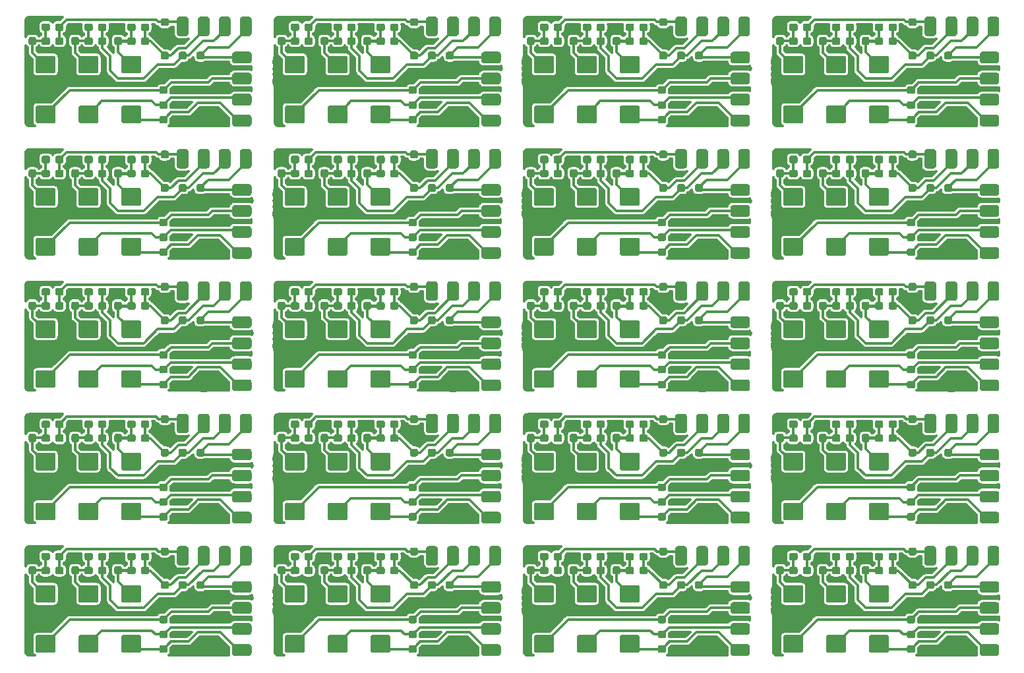
<source format=gbr>
G04 #@! TF.GenerationSoftware,KiCad,Pcbnew,(5.1.5-0-10_14)*
G04 #@! TF.CreationDate,2020-08-30T19:39:22+03:00*
G04 #@! TF.ProjectId,miniRGBii,6d696e69-5247-4426-9969-2e6b69636164,rev?*
G04 #@! TF.SameCoordinates,Original*
G04 #@! TF.FileFunction,Copper,L1,Top*
G04 #@! TF.FilePolarity,Positive*
%FSLAX46Y46*%
G04 Gerber Fmt 4.6, Leading zero omitted, Abs format (unit mm)*
G04 Created by KiCad (PCBNEW (5.1.5-0-10_14)) date 2020-08-30 19:39:22*
%MOMM*%
%LPD*%
G04 APERTURE LIST*
%ADD10C,0.100000*%
%ADD11C,0.800000*%
%ADD12C,0.300000*%
%ADD13C,0.400000*%
G04 APERTURE END LIST*
G04 #@! TA.AperFunction,SMDPad,CuDef*
D10*
G36*
X139185779Y-84126144D02*
G01*
X139208834Y-84129563D01*
X139231443Y-84135227D01*
X139253387Y-84143079D01*
X139274457Y-84153044D01*
X139294448Y-84165026D01*
X139313168Y-84178910D01*
X139330438Y-84194562D01*
X139346090Y-84211832D01*
X139359974Y-84230552D01*
X139371956Y-84250543D01*
X139381921Y-84271613D01*
X139389773Y-84293557D01*
X139395437Y-84316166D01*
X139398856Y-84339221D01*
X139400000Y-84362500D01*
X139400000Y-84837500D01*
X139398856Y-84860779D01*
X139395437Y-84883834D01*
X139389773Y-84906443D01*
X139381921Y-84928387D01*
X139371956Y-84949457D01*
X139359974Y-84969448D01*
X139346090Y-84988168D01*
X139330438Y-85005438D01*
X139313168Y-85021090D01*
X139294448Y-85034974D01*
X139274457Y-85046956D01*
X139253387Y-85056921D01*
X139231443Y-85064773D01*
X139208834Y-85070437D01*
X139185779Y-85073856D01*
X139162500Y-85075000D01*
X138587500Y-85075000D01*
X138564221Y-85073856D01*
X138541166Y-85070437D01*
X138518557Y-85064773D01*
X138496613Y-85056921D01*
X138475543Y-85046956D01*
X138455552Y-85034974D01*
X138436832Y-85021090D01*
X138419562Y-85005438D01*
X138403910Y-84988168D01*
X138390026Y-84969448D01*
X138378044Y-84949457D01*
X138368079Y-84928387D01*
X138360227Y-84906443D01*
X138354563Y-84883834D01*
X138351144Y-84860779D01*
X138350000Y-84837500D01*
X138350000Y-84362500D01*
X138351144Y-84339221D01*
X138354563Y-84316166D01*
X138360227Y-84293557D01*
X138368079Y-84271613D01*
X138378044Y-84250543D01*
X138390026Y-84230552D01*
X138403910Y-84211832D01*
X138419562Y-84194562D01*
X138436832Y-84178910D01*
X138455552Y-84165026D01*
X138475543Y-84153044D01*
X138496613Y-84143079D01*
X138518557Y-84135227D01*
X138541166Y-84129563D01*
X138564221Y-84126144D01*
X138587500Y-84125000D01*
X139162500Y-84125000D01*
X139185779Y-84126144D01*
G37*
G04 #@! TD.AperFunction*
G04 #@! TA.AperFunction,SMDPad,CuDef*
G36*
X137435779Y-84126144D02*
G01*
X137458834Y-84129563D01*
X137481443Y-84135227D01*
X137503387Y-84143079D01*
X137524457Y-84153044D01*
X137544448Y-84165026D01*
X137563168Y-84178910D01*
X137580438Y-84194562D01*
X137596090Y-84211832D01*
X137609974Y-84230552D01*
X137621956Y-84250543D01*
X137631921Y-84271613D01*
X137639773Y-84293557D01*
X137645437Y-84316166D01*
X137648856Y-84339221D01*
X137650000Y-84362500D01*
X137650000Y-84837500D01*
X137648856Y-84860779D01*
X137645437Y-84883834D01*
X137639773Y-84906443D01*
X137631921Y-84928387D01*
X137621956Y-84949457D01*
X137609974Y-84969448D01*
X137596090Y-84988168D01*
X137580438Y-85005438D01*
X137563168Y-85021090D01*
X137544448Y-85034974D01*
X137524457Y-85046956D01*
X137503387Y-85056921D01*
X137481443Y-85064773D01*
X137458834Y-85070437D01*
X137435779Y-85073856D01*
X137412500Y-85075000D01*
X136837500Y-85075000D01*
X136814221Y-85073856D01*
X136791166Y-85070437D01*
X136768557Y-85064773D01*
X136746613Y-85056921D01*
X136725543Y-85046956D01*
X136705552Y-85034974D01*
X136686832Y-85021090D01*
X136669562Y-85005438D01*
X136653910Y-84988168D01*
X136640026Y-84969448D01*
X136628044Y-84949457D01*
X136618079Y-84928387D01*
X136610227Y-84906443D01*
X136604563Y-84883834D01*
X136601144Y-84860779D01*
X136600000Y-84837500D01*
X136600000Y-84362500D01*
X136601144Y-84339221D01*
X136604563Y-84316166D01*
X136610227Y-84293557D01*
X136618079Y-84271613D01*
X136628044Y-84250543D01*
X136640026Y-84230552D01*
X136653910Y-84211832D01*
X136669562Y-84194562D01*
X136686832Y-84178910D01*
X136705552Y-84165026D01*
X136725543Y-84153044D01*
X136746613Y-84143079D01*
X136768557Y-84135227D01*
X136791166Y-84129563D01*
X136814221Y-84126144D01*
X136837500Y-84125000D01*
X137412500Y-84125000D01*
X137435779Y-84126144D01*
G37*
G04 #@! TD.AperFunction*
G04 #@! TA.AperFunction,SMDPad,CuDef*
G36*
X43185779Y-101126144D02*
G01*
X43208834Y-101129563D01*
X43231443Y-101135227D01*
X43253387Y-101143079D01*
X43274457Y-101153044D01*
X43294448Y-101165026D01*
X43313168Y-101178910D01*
X43330438Y-101194562D01*
X43346090Y-101211832D01*
X43359974Y-101230552D01*
X43371956Y-101250543D01*
X43381921Y-101271613D01*
X43389773Y-101293557D01*
X43395437Y-101316166D01*
X43398856Y-101339221D01*
X43400000Y-101362500D01*
X43400000Y-101837500D01*
X43398856Y-101860779D01*
X43395437Y-101883834D01*
X43389773Y-101906443D01*
X43381921Y-101928387D01*
X43371956Y-101949457D01*
X43359974Y-101969448D01*
X43346090Y-101988168D01*
X43330438Y-102005438D01*
X43313168Y-102021090D01*
X43294448Y-102034974D01*
X43274457Y-102046956D01*
X43253387Y-102056921D01*
X43231443Y-102064773D01*
X43208834Y-102070437D01*
X43185779Y-102073856D01*
X43162500Y-102075000D01*
X42587500Y-102075000D01*
X42564221Y-102073856D01*
X42541166Y-102070437D01*
X42518557Y-102064773D01*
X42496613Y-102056921D01*
X42475543Y-102046956D01*
X42455552Y-102034974D01*
X42436832Y-102021090D01*
X42419562Y-102005438D01*
X42403910Y-101988168D01*
X42390026Y-101969448D01*
X42378044Y-101949457D01*
X42368079Y-101928387D01*
X42360227Y-101906443D01*
X42354563Y-101883834D01*
X42351144Y-101860779D01*
X42350000Y-101837500D01*
X42350000Y-101362500D01*
X42351144Y-101339221D01*
X42354563Y-101316166D01*
X42360227Y-101293557D01*
X42368079Y-101271613D01*
X42378044Y-101250543D01*
X42390026Y-101230552D01*
X42403910Y-101211832D01*
X42419562Y-101194562D01*
X42436832Y-101178910D01*
X42455552Y-101165026D01*
X42475543Y-101153044D01*
X42496613Y-101143079D01*
X42518557Y-101135227D01*
X42541166Y-101129563D01*
X42564221Y-101126144D01*
X42587500Y-101125000D01*
X43162500Y-101125000D01*
X43185779Y-101126144D01*
G37*
G04 #@! TD.AperFunction*
G04 #@! TA.AperFunction,SMDPad,CuDef*
G36*
X41435779Y-101126144D02*
G01*
X41458834Y-101129563D01*
X41481443Y-101135227D01*
X41503387Y-101143079D01*
X41524457Y-101153044D01*
X41544448Y-101165026D01*
X41563168Y-101178910D01*
X41580438Y-101194562D01*
X41596090Y-101211832D01*
X41609974Y-101230552D01*
X41621956Y-101250543D01*
X41631921Y-101271613D01*
X41639773Y-101293557D01*
X41645437Y-101316166D01*
X41648856Y-101339221D01*
X41650000Y-101362500D01*
X41650000Y-101837500D01*
X41648856Y-101860779D01*
X41645437Y-101883834D01*
X41639773Y-101906443D01*
X41631921Y-101928387D01*
X41621956Y-101949457D01*
X41609974Y-101969448D01*
X41596090Y-101988168D01*
X41580438Y-102005438D01*
X41563168Y-102021090D01*
X41544448Y-102034974D01*
X41524457Y-102046956D01*
X41503387Y-102056921D01*
X41481443Y-102064773D01*
X41458834Y-102070437D01*
X41435779Y-102073856D01*
X41412500Y-102075000D01*
X40837500Y-102075000D01*
X40814221Y-102073856D01*
X40791166Y-102070437D01*
X40768557Y-102064773D01*
X40746613Y-102056921D01*
X40725543Y-102046956D01*
X40705552Y-102034974D01*
X40686832Y-102021090D01*
X40669562Y-102005438D01*
X40653910Y-101988168D01*
X40640026Y-101969448D01*
X40628044Y-101949457D01*
X40618079Y-101928387D01*
X40610227Y-101906443D01*
X40604563Y-101883834D01*
X40601144Y-101860779D01*
X40600000Y-101837500D01*
X40600000Y-101362500D01*
X40601144Y-101339221D01*
X40604563Y-101316166D01*
X40610227Y-101293557D01*
X40618079Y-101271613D01*
X40628044Y-101250543D01*
X40640026Y-101230552D01*
X40653910Y-101211832D01*
X40669562Y-101194562D01*
X40686832Y-101178910D01*
X40705552Y-101165026D01*
X40725543Y-101153044D01*
X40746613Y-101143079D01*
X40768557Y-101135227D01*
X40791166Y-101129563D01*
X40814221Y-101126144D01*
X40837500Y-101125000D01*
X41412500Y-101125000D01*
X41435779Y-101126144D01*
G37*
G04 #@! TD.AperFunction*
G04 #@! TA.AperFunction,SMDPad,CuDef*
G36*
X75185779Y-101126144D02*
G01*
X75208834Y-101129563D01*
X75231443Y-101135227D01*
X75253387Y-101143079D01*
X75274457Y-101153044D01*
X75294448Y-101165026D01*
X75313168Y-101178910D01*
X75330438Y-101194562D01*
X75346090Y-101211832D01*
X75359974Y-101230552D01*
X75371956Y-101250543D01*
X75381921Y-101271613D01*
X75389773Y-101293557D01*
X75395437Y-101316166D01*
X75398856Y-101339221D01*
X75400000Y-101362500D01*
X75400000Y-101837500D01*
X75398856Y-101860779D01*
X75395437Y-101883834D01*
X75389773Y-101906443D01*
X75381921Y-101928387D01*
X75371956Y-101949457D01*
X75359974Y-101969448D01*
X75346090Y-101988168D01*
X75330438Y-102005438D01*
X75313168Y-102021090D01*
X75294448Y-102034974D01*
X75274457Y-102046956D01*
X75253387Y-102056921D01*
X75231443Y-102064773D01*
X75208834Y-102070437D01*
X75185779Y-102073856D01*
X75162500Y-102075000D01*
X74587500Y-102075000D01*
X74564221Y-102073856D01*
X74541166Y-102070437D01*
X74518557Y-102064773D01*
X74496613Y-102056921D01*
X74475543Y-102046956D01*
X74455552Y-102034974D01*
X74436832Y-102021090D01*
X74419562Y-102005438D01*
X74403910Y-101988168D01*
X74390026Y-101969448D01*
X74378044Y-101949457D01*
X74368079Y-101928387D01*
X74360227Y-101906443D01*
X74354563Y-101883834D01*
X74351144Y-101860779D01*
X74350000Y-101837500D01*
X74350000Y-101362500D01*
X74351144Y-101339221D01*
X74354563Y-101316166D01*
X74360227Y-101293557D01*
X74368079Y-101271613D01*
X74378044Y-101250543D01*
X74390026Y-101230552D01*
X74403910Y-101211832D01*
X74419562Y-101194562D01*
X74436832Y-101178910D01*
X74455552Y-101165026D01*
X74475543Y-101153044D01*
X74496613Y-101143079D01*
X74518557Y-101135227D01*
X74541166Y-101129563D01*
X74564221Y-101126144D01*
X74587500Y-101125000D01*
X75162500Y-101125000D01*
X75185779Y-101126144D01*
G37*
G04 #@! TD.AperFunction*
G04 #@! TA.AperFunction,SMDPad,CuDef*
G36*
X73435779Y-101126144D02*
G01*
X73458834Y-101129563D01*
X73481443Y-101135227D01*
X73503387Y-101143079D01*
X73524457Y-101153044D01*
X73544448Y-101165026D01*
X73563168Y-101178910D01*
X73580438Y-101194562D01*
X73596090Y-101211832D01*
X73609974Y-101230552D01*
X73621956Y-101250543D01*
X73631921Y-101271613D01*
X73639773Y-101293557D01*
X73645437Y-101316166D01*
X73648856Y-101339221D01*
X73650000Y-101362500D01*
X73650000Y-101837500D01*
X73648856Y-101860779D01*
X73645437Y-101883834D01*
X73639773Y-101906443D01*
X73631921Y-101928387D01*
X73621956Y-101949457D01*
X73609974Y-101969448D01*
X73596090Y-101988168D01*
X73580438Y-102005438D01*
X73563168Y-102021090D01*
X73544448Y-102034974D01*
X73524457Y-102046956D01*
X73503387Y-102056921D01*
X73481443Y-102064773D01*
X73458834Y-102070437D01*
X73435779Y-102073856D01*
X73412500Y-102075000D01*
X72837500Y-102075000D01*
X72814221Y-102073856D01*
X72791166Y-102070437D01*
X72768557Y-102064773D01*
X72746613Y-102056921D01*
X72725543Y-102046956D01*
X72705552Y-102034974D01*
X72686832Y-102021090D01*
X72669562Y-102005438D01*
X72653910Y-101988168D01*
X72640026Y-101969448D01*
X72628044Y-101949457D01*
X72618079Y-101928387D01*
X72610227Y-101906443D01*
X72604563Y-101883834D01*
X72601144Y-101860779D01*
X72600000Y-101837500D01*
X72600000Y-101362500D01*
X72601144Y-101339221D01*
X72604563Y-101316166D01*
X72610227Y-101293557D01*
X72618079Y-101271613D01*
X72628044Y-101250543D01*
X72640026Y-101230552D01*
X72653910Y-101211832D01*
X72669562Y-101194562D01*
X72686832Y-101178910D01*
X72705552Y-101165026D01*
X72725543Y-101153044D01*
X72746613Y-101143079D01*
X72768557Y-101135227D01*
X72791166Y-101129563D01*
X72814221Y-101126144D01*
X72837500Y-101125000D01*
X73412500Y-101125000D01*
X73435779Y-101126144D01*
G37*
G04 #@! TD.AperFunction*
G04 #@! TA.AperFunction,SMDPad,CuDef*
G36*
X107185779Y-101126144D02*
G01*
X107208834Y-101129563D01*
X107231443Y-101135227D01*
X107253387Y-101143079D01*
X107274457Y-101153044D01*
X107294448Y-101165026D01*
X107313168Y-101178910D01*
X107330438Y-101194562D01*
X107346090Y-101211832D01*
X107359974Y-101230552D01*
X107371956Y-101250543D01*
X107381921Y-101271613D01*
X107389773Y-101293557D01*
X107395437Y-101316166D01*
X107398856Y-101339221D01*
X107400000Y-101362500D01*
X107400000Y-101837500D01*
X107398856Y-101860779D01*
X107395437Y-101883834D01*
X107389773Y-101906443D01*
X107381921Y-101928387D01*
X107371956Y-101949457D01*
X107359974Y-101969448D01*
X107346090Y-101988168D01*
X107330438Y-102005438D01*
X107313168Y-102021090D01*
X107294448Y-102034974D01*
X107274457Y-102046956D01*
X107253387Y-102056921D01*
X107231443Y-102064773D01*
X107208834Y-102070437D01*
X107185779Y-102073856D01*
X107162500Y-102075000D01*
X106587500Y-102075000D01*
X106564221Y-102073856D01*
X106541166Y-102070437D01*
X106518557Y-102064773D01*
X106496613Y-102056921D01*
X106475543Y-102046956D01*
X106455552Y-102034974D01*
X106436832Y-102021090D01*
X106419562Y-102005438D01*
X106403910Y-101988168D01*
X106390026Y-101969448D01*
X106378044Y-101949457D01*
X106368079Y-101928387D01*
X106360227Y-101906443D01*
X106354563Y-101883834D01*
X106351144Y-101860779D01*
X106350000Y-101837500D01*
X106350000Y-101362500D01*
X106351144Y-101339221D01*
X106354563Y-101316166D01*
X106360227Y-101293557D01*
X106368079Y-101271613D01*
X106378044Y-101250543D01*
X106390026Y-101230552D01*
X106403910Y-101211832D01*
X106419562Y-101194562D01*
X106436832Y-101178910D01*
X106455552Y-101165026D01*
X106475543Y-101153044D01*
X106496613Y-101143079D01*
X106518557Y-101135227D01*
X106541166Y-101129563D01*
X106564221Y-101126144D01*
X106587500Y-101125000D01*
X107162500Y-101125000D01*
X107185779Y-101126144D01*
G37*
G04 #@! TD.AperFunction*
G04 #@! TA.AperFunction,SMDPad,CuDef*
G36*
X105435779Y-101126144D02*
G01*
X105458834Y-101129563D01*
X105481443Y-101135227D01*
X105503387Y-101143079D01*
X105524457Y-101153044D01*
X105544448Y-101165026D01*
X105563168Y-101178910D01*
X105580438Y-101194562D01*
X105596090Y-101211832D01*
X105609974Y-101230552D01*
X105621956Y-101250543D01*
X105631921Y-101271613D01*
X105639773Y-101293557D01*
X105645437Y-101316166D01*
X105648856Y-101339221D01*
X105650000Y-101362500D01*
X105650000Y-101837500D01*
X105648856Y-101860779D01*
X105645437Y-101883834D01*
X105639773Y-101906443D01*
X105631921Y-101928387D01*
X105621956Y-101949457D01*
X105609974Y-101969448D01*
X105596090Y-101988168D01*
X105580438Y-102005438D01*
X105563168Y-102021090D01*
X105544448Y-102034974D01*
X105524457Y-102046956D01*
X105503387Y-102056921D01*
X105481443Y-102064773D01*
X105458834Y-102070437D01*
X105435779Y-102073856D01*
X105412500Y-102075000D01*
X104837500Y-102075000D01*
X104814221Y-102073856D01*
X104791166Y-102070437D01*
X104768557Y-102064773D01*
X104746613Y-102056921D01*
X104725543Y-102046956D01*
X104705552Y-102034974D01*
X104686832Y-102021090D01*
X104669562Y-102005438D01*
X104653910Y-101988168D01*
X104640026Y-101969448D01*
X104628044Y-101949457D01*
X104618079Y-101928387D01*
X104610227Y-101906443D01*
X104604563Y-101883834D01*
X104601144Y-101860779D01*
X104600000Y-101837500D01*
X104600000Y-101362500D01*
X104601144Y-101339221D01*
X104604563Y-101316166D01*
X104610227Y-101293557D01*
X104618079Y-101271613D01*
X104628044Y-101250543D01*
X104640026Y-101230552D01*
X104653910Y-101211832D01*
X104669562Y-101194562D01*
X104686832Y-101178910D01*
X104705552Y-101165026D01*
X104725543Y-101153044D01*
X104746613Y-101143079D01*
X104768557Y-101135227D01*
X104791166Y-101129563D01*
X104814221Y-101126144D01*
X104837500Y-101125000D01*
X105412500Y-101125000D01*
X105435779Y-101126144D01*
G37*
G04 #@! TD.AperFunction*
G04 #@! TA.AperFunction,SMDPad,CuDef*
G36*
X139185779Y-101126144D02*
G01*
X139208834Y-101129563D01*
X139231443Y-101135227D01*
X139253387Y-101143079D01*
X139274457Y-101153044D01*
X139294448Y-101165026D01*
X139313168Y-101178910D01*
X139330438Y-101194562D01*
X139346090Y-101211832D01*
X139359974Y-101230552D01*
X139371956Y-101250543D01*
X139381921Y-101271613D01*
X139389773Y-101293557D01*
X139395437Y-101316166D01*
X139398856Y-101339221D01*
X139400000Y-101362500D01*
X139400000Y-101837500D01*
X139398856Y-101860779D01*
X139395437Y-101883834D01*
X139389773Y-101906443D01*
X139381921Y-101928387D01*
X139371956Y-101949457D01*
X139359974Y-101969448D01*
X139346090Y-101988168D01*
X139330438Y-102005438D01*
X139313168Y-102021090D01*
X139294448Y-102034974D01*
X139274457Y-102046956D01*
X139253387Y-102056921D01*
X139231443Y-102064773D01*
X139208834Y-102070437D01*
X139185779Y-102073856D01*
X139162500Y-102075000D01*
X138587500Y-102075000D01*
X138564221Y-102073856D01*
X138541166Y-102070437D01*
X138518557Y-102064773D01*
X138496613Y-102056921D01*
X138475543Y-102046956D01*
X138455552Y-102034974D01*
X138436832Y-102021090D01*
X138419562Y-102005438D01*
X138403910Y-101988168D01*
X138390026Y-101969448D01*
X138378044Y-101949457D01*
X138368079Y-101928387D01*
X138360227Y-101906443D01*
X138354563Y-101883834D01*
X138351144Y-101860779D01*
X138350000Y-101837500D01*
X138350000Y-101362500D01*
X138351144Y-101339221D01*
X138354563Y-101316166D01*
X138360227Y-101293557D01*
X138368079Y-101271613D01*
X138378044Y-101250543D01*
X138390026Y-101230552D01*
X138403910Y-101211832D01*
X138419562Y-101194562D01*
X138436832Y-101178910D01*
X138455552Y-101165026D01*
X138475543Y-101153044D01*
X138496613Y-101143079D01*
X138518557Y-101135227D01*
X138541166Y-101129563D01*
X138564221Y-101126144D01*
X138587500Y-101125000D01*
X139162500Y-101125000D01*
X139185779Y-101126144D01*
G37*
G04 #@! TD.AperFunction*
G04 #@! TA.AperFunction,SMDPad,CuDef*
G36*
X137435779Y-101126144D02*
G01*
X137458834Y-101129563D01*
X137481443Y-101135227D01*
X137503387Y-101143079D01*
X137524457Y-101153044D01*
X137544448Y-101165026D01*
X137563168Y-101178910D01*
X137580438Y-101194562D01*
X137596090Y-101211832D01*
X137609974Y-101230552D01*
X137621956Y-101250543D01*
X137631921Y-101271613D01*
X137639773Y-101293557D01*
X137645437Y-101316166D01*
X137648856Y-101339221D01*
X137650000Y-101362500D01*
X137650000Y-101837500D01*
X137648856Y-101860779D01*
X137645437Y-101883834D01*
X137639773Y-101906443D01*
X137631921Y-101928387D01*
X137621956Y-101949457D01*
X137609974Y-101969448D01*
X137596090Y-101988168D01*
X137580438Y-102005438D01*
X137563168Y-102021090D01*
X137544448Y-102034974D01*
X137524457Y-102046956D01*
X137503387Y-102056921D01*
X137481443Y-102064773D01*
X137458834Y-102070437D01*
X137435779Y-102073856D01*
X137412500Y-102075000D01*
X136837500Y-102075000D01*
X136814221Y-102073856D01*
X136791166Y-102070437D01*
X136768557Y-102064773D01*
X136746613Y-102056921D01*
X136725543Y-102046956D01*
X136705552Y-102034974D01*
X136686832Y-102021090D01*
X136669562Y-102005438D01*
X136653910Y-101988168D01*
X136640026Y-101969448D01*
X136628044Y-101949457D01*
X136618079Y-101928387D01*
X136610227Y-101906443D01*
X136604563Y-101883834D01*
X136601144Y-101860779D01*
X136600000Y-101837500D01*
X136600000Y-101362500D01*
X136601144Y-101339221D01*
X136604563Y-101316166D01*
X136610227Y-101293557D01*
X136618079Y-101271613D01*
X136628044Y-101250543D01*
X136640026Y-101230552D01*
X136653910Y-101211832D01*
X136669562Y-101194562D01*
X136686832Y-101178910D01*
X136705552Y-101165026D01*
X136725543Y-101153044D01*
X136746613Y-101143079D01*
X136768557Y-101135227D01*
X136791166Y-101129563D01*
X136814221Y-101126144D01*
X136837500Y-101125000D01*
X137412500Y-101125000D01*
X137435779Y-101126144D01*
G37*
G04 #@! TD.AperFunction*
G04 #@! TA.AperFunction,SMDPad,CuDef*
G36*
X67935779Y-33126144D02*
G01*
X67958834Y-33129563D01*
X67981443Y-33135227D01*
X68003387Y-33143079D01*
X68024457Y-33153044D01*
X68044448Y-33165026D01*
X68063168Y-33178910D01*
X68080438Y-33194562D01*
X68096090Y-33211832D01*
X68109974Y-33230552D01*
X68121956Y-33250543D01*
X68131921Y-33271613D01*
X68139773Y-33293557D01*
X68145437Y-33316166D01*
X68148856Y-33339221D01*
X68150000Y-33362500D01*
X68150000Y-33837500D01*
X68148856Y-33860779D01*
X68145437Y-33883834D01*
X68139773Y-33906443D01*
X68131921Y-33928387D01*
X68121956Y-33949457D01*
X68109974Y-33969448D01*
X68096090Y-33988168D01*
X68080438Y-34005438D01*
X68063168Y-34021090D01*
X68044448Y-34034974D01*
X68024457Y-34046956D01*
X68003387Y-34056921D01*
X67981443Y-34064773D01*
X67958834Y-34070437D01*
X67935779Y-34073856D01*
X67912500Y-34075000D01*
X67337500Y-34075000D01*
X67314221Y-34073856D01*
X67291166Y-34070437D01*
X67268557Y-34064773D01*
X67246613Y-34056921D01*
X67225543Y-34046956D01*
X67205552Y-34034974D01*
X67186832Y-34021090D01*
X67169562Y-34005438D01*
X67153910Y-33988168D01*
X67140026Y-33969448D01*
X67128044Y-33949457D01*
X67118079Y-33928387D01*
X67110227Y-33906443D01*
X67104563Y-33883834D01*
X67101144Y-33860779D01*
X67100000Y-33837500D01*
X67100000Y-33362500D01*
X67101144Y-33339221D01*
X67104563Y-33316166D01*
X67110227Y-33293557D01*
X67118079Y-33271613D01*
X67128044Y-33250543D01*
X67140026Y-33230552D01*
X67153910Y-33211832D01*
X67169562Y-33194562D01*
X67186832Y-33178910D01*
X67205552Y-33165026D01*
X67225543Y-33153044D01*
X67246613Y-33143079D01*
X67268557Y-33135227D01*
X67291166Y-33129563D01*
X67314221Y-33126144D01*
X67337500Y-33125000D01*
X67912500Y-33125000D01*
X67935779Y-33126144D01*
G37*
G04 #@! TD.AperFunction*
G04 #@! TA.AperFunction,SMDPad,CuDef*
G36*
X69685779Y-33126144D02*
G01*
X69708834Y-33129563D01*
X69731443Y-33135227D01*
X69753387Y-33143079D01*
X69774457Y-33153044D01*
X69794448Y-33165026D01*
X69813168Y-33178910D01*
X69830438Y-33194562D01*
X69846090Y-33211832D01*
X69859974Y-33230552D01*
X69871956Y-33250543D01*
X69881921Y-33271613D01*
X69889773Y-33293557D01*
X69895437Y-33316166D01*
X69898856Y-33339221D01*
X69900000Y-33362500D01*
X69900000Y-33837500D01*
X69898856Y-33860779D01*
X69895437Y-33883834D01*
X69889773Y-33906443D01*
X69881921Y-33928387D01*
X69871956Y-33949457D01*
X69859974Y-33969448D01*
X69846090Y-33988168D01*
X69830438Y-34005438D01*
X69813168Y-34021090D01*
X69794448Y-34034974D01*
X69774457Y-34046956D01*
X69753387Y-34056921D01*
X69731443Y-34064773D01*
X69708834Y-34070437D01*
X69685779Y-34073856D01*
X69662500Y-34075000D01*
X69087500Y-34075000D01*
X69064221Y-34073856D01*
X69041166Y-34070437D01*
X69018557Y-34064773D01*
X68996613Y-34056921D01*
X68975543Y-34046956D01*
X68955552Y-34034974D01*
X68936832Y-34021090D01*
X68919562Y-34005438D01*
X68903910Y-33988168D01*
X68890026Y-33969448D01*
X68878044Y-33949457D01*
X68868079Y-33928387D01*
X68860227Y-33906443D01*
X68854563Y-33883834D01*
X68851144Y-33860779D01*
X68850000Y-33837500D01*
X68850000Y-33362500D01*
X68851144Y-33339221D01*
X68854563Y-33316166D01*
X68860227Y-33293557D01*
X68868079Y-33271613D01*
X68878044Y-33250543D01*
X68890026Y-33230552D01*
X68903910Y-33211832D01*
X68919562Y-33194562D01*
X68936832Y-33178910D01*
X68955552Y-33165026D01*
X68975543Y-33153044D01*
X68996613Y-33143079D01*
X69018557Y-33135227D01*
X69041166Y-33129563D01*
X69064221Y-33126144D01*
X69087500Y-33125000D01*
X69662500Y-33125000D01*
X69685779Y-33126144D01*
G37*
G04 #@! TD.AperFunction*
G04 #@! TA.AperFunction,SMDPad,CuDef*
G36*
X99935779Y-33126144D02*
G01*
X99958834Y-33129563D01*
X99981443Y-33135227D01*
X100003387Y-33143079D01*
X100024457Y-33153044D01*
X100044448Y-33165026D01*
X100063168Y-33178910D01*
X100080438Y-33194562D01*
X100096090Y-33211832D01*
X100109974Y-33230552D01*
X100121956Y-33250543D01*
X100131921Y-33271613D01*
X100139773Y-33293557D01*
X100145437Y-33316166D01*
X100148856Y-33339221D01*
X100150000Y-33362500D01*
X100150000Y-33837500D01*
X100148856Y-33860779D01*
X100145437Y-33883834D01*
X100139773Y-33906443D01*
X100131921Y-33928387D01*
X100121956Y-33949457D01*
X100109974Y-33969448D01*
X100096090Y-33988168D01*
X100080438Y-34005438D01*
X100063168Y-34021090D01*
X100044448Y-34034974D01*
X100024457Y-34046956D01*
X100003387Y-34056921D01*
X99981443Y-34064773D01*
X99958834Y-34070437D01*
X99935779Y-34073856D01*
X99912500Y-34075000D01*
X99337500Y-34075000D01*
X99314221Y-34073856D01*
X99291166Y-34070437D01*
X99268557Y-34064773D01*
X99246613Y-34056921D01*
X99225543Y-34046956D01*
X99205552Y-34034974D01*
X99186832Y-34021090D01*
X99169562Y-34005438D01*
X99153910Y-33988168D01*
X99140026Y-33969448D01*
X99128044Y-33949457D01*
X99118079Y-33928387D01*
X99110227Y-33906443D01*
X99104563Y-33883834D01*
X99101144Y-33860779D01*
X99100000Y-33837500D01*
X99100000Y-33362500D01*
X99101144Y-33339221D01*
X99104563Y-33316166D01*
X99110227Y-33293557D01*
X99118079Y-33271613D01*
X99128044Y-33250543D01*
X99140026Y-33230552D01*
X99153910Y-33211832D01*
X99169562Y-33194562D01*
X99186832Y-33178910D01*
X99205552Y-33165026D01*
X99225543Y-33153044D01*
X99246613Y-33143079D01*
X99268557Y-33135227D01*
X99291166Y-33129563D01*
X99314221Y-33126144D01*
X99337500Y-33125000D01*
X99912500Y-33125000D01*
X99935779Y-33126144D01*
G37*
G04 #@! TD.AperFunction*
G04 #@! TA.AperFunction,SMDPad,CuDef*
G36*
X101685779Y-33126144D02*
G01*
X101708834Y-33129563D01*
X101731443Y-33135227D01*
X101753387Y-33143079D01*
X101774457Y-33153044D01*
X101794448Y-33165026D01*
X101813168Y-33178910D01*
X101830438Y-33194562D01*
X101846090Y-33211832D01*
X101859974Y-33230552D01*
X101871956Y-33250543D01*
X101881921Y-33271613D01*
X101889773Y-33293557D01*
X101895437Y-33316166D01*
X101898856Y-33339221D01*
X101900000Y-33362500D01*
X101900000Y-33837500D01*
X101898856Y-33860779D01*
X101895437Y-33883834D01*
X101889773Y-33906443D01*
X101881921Y-33928387D01*
X101871956Y-33949457D01*
X101859974Y-33969448D01*
X101846090Y-33988168D01*
X101830438Y-34005438D01*
X101813168Y-34021090D01*
X101794448Y-34034974D01*
X101774457Y-34046956D01*
X101753387Y-34056921D01*
X101731443Y-34064773D01*
X101708834Y-34070437D01*
X101685779Y-34073856D01*
X101662500Y-34075000D01*
X101087500Y-34075000D01*
X101064221Y-34073856D01*
X101041166Y-34070437D01*
X101018557Y-34064773D01*
X100996613Y-34056921D01*
X100975543Y-34046956D01*
X100955552Y-34034974D01*
X100936832Y-34021090D01*
X100919562Y-34005438D01*
X100903910Y-33988168D01*
X100890026Y-33969448D01*
X100878044Y-33949457D01*
X100868079Y-33928387D01*
X100860227Y-33906443D01*
X100854563Y-33883834D01*
X100851144Y-33860779D01*
X100850000Y-33837500D01*
X100850000Y-33362500D01*
X100851144Y-33339221D01*
X100854563Y-33316166D01*
X100860227Y-33293557D01*
X100868079Y-33271613D01*
X100878044Y-33250543D01*
X100890026Y-33230552D01*
X100903910Y-33211832D01*
X100919562Y-33194562D01*
X100936832Y-33178910D01*
X100955552Y-33165026D01*
X100975543Y-33153044D01*
X100996613Y-33143079D01*
X101018557Y-33135227D01*
X101041166Y-33129563D01*
X101064221Y-33126144D01*
X101087500Y-33125000D01*
X101662500Y-33125000D01*
X101685779Y-33126144D01*
G37*
G04 #@! TD.AperFunction*
G04 #@! TA.AperFunction,SMDPad,CuDef*
G36*
X131935779Y-33126144D02*
G01*
X131958834Y-33129563D01*
X131981443Y-33135227D01*
X132003387Y-33143079D01*
X132024457Y-33153044D01*
X132044448Y-33165026D01*
X132063168Y-33178910D01*
X132080438Y-33194562D01*
X132096090Y-33211832D01*
X132109974Y-33230552D01*
X132121956Y-33250543D01*
X132131921Y-33271613D01*
X132139773Y-33293557D01*
X132145437Y-33316166D01*
X132148856Y-33339221D01*
X132150000Y-33362500D01*
X132150000Y-33837500D01*
X132148856Y-33860779D01*
X132145437Y-33883834D01*
X132139773Y-33906443D01*
X132131921Y-33928387D01*
X132121956Y-33949457D01*
X132109974Y-33969448D01*
X132096090Y-33988168D01*
X132080438Y-34005438D01*
X132063168Y-34021090D01*
X132044448Y-34034974D01*
X132024457Y-34046956D01*
X132003387Y-34056921D01*
X131981443Y-34064773D01*
X131958834Y-34070437D01*
X131935779Y-34073856D01*
X131912500Y-34075000D01*
X131337500Y-34075000D01*
X131314221Y-34073856D01*
X131291166Y-34070437D01*
X131268557Y-34064773D01*
X131246613Y-34056921D01*
X131225543Y-34046956D01*
X131205552Y-34034974D01*
X131186832Y-34021090D01*
X131169562Y-34005438D01*
X131153910Y-33988168D01*
X131140026Y-33969448D01*
X131128044Y-33949457D01*
X131118079Y-33928387D01*
X131110227Y-33906443D01*
X131104563Y-33883834D01*
X131101144Y-33860779D01*
X131100000Y-33837500D01*
X131100000Y-33362500D01*
X131101144Y-33339221D01*
X131104563Y-33316166D01*
X131110227Y-33293557D01*
X131118079Y-33271613D01*
X131128044Y-33250543D01*
X131140026Y-33230552D01*
X131153910Y-33211832D01*
X131169562Y-33194562D01*
X131186832Y-33178910D01*
X131205552Y-33165026D01*
X131225543Y-33153044D01*
X131246613Y-33143079D01*
X131268557Y-33135227D01*
X131291166Y-33129563D01*
X131314221Y-33126144D01*
X131337500Y-33125000D01*
X131912500Y-33125000D01*
X131935779Y-33126144D01*
G37*
G04 #@! TD.AperFunction*
G04 #@! TA.AperFunction,SMDPad,CuDef*
G36*
X133685779Y-33126144D02*
G01*
X133708834Y-33129563D01*
X133731443Y-33135227D01*
X133753387Y-33143079D01*
X133774457Y-33153044D01*
X133794448Y-33165026D01*
X133813168Y-33178910D01*
X133830438Y-33194562D01*
X133846090Y-33211832D01*
X133859974Y-33230552D01*
X133871956Y-33250543D01*
X133881921Y-33271613D01*
X133889773Y-33293557D01*
X133895437Y-33316166D01*
X133898856Y-33339221D01*
X133900000Y-33362500D01*
X133900000Y-33837500D01*
X133898856Y-33860779D01*
X133895437Y-33883834D01*
X133889773Y-33906443D01*
X133881921Y-33928387D01*
X133871956Y-33949457D01*
X133859974Y-33969448D01*
X133846090Y-33988168D01*
X133830438Y-34005438D01*
X133813168Y-34021090D01*
X133794448Y-34034974D01*
X133774457Y-34046956D01*
X133753387Y-34056921D01*
X133731443Y-34064773D01*
X133708834Y-34070437D01*
X133685779Y-34073856D01*
X133662500Y-34075000D01*
X133087500Y-34075000D01*
X133064221Y-34073856D01*
X133041166Y-34070437D01*
X133018557Y-34064773D01*
X132996613Y-34056921D01*
X132975543Y-34046956D01*
X132955552Y-34034974D01*
X132936832Y-34021090D01*
X132919562Y-34005438D01*
X132903910Y-33988168D01*
X132890026Y-33969448D01*
X132878044Y-33949457D01*
X132868079Y-33928387D01*
X132860227Y-33906443D01*
X132854563Y-33883834D01*
X132851144Y-33860779D01*
X132850000Y-33837500D01*
X132850000Y-33362500D01*
X132851144Y-33339221D01*
X132854563Y-33316166D01*
X132860227Y-33293557D01*
X132868079Y-33271613D01*
X132878044Y-33250543D01*
X132890026Y-33230552D01*
X132903910Y-33211832D01*
X132919562Y-33194562D01*
X132936832Y-33178910D01*
X132955552Y-33165026D01*
X132975543Y-33153044D01*
X132996613Y-33143079D01*
X133018557Y-33135227D01*
X133041166Y-33129563D01*
X133064221Y-33126144D01*
X133087500Y-33125000D01*
X133662500Y-33125000D01*
X133685779Y-33126144D01*
G37*
G04 #@! TD.AperFunction*
G04 #@! TA.AperFunction,SMDPad,CuDef*
G36*
X35935779Y-50126144D02*
G01*
X35958834Y-50129563D01*
X35981443Y-50135227D01*
X36003387Y-50143079D01*
X36024457Y-50153044D01*
X36044448Y-50165026D01*
X36063168Y-50178910D01*
X36080438Y-50194562D01*
X36096090Y-50211832D01*
X36109974Y-50230552D01*
X36121956Y-50250543D01*
X36131921Y-50271613D01*
X36139773Y-50293557D01*
X36145437Y-50316166D01*
X36148856Y-50339221D01*
X36150000Y-50362500D01*
X36150000Y-50837500D01*
X36148856Y-50860779D01*
X36145437Y-50883834D01*
X36139773Y-50906443D01*
X36131921Y-50928387D01*
X36121956Y-50949457D01*
X36109974Y-50969448D01*
X36096090Y-50988168D01*
X36080438Y-51005438D01*
X36063168Y-51021090D01*
X36044448Y-51034974D01*
X36024457Y-51046956D01*
X36003387Y-51056921D01*
X35981443Y-51064773D01*
X35958834Y-51070437D01*
X35935779Y-51073856D01*
X35912500Y-51075000D01*
X35337500Y-51075000D01*
X35314221Y-51073856D01*
X35291166Y-51070437D01*
X35268557Y-51064773D01*
X35246613Y-51056921D01*
X35225543Y-51046956D01*
X35205552Y-51034974D01*
X35186832Y-51021090D01*
X35169562Y-51005438D01*
X35153910Y-50988168D01*
X35140026Y-50969448D01*
X35128044Y-50949457D01*
X35118079Y-50928387D01*
X35110227Y-50906443D01*
X35104563Y-50883834D01*
X35101144Y-50860779D01*
X35100000Y-50837500D01*
X35100000Y-50362500D01*
X35101144Y-50339221D01*
X35104563Y-50316166D01*
X35110227Y-50293557D01*
X35118079Y-50271613D01*
X35128044Y-50250543D01*
X35140026Y-50230552D01*
X35153910Y-50211832D01*
X35169562Y-50194562D01*
X35186832Y-50178910D01*
X35205552Y-50165026D01*
X35225543Y-50153044D01*
X35246613Y-50143079D01*
X35268557Y-50135227D01*
X35291166Y-50129563D01*
X35314221Y-50126144D01*
X35337500Y-50125000D01*
X35912500Y-50125000D01*
X35935779Y-50126144D01*
G37*
G04 #@! TD.AperFunction*
G04 #@! TA.AperFunction,SMDPad,CuDef*
G36*
X37685779Y-50126144D02*
G01*
X37708834Y-50129563D01*
X37731443Y-50135227D01*
X37753387Y-50143079D01*
X37774457Y-50153044D01*
X37794448Y-50165026D01*
X37813168Y-50178910D01*
X37830438Y-50194562D01*
X37846090Y-50211832D01*
X37859974Y-50230552D01*
X37871956Y-50250543D01*
X37881921Y-50271613D01*
X37889773Y-50293557D01*
X37895437Y-50316166D01*
X37898856Y-50339221D01*
X37900000Y-50362500D01*
X37900000Y-50837500D01*
X37898856Y-50860779D01*
X37895437Y-50883834D01*
X37889773Y-50906443D01*
X37881921Y-50928387D01*
X37871956Y-50949457D01*
X37859974Y-50969448D01*
X37846090Y-50988168D01*
X37830438Y-51005438D01*
X37813168Y-51021090D01*
X37794448Y-51034974D01*
X37774457Y-51046956D01*
X37753387Y-51056921D01*
X37731443Y-51064773D01*
X37708834Y-51070437D01*
X37685779Y-51073856D01*
X37662500Y-51075000D01*
X37087500Y-51075000D01*
X37064221Y-51073856D01*
X37041166Y-51070437D01*
X37018557Y-51064773D01*
X36996613Y-51056921D01*
X36975543Y-51046956D01*
X36955552Y-51034974D01*
X36936832Y-51021090D01*
X36919562Y-51005438D01*
X36903910Y-50988168D01*
X36890026Y-50969448D01*
X36878044Y-50949457D01*
X36868079Y-50928387D01*
X36860227Y-50906443D01*
X36854563Y-50883834D01*
X36851144Y-50860779D01*
X36850000Y-50837500D01*
X36850000Y-50362500D01*
X36851144Y-50339221D01*
X36854563Y-50316166D01*
X36860227Y-50293557D01*
X36868079Y-50271613D01*
X36878044Y-50250543D01*
X36890026Y-50230552D01*
X36903910Y-50211832D01*
X36919562Y-50194562D01*
X36936832Y-50178910D01*
X36955552Y-50165026D01*
X36975543Y-50153044D01*
X36996613Y-50143079D01*
X37018557Y-50135227D01*
X37041166Y-50129563D01*
X37064221Y-50126144D01*
X37087500Y-50125000D01*
X37662500Y-50125000D01*
X37685779Y-50126144D01*
G37*
G04 #@! TD.AperFunction*
G04 #@! TA.AperFunction,SMDPad,CuDef*
G36*
X67935779Y-50126144D02*
G01*
X67958834Y-50129563D01*
X67981443Y-50135227D01*
X68003387Y-50143079D01*
X68024457Y-50153044D01*
X68044448Y-50165026D01*
X68063168Y-50178910D01*
X68080438Y-50194562D01*
X68096090Y-50211832D01*
X68109974Y-50230552D01*
X68121956Y-50250543D01*
X68131921Y-50271613D01*
X68139773Y-50293557D01*
X68145437Y-50316166D01*
X68148856Y-50339221D01*
X68150000Y-50362500D01*
X68150000Y-50837500D01*
X68148856Y-50860779D01*
X68145437Y-50883834D01*
X68139773Y-50906443D01*
X68131921Y-50928387D01*
X68121956Y-50949457D01*
X68109974Y-50969448D01*
X68096090Y-50988168D01*
X68080438Y-51005438D01*
X68063168Y-51021090D01*
X68044448Y-51034974D01*
X68024457Y-51046956D01*
X68003387Y-51056921D01*
X67981443Y-51064773D01*
X67958834Y-51070437D01*
X67935779Y-51073856D01*
X67912500Y-51075000D01*
X67337500Y-51075000D01*
X67314221Y-51073856D01*
X67291166Y-51070437D01*
X67268557Y-51064773D01*
X67246613Y-51056921D01*
X67225543Y-51046956D01*
X67205552Y-51034974D01*
X67186832Y-51021090D01*
X67169562Y-51005438D01*
X67153910Y-50988168D01*
X67140026Y-50969448D01*
X67128044Y-50949457D01*
X67118079Y-50928387D01*
X67110227Y-50906443D01*
X67104563Y-50883834D01*
X67101144Y-50860779D01*
X67100000Y-50837500D01*
X67100000Y-50362500D01*
X67101144Y-50339221D01*
X67104563Y-50316166D01*
X67110227Y-50293557D01*
X67118079Y-50271613D01*
X67128044Y-50250543D01*
X67140026Y-50230552D01*
X67153910Y-50211832D01*
X67169562Y-50194562D01*
X67186832Y-50178910D01*
X67205552Y-50165026D01*
X67225543Y-50153044D01*
X67246613Y-50143079D01*
X67268557Y-50135227D01*
X67291166Y-50129563D01*
X67314221Y-50126144D01*
X67337500Y-50125000D01*
X67912500Y-50125000D01*
X67935779Y-50126144D01*
G37*
G04 #@! TD.AperFunction*
G04 #@! TA.AperFunction,SMDPad,CuDef*
G36*
X69685779Y-50126144D02*
G01*
X69708834Y-50129563D01*
X69731443Y-50135227D01*
X69753387Y-50143079D01*
X69774457Y-50153044D01*
X69794448Y-50165026D01*
X69813168Y-50178910D01*
X69830438Y-50194562D01*
X69846090Y-50211832D01*
X69859974Y-50230552D01*
X69871956Y-50250543D01*
X69881921Y-50271613D01*
X69889773Y-50293557D01*
X69895437Y-50316166D01*
X69898856Y-50339221D01*
X69900000Y-50362500D01*
X69900000Y-50837500D01*
X69898856Y-50860779D01*
X69895437Y-50883834D01*
X69889773Y-50906443D01*
X69881921Y-50928387D01*
X69871956Y-50949457D01*
X69859974Y-50969448D01*
X69846090Y-50988168D01*
X69830438Y-51005438D01*
X69813168Y-51021090D01*
X69794448Y-51034974D01*
X69774457Y-51046956D01*
X69753387Y-51056921D01*
X69731443Y-51064773D01*
X69708834Y-51070437D01*
X69685779Y-51073856D01*
X69662500Y-51075000D01*
X69087500Y-51075000D01*
X69064221Y-51073856D01*
X69041166Y-51070437D01*
X69018557Y-51064773D01*
X68996613Y-51056921D01*
X68975543Y-51046956D01*
X68955552Y-51034974D01*
X68936832Y-51021090D01*
X68919562Y-51005438D01*
X68903910Y-50988168D01*
X68890026Y-50969448D01*
X68878044Y-50949457D01*
X68868079Y-50928387D01*
X68860227Y-50906443D01*
X68854563Y-50883834D01*
X68851144Y-50860779D01*
X68850000Y-50837500D01*
X68850000Y-50362500D01*
X68851144Y-50339221D01*
X68854563Y-50316166D01*
X68860227Y-50293557D01*
X68868079Y-50271613D01*
X68878044Y-50250543D01*
X68890026Y-50230552D01*
X68903910Y-50211832D01*
X68919562Y-50194562D01*
X68936832Y-50178910D01*
X68955552Y-50165026D01*
X68975543Y-50153044D01*
X68996613Y-50143079D01*
X69018557Y-50135227D01*
X69041166Y-50129563D01*
X69064221Y-50126144D01*
X69087500Y-50125000D01*
X69662500Y-50125000D01*
X69685779Y-50126144D01*
G37*
G04 #@! TD.AperFunction*
G04 #@! TA.AperFunction,SMDPad,CuDef*
G36*
X99935779Y-50126144D02*
G01*
X99958834Y-50129563D01*
X99981443Y-50135227D01*
X100003387Y-50143079D01*
X100024457Y-50153044D01*
X100044448Y-50165026D01*
X100063168Y-50178910D01*
X100080438Y-50194562D01*
X100096090Y-50211832D01*
X100109974Y-50230552D01*
X100121956Y-50250543D01*
X100131921Y-50271613D01*
X100139773Y-50293557D01*
X100145437Y-50316166D01*
X100148856Y-50339221D01*
X100150000Y-50362500D01*
X100150000Y-50837500D01*
X100148856Y-50860779D01*
X100145437Y-50883834D01*
X100139773Y-50906443D01*
X100131921Y-50928387D01*
X100121956Y-50949457D01*
X100109974Y-50969448D01*
X100096090Y-50988168D01*
X100080438Y-51005438D01*
X100063168Y-51021090D01*
X100044448Y-51034974D01*
X100024457Y-51046956D01*
X100003387Y-51056921D01*
X99981443Y-51064773D01*
X99958834Y-51070437D01*
X99935779Y-51073856D01*
X99912500Y-51075000D01*
X99337500Y-51075000D01*
X99314221Y-51073856D01*
X99291166Y-51070437D01*
X99268557Y-51064773D01*
X99246613Y-51056921D01*
X99225543Y-51046956D01*
X99205552Y-51034974D01*
X99186832Y-51021090D01*
X99169562Y-51005438D01*
X99153910Y-50988168D01*
X99140026Y-50969448D01*
X99128044Y-50949457D01*
X99118079Y-50928387D01*
X99110227Y-50906443D01*
X99104563Y-50883834D01*
X99101144Y-50860779D01*
X99100000Y-50837500D01*
X99100000Y-50362500D01*
X99101144Y-50339221D01*
X99104563Y-50316166D01*
X99110227Y-50293557D01*
X99118079Y-50271613D01*
X99128044Y-50250543D01*
X99140026Y-50230552D01*
X99153910Y-50211832D01*
X99169562Y-50194562D01*
X99186832Y-50178910D01*
X99205552Y-50165026D01*
X99225543Y-50153044D01*
X99246613Y-50143079D01*
X99268557Y-50135227D01*
X99291166Y-50129563D01*
X99314221Y-50126144D01*
X99337500Y-50125000D01*
X99912500Y-50125000D01*
X99935779Y-50126144D01*
G37*
G04 #@! TD.AperFunction*
G04 #@! TA.AperFunction,SMDPad,CuDef*
G36*
X101685779Y-50126144D02*
G01*
X101708834Y-50129563D01*
X101731443Y-50135227D01*
X101753387Y-50143079D01*
X101774457Y-50153044D01*
X101794448Y-50165026D01*
X101813168Y-50178910D01*
X101830438Y-50194562D01*
X101846090Y-50211832D01*
X101859974Y-50230552D01*
X101871956Y-50250543D01*
X101881921Y-50271613D01*
X101889773Y-50293557D01*
X101895437Y-50316166D01*
X101898856Y-50339221D01*
X101900000Y-50362500D01*
X101900000Y-50837500D01*
X101898856Y-50860779D01*
X101895437Y-50883834D01*
X101889773Y-50906443D01*
X101881921Y-50928387D01*
X101871956Y-50949457D01*
X101859974Y-50969448D01*
X101846090Y-50988168D01*
X101830438Y-51005438D01*
X101813168Y-51021090D01*
X101794448Y-51034974D01*
X101774457Y-51046956D01*
X101753387Y-51056921D01*
X101731443Y-51064773D01*
X101708834Y-51070437D01*
X101685779Y-51073856D01*
X101662500Y-51075000D01*
X101087500Y-51075000D01*
X101064221Y-51073856D01*
X101041166Y-51070437D01*
X101018557Y-51064773D01*
X100996613Y-51056921D01*
X100975543Y-51046956D01*
X100955552Y-51034974D01*
X100936832Y-51021090D01*
X100919562Y-51005438D01*
X100903910Y-50988168D01*
X100890026Y-50969448D01*
X100878044Y-50949457D01*
X100868079Y-50928387D01*
X100860227Y-50906443D01*
X100854563Y-50883834D01*
X100851144Y-50860779D01*
X100850000Y-50837500D01*
X100850000Y-50362500D01*
X100851144Y-50339221D01*
X100854563Y-50316166D01*
X100860227Y-50293557D01*
X100868079Y-50271613D01*
X100878044Y-50250543D01*
X100890026Y-50230552D01*
X100903910Y-50211832D01*
X100919562Y-50194562D01*
X100936832Y-50178910D01*
X100955552Y-50165026D01*
X100975543Y-50153044D01*
X100996613Y-50143079D01*
X101018557Y-50135227D01*
X101041166Y-50129563D01*
X101064221Y-50126144D01*
X101087500Y-50125000D01*
X101662500Y-50125000D01*
X101685779Y-50126144D01*
G37*
G04 #@! TD.AperFunction*
G04 #@! TA.AperFunction,SMDPad,CuDef*
G36*
X131935779Y-50126144D02*
G01*
X131958834Y-50129563D01*
X131981443Y-50135227D01*
X132003387Y-50143079D01*
X132024457Y-50153044D01*
X132044448Y-50165026D01*
X132063168Y-50178910D01*
X132080438Y-50194562D01*
X132096090Y-50211832D01*
X132109974Y-50230552D01*
X132121956Y-50250543D01*
X132131921Y-50271613D01*
X132139773Y-50293557D01*
X132145437Y-50316166D01*
X132148856Y-50339221D01*
X132150000Y-50362500D01*
X132150000Y-50837500D01*
X132148856Y-50860779D01*
X132145437Y-50883834D01*
X132139773Y-50906443D01*
X132131921Y-50928387D01*
X132121956Y-50949457D01*
X132109974Y-50969448D01*
X132096090Y-50988168D01*
X132080438Y-51005438D01*
X132063168Y-51021090D01*
X132044448Y-51034974D01*
X132024457Y-51046956D01*
X132003387Y-51056921D01*
X131981443Y-51064773D01*
X131958834Y-51070437D01*
X131935779Y-51073856D01*
X131912500Y-51075000D01*
X131337500Y-51075000D01*
X131314221Y-51073856D01*
X131291166Y-51070437D01*
X131268557Y-51064773D01*
X131246613Y-51056921D01*
X131225543Y-51046956D01*
X131205552Y-51034974D01*
X131186832Y-51021090D01*
X131169562Y-51005438D01*
X131153910Y-50988168D01*
X131140026Y-50969448D01*
X131128044Y-50949457D01*
X131118079Y-50928387D01*
X131110227Y-50906443D01*
X131104563Y-50883834D01*
X131101144Y-50860779D01*
X131100000Y-50837500D01*
X131100000Y-50362500D01*
X131101144Y-50339221D01*
X131104563Y-50316166D01*
X131110227Y-50293557D01*
X131118079Y-50271613D01*
X131128044Y-50250543D01*
X131140026Y-50230552D01*
X131153910Y-50211832D01*
X131169562Y-50194562D01*
X131186832Y-50178910D01*
X131205552Y-50165026D01*
X131225543Y-50153044D01*
X131246613Y-50143079D01*
X131268557Y-50135227D01*
X131291166Y-50129563D01*
X131314221Y-50126144D01*
X131337500Y-50125000D01*
X131912500Y-50125000D01*
X131935779Y-50126144D01*
G37*
G04 #@! TD.AperFunction*
G04 #@! TA.AperFunction,SMDPad,CuDef*
G36*
X133685779Y-50126144D02*
G01*
X133708834Y-50129563D01*
X133731443Y-50135227D01*
X133753387Y-50143079D01*
X133774457Y-50153044D01*
X133794448Y-50165026D01*
X133813168Y-50178910D01*
X133830438Y-50194562D01*
X133846090Y-50211832D01*
X133859974Y-50230552D01*
X133871956Y-50250543D01*
X133881921Y-50271613D01*
X133889773Y-50293557D01*
X133895437Y-50316166D01*
X133898856Y-50339221D01*
X133900000Y-50362500D01*
X133900000Y-50837500D01*
X133898856Y-50860779D01*
X133895437Y-50883834D01*
X133889773Y-50906443D01*
X133881921Y-50928387D01*
X133871956Y-50949457D01*
X133859974Y-50969448D01*
X133846090Y-50988168D01*
X133830438Y-51005438D01*
X133813168Y-51021090D01*
X133794448Y-51034974D01*
X133774457Y-51046956D01*
X133753387Y-51056921D01*
X133731443Y-51064773D01*
X133708834Y-51070437D01*
X133685779Y-51073856D01*
X133662500Y-51075000D01*
X133087500Y-51075000D01*
X133064221Y-51073856D01*
X133041166Y-51070437D01*
X133018557Y-51064773D01*
X132996613Y-51056921D01*
X132975543Y-51046956D01*
X132955552Y-51034974D01*
X132936832Y-51021090D01*
X132919562Y-51005438D01*
X132903910Y-50988168D01*
X132890026Y-50969448D01*
X132878044Y-50949457D01*
X132868079Y-50928387D01*
X132860227Y-50906443D01*
X132854563Y-50883834D01*
X132851144Y-50860779D01*
X132850000Y-50837500D01*
X132850000Y-50362500D01*
X132851144Y-50339221D01*
X132854563Y-50316166D01*
X132860227Y-50293557D01*
X132868079Y-50271613D01*
X132878044Y-50250543D01*
X132890026Y-50230552D01*
X132903910Y-50211832D01*
X132919562Y-50194562D01*
X132936832Y-50178910D01*
X132955552Y-50165026D01*
X132975543Y-50153044D01*
X132996613Y-50143079D01*
X133018557Y-50135227D01*
X133041166Y-50129563D01*
X133064221Y-50126144D01*
X133087500Y-50125000D01*
X133662500Y-50125000D01*
X133685779Y-50126144D01*
G37*
G04 #@! TD.AperFunction*
G04 #@! TA.AperFunction,SMDPad,CuDef*
G36*
X35935779Y-67126144D02*
G01*
X35958834Y-67129563D01*
X35981443Y-67135227D01*
X36003387Y-67143079D01*
X36024457Y-67153044D01*
X36044448Y-67165026D01*
X36063168Y-67178910D01*
X36080438Y-67194562D01*
X36096090Y-67211832D01*
X36109974Y-67230552D01*
X36121956Y-67250543D01*
X36131921Y-67271613D01*
X36139773Y-67293557D01*
X36145437Y-67316166D01*
X36148856Y-67339221D01*
X36150000Y-67362500D01*
X36150000Y-67837500D01*
X36148856Y-67860779D01*
X36145437Y-67883834D01*
X36139773Y-67906443D01*
X36131921Y-67928387D01*
X36121956Y-67949457D01*
X36109974Y-67969448D01*
X36096090Y-67988168D01*
X36080438Y-68005438D01*
X36063168Y-68021090D01*
X36044448Y-68034974D01*
X36024457Y-68046956D01*
X36003387Y-68056921D01*
X35981443Y-68064773D01*
X35958834Y-68070437D01*
X35935779Y-68073856D01*
X35912500Y-68075000D01*
X35337500Y-68075000D01*
X35314221Y-68073856D01*
X35291166Y-68070437D01*
X35268557Y-68064773D01*
X35246613Y-68056921D01*
X35225543Y-68046956D01*
X35205552Y-68034974D01*
X35186832Y-68021090D01*
X35169562Y-68005438D01*
X35153910Y-67988168D01*
X35140026Y-67969448D01*
X35128044Y-67949457D01*
X35118079Y-67928387D01*
X35110227Y-67906443D01*
X35104563Y-67883834D01*
X35101144Y-67860779D01*
X35100000Y-67837500D01*
X35100000Y-67362500D01*
X35101144Y-67339221D01*
X35104563Y-67316166D01*
X35110227Y-67293557D01*
X35118079Y-67271613D01*
X35128044Y-67250543D01*
X35140026Y-67230552D01*
X35153910Y-67211832D01*
X35169562Y-67194562D01*
X35186832Y-67178910D01*
X35205552Y-67165026D01*
X35225543Y-67153044D01*
X35246613Y-67143079D01*
X35268557Y-67135227D01*
X35291166Y-67129563D01*
X35314221Y-67126144D01*
X35337500Y-67125000D01*
X35912500Y-67125000D01*
X35935779Y-67126144D01*
G37*
G04 #@! TD.AperFunction*
G04 #@! TA.AperFunction,SMDPad,CuDef*
G36*
X37685779Y-67126144D02*
G01*
X37708834Y-67129563D01*
X37731443Y-67135227D01*
X37753387Y-67143079D01*
X37774457Y-67153044D01*
X37794448Y-67165026D01*
X37813168Y-67178910D01*
X37830438Y-67194562D01*
X37846090Y-67211832D01*
X37859974Y-67230552D01*
X37871956Y-67250543D01*
X37881921Y-67271613D01*
X37889773Y-67293557D01*
X37895437Y-67316166D01*
X37898856Y-67339221D01*
X37900000Y-67362500D01*
X37900000Y-67837500D01*
X37898856Y-67860779D01*
X37895437Y-67883834D01*
X37889773Y-67906443D01*
X37881921Y-67928387D01*
X37871956Y-67949457D01*
X37859974Y-67969448D01*
X37846090Y-67988168D01*
X37830438Y-68005438D01*
X37813168Y-68021090D01*
X37794448Y-68034974D01*
X37774457Y-68046956D01*
X37753387Y-68056921D01*
X37731443Y-68064773D01*
X37708834Y-68070437D01*
X37685779Y-68073856D01*
X37662500Y-68075000D01*
X37087500Y-68075000D01*
X37064221Y-68073856D01*
X37041166Y-68070437D01*
X37018557Y-68064773D01*
X36996613Y-68056921D01*
X36975543Y-68046956D01*
X36955552Y-68034974D01*
X36936832Y-68021090D01*
X36919562Y-68005438D01*
X36903910Y-67988168D01*
X36890026Y-67969448D01*
X36878044Y-67949457D01*
X36868079Y-67928387D01*
X36860227Y-67906443D01*
X36854563Y-67883834D01*
X36851144Y-67860779D01*
X36850000Y-67837500D01*
X36850000Y-67362500D01*
X36851144Y-67339221D01*
X36854563Y-67316166D01*
X36860227Y-67293557D01*
X36868079Y-67271613D01*
X36878044Y-67250543D01*
X36890026Y-67230552D01*
X36903910Y-67211832D01*
X36919562Y-67194562D01*
X36936832Y-67178910D01*
X36955552Y-67165026D01*
X36975543Y-67153044D01*
X36996613Y-67143079D01*
X37018557Y-67135227D01*
X37041166Y-67129563D01*
X37064221Y-67126144D01*
X37087500Y-67125000D01*
X37662500Y-67125000D01*
X37685779Y-67126144D01*
G37*
G04 #@! TD.AperFunction*
G04 #@! TA.AperFunction,SMDPad,CuDef*
G36*
X67935779Y-67126144D02*
G01*
X67958834Y-67129563D01*
X67981443Y-67135227D01*
X68003387Y-67143079D01*
X68024457Y-67153044D01*
X68044448Y-67165026D01*
X68063168Y-67178910D01*
X68080438Y-67194562D01*
X68096090Y-67211832D01*
X68109974Y-67230552D01*
X68121956Y-67250543D01*
X68131921Y-67271613D01*
X68139773Y-67293557D01*
X68145437Y-67316166D01*
X68148856Y-67339221D01*
X68150000Y-67362500D01*
X68150000Y-67837500D01*
X68148856Y-67860779D01*
X68145437Y-67883834D01*
X68139773Y-67906443D01*
X68131921Y-67928387D01*
X68121956Y-67949457D01*
X68109974Y-67969448D01*
X68096090Y-67988168D01*
X68080438Y-68005438D01*
X68063168Y-68021090D01*
X68044448Y-68034974D01*
X68024457Y-68046956D01*
X68003387Y-68056921D01*
X67981443Y-68064773D01*
X67958834Y-68070437D01*
X67935779Y-68073856D01*
X67912500Y-68075000D01*
X67337500Y-68075000D01*
X67314221Y-68073856D01*
X67291166Y-68070437D01*
X67268557Y-68064773D01*
X67246613Y-68056921D01*
X67225543Y-68046956D01*
X67205552Y-68034974D01*
X67186832Y-68021090D01*
X67169562Y-68005438D01*
X67153910Y-67988168D01*
X67140026Y-67969448D01*
X67128044Y-67949457D01*
X67118079Y-67928387D01*
X67110227Y-67906443D01*
X67104563Y-67883834D01*
X67101144Y-67860779D01*
X67100000Y-67837500D01*
X67100000Y-67362500D01*
X67101144Y-67339221D01*
X67104563Y-67316166D01*
X67110227Y-67293557D01*
X67118079Y-67271613D01*
X67128044Y-67250543D01*
X67140026Y-67230552D01*
X67153910Y-67211832D01*
X67169562Y-67194562D01*
X67186832Y-67178910D01*
X67205552Y-67165026D01*
X67225543Y-67153044D01*
X67246613Y-67143079D01*
X67268557Y-67135227D01*
X67291166Y-67129563D01*
X67314221Y-67126144D01*
X67337500Y-67125000D01*
X67912500Y-67125000D01*
X67935779Y-67126144D01*
G37*
G04 #@! TD.AperFunction*
G04 #@! TA.AperFunction,SMDPad,CuDef*
G36*
X69685779Y-67126144D02*
G01*
X69708834Y-67129563D01*
X69731443Y-67135227D01*
X69753387Y-67143079D01*
X69774457Y-67153044D01*
X69794448Y-67165026D01*
X69813168Y-67178910D01*
X69830438Y-67194562D01*
X69846090Y-67211832D01*
X69859974Y-67230552D01*
X69871956Y-67250543D01*
X69881921Y-67271613D01*
X69889773Y-67293557D01*
X69895437Y-67316166D01*
X69898856Y-67339221D01*
X69900000Y-67362500D01*
X69900000Y-67837500D01*
X69898856Y-67860779D01*
X69895437Y-67883834D01*
X69889773Y-67906443D01*
X69881921Y-67928387D01*
X69871956Y-67949457D01*
X69859974Y-67969448D01*
X69846090Y-67988168D01*
X69830438Y-68005438D01*
X69813168Y-68021090D01*
X69794448Y-68034974D01*
X69774457Y-68046956D01*
X69753387Y-68056921D01*
X69731443Y-68064773D01*
X69708834Y-68070437D01*
X69685779Y-68073856D01*
X69662500Y-68075000D01*
X69087500Y-68075000D01*
X69064221Y-68073856D01*
X69041166Y-68070437D01*
X69018557Y-68064773D01*
X68996613Y-68056921D01*
X68975543Y-68046956D01*
X68955552Y-68034974D01*
X68936832Y-68021090D01*
X68919562Y-68005438D01*
X68903910Y-67988168D01*
X68890026Y-67969448D01*
X68878044Y-67949457D01*
X68868079Y-67928387D01*
X68860227Y-67906443D01*
X68854563Y-67883834D01*
X68851144Y-67860779D01*
X68850000Y-67837500D01*
X68850000Y-67362500D01*
X68851144Y-67339221D01*
X68854563Y-67316166D01*
X68860227Y-67293557D01*
X68868079Y-67271613D01*
X68878044Y-67250543D01*
X68890026Y-67230552D01*
X68903910Y-67211832D01*
X68919562Y-67194562D01*
X68936832Y-67178910D01*
X68955552Y-67165026D01*
X68975543Y-67153044D01*
X68996613Y-67143079D01*
X69018557Y-67135227D01*
X69041166Y-67129563D01*
X69064221Y-67126144D01*
X69087500Y-67125000D01*
X69662500Y-67125000D01*
X69685779Y-67126144D01*
G37*
G04 #@! TD.AperFunction*
G04 #@! TA.AperFunction,SMDPad,CuDef*
G36*
X99935779Y-67126144D02*
G01*
X99958834Y-67129563D01*
X99981443Y-67135227D01*
X100003387Y-67143079D01*
X100024457Y-67153044D01*
X100044448Y-67165026D01*
X100063168Y-67178910D01*
X100080438Y-67194562D01*
X100096090Y-67211832D01*
X100109974Y-67230552D01*
X100121956Y-67250543D01*
X100131921Y-67271613D01*
X100139773Y-67293557D01*
X100145437Y-67316166D01*
X100148856Y-67339221D01*
X100150000Y-67362500D01*
X100150000Y-67837500D01*
X100148856Y-67860779D01*
X100145437Y-67883834D01*
X100139773Y-67906443D01*
X100131921Y-67928387D01*
X100121956Y-67949457D01*
X100109974Y-67969448D01*
X100096090Y-67988168D01*
X100080438Y-68005438D01*
X100063168Y-68021090D01*
X100044448Y-68034974D01*
X100024457Y-68046956D01*
X100003387Y-68056921D01*
X99981443Y-68064773D01*
X99958834Y-68070437D01*
X99935779Y-68073856D01*
X99912500Y-68075000D01*
X99337500Y-68075000D01*
X99314221Y-68073856D01*
X99291166Y-68070437D01*
X99268557Y-68064773D01*
X99246613Y-68056921D01*
X99225543Y-68046956D01*
X99205552Y-68034974D01*
X99186832Y-68021090D01*
X99169562Y-68005438D01*
X99153910Y-67988168D01*
X99140026Y-67969448D01*
X99128044Y-67949457D01*
X99118079Y-67928387D01*
X99110227Y-67906443D01*
X99104563Y-67883834D01*
X99101144Y-67860779D01*
X99100000Y-67837500D01*
X99100000Y-67362500D01*
X99101144Y-67339221D01*
X99104563Y-67316166D01*
X99110227Y-67293557D01*
X99118079Y-67271613D01*
X99128044Y-67250543D01*
X99140026Y-67230552D01*
X99153910Y-67211832D01*
X99169562Y-67194562D01*
X99186832Y-67178910D01*
X99205552Y-67165026D01*
X99225543Y-67153044D01*
X99246613Y-67143079D01*
X99268557Y-67135227D01*
X99291166Y-67129563D01*
X99314221Y-67126144D01*
X99337500Y-67125000D01*
X99912500Y-67125000D01*
X99935779Y-67126144D01*
G37*
G04 #@! TD.AperFunction*
G04 #@! TA.AperFunction,SMDPad,CuDef*
G36*
X101685779Y-67126144D02*
G01*
X101708834Y-67129563D01*
X101731443Y-67135227D01*
X101753387Y-67143079D01*
X101774457Y-67153044D01*
X101794448Y-67165026D01*
X101813168Y-67178910D01*
X101830438Y-67194562D01*
X101846090Y-67211832D01*
X101859974Y-67230552D01*
X101871956Y-67250543D01*
X101881921Y-67271613D01*
X101889773Y-67293557D01*
X101895437Y-67316166D01*
X101898856Y-67339221D01*
X101900000Y-67362500D01*
X101900000Y-67837500D01*
X101898856Y-67860779D01*
X101895437Y-67883834D01*
X101889773Y-67906443D01*
X101881921Y-67928387D01*
X101871956Y-67949457D01*
X101859974Y-67969448D01*
X101846090Y-67988168D01*
X101830438Y-68005438D01*
X101813168Y-68021090D01*
X101794448Y-68034974D01*
X101774457Y-68046956D01*
X101753387Y-68056921D01*
X101731443Y-68064773D01*
X101708834Y-68070437D01*
X101685779Y-68073856D01*
X101662500Y-68075000D01*
X101087500Y-68075000D01*
X101064221Y-68073856D01*
X101041166Y-68070437D01*
X101018557Y-68064773D01*
X100996613Y-68056921D01*
X100975543Y-68046956D01*
X100955552Y-68034974D01*
X100936832Y-68021090D01*
X100919562Y-68005438D01*
X100903910Y-67988168D01*
X100890026Y-67969448D01*
X100878044Y-67949457D01*
X100868079Y-67928387D01*
X100860227Y-67906443D01*
X100854563Y-67883834D01*
X100851144Y-67860779D01*
X100850000Y-67837500D01*
X100850000Y-67362500D01*
X100851144Y-67339221D01*
X100854563Y-67316166D01*
X100860227Y-67293557D01*
X100868079Y-67271613D01*
X100878044Y-67250543D01*
X100890026Y-67230552D01*
X100903910Y-67211832D01*
X100919562Y-67194562D01*
X100936832Y-67178910D01*
X100955552Y-67165026D01*
X100975543Y-67153044D01*
X100996613Y-67143079D01*
X101018557Y-67135227D01*
X101041166Y-67129563D01*
X101064221Y-67126144D01*
X101087500Y-67125000D01*
X101662500Y-67125000D01*
X101685779Y-67126144D01*
G37*
G04 #@! TD.AperFunction*
G04 #@! TA.AperFunction,SMDPad,CuDef*
G36*
X131935779Y-67126144D02*
G01*
X131958834Y-67129563D01*
X131981443Y-67135227D01*
X132003387Y-67143079D01*
X132024457Y-67153044D01*
X132044448Y-67165026D01*
X132063168Y-67178910D01*
X132080438Y-67194562D01*
X132096090Y-67211832D01*
X132109974Y-67230552D01*
X132121956Y-67250543D01*
X132131921Y-67271613D01*
X132139773Y-67293557D01*
X132145437Y-67316166D01*
X132148856Y-67339221D01*
X132150000Y-67362500D01*
X132150000Y-67837500D01*
X132148856Y-67860779D01*
X132145437Y-67883834D01*
X132139773Y-67906443D01*
X132131921Y-67928387D01*
X132121956Y-67949457D01*
X132109974Y-67969448D01*
X132096090Y-67988168D01*
X132080438Y-68005438D01*
X132063168Y-68021090D01*
X132044448Y-68034974D01*
X132024457Y-68046956D01*
X132003387Y-68056921D01*
X131981443Y-68064773D01*
X131958834Y-68070437D01*
X131935779Y-68073856D01*
X131912500Y-68075000D01*
X131337500Y-68075000D01*
X131314221Y-68073856D01*
X131291166Y-68070437D01*
X131268557Y-68064773D01*
X131246613Y-68056921D01*
X131225543Y-68046956D01*
X131205552Y-68034974D01*
X131186832Y-68021090D01*
X131169562Y-68005438D01*
X131153910Y-67988168D01*
X131140026Y-67969448D01*
X131128044Y-67949457D01*
X131118079Y-67928387D01*
X131110227Y-67906443D01*
X131104563Y-67883834D01*
X131101144Y-67860779D01*
X131100000Y-67837500D01*
X131100000Y-67362500D01*
X131101144Y-67339221D01*
X131104563Y-67316166D01*
X131110227Y-67293557D01*
X131118079Y-67271613D01*
X131128044Y-67250543D01*
X131140026Y-67230552D01*
X131153910Y-67211832D01*
X131169562Y-67194562D01*
X131186832Y-67178910D01*
X131205552Y-67165026D01*
X131225543Y-67153044D01*
X131246613Y-67143079D01*
X131268557Y-67135227D01*
X131291166Y-67129563D01*
X131314221Y-67126144D01*
X131337500Y-67125000D01*
X131912500Y-67125000D01*
X131935779Y-67126144D01*
G37*
G04 #@! TD.AperFunction*
G04 #@! TA.AperFunction,SMDPad,CuDef*
G36*
X133685779Y-67126144D02*
G01*
X133708834Y-67129563D01*
X133731443Y-67135227D01*
X133753387Y-67143079D01*
X133774457Y-67153044D01*
X133794448Y-67165026D01*
X133813168Y-67178910D01*
X133830438Y-67194562D01*
X133846090Y-67211832D01*
X133859974Y-67230552D01*
X133871956Y-67250543D01*
X133881921Y-67271613D01*
X133889773Y-67293557D01*
X133895437Y-67316166D01*
X133898856Y-67339221D01*
X133900000Y-67362500D01*
X133900000Y-67837500D01*
X133898856Y-67860779D01*
X133895437Y-67883834D01*
X133889773Y-67906443D01*
X133881921Y-67928387D01*
X133871956Y-67949457D01*
X133859974Y-67969448D01*
X133846090Y-67988168D01*
X133830438Y-68005438D01*
X133813168Y-68021090D01*
X133794448Y-68034974D01*
X133774457Y-68046956D01*
X133753387Y-68056921D01*
X133731443Y-68064773D01*
X133708834Y-68070437D01*
X133685779Y-68073856D01*
X133662500Y-68075000D01*
X133087500Y-68075000D01*
X133064221Y-68073856D01*
X133041166Y-68070437D01*
X133018557Y-68064773D01*
X132996613Y-68056921D01*
X132975543Y-68046956D01*
X132955552Y-68034974D01*
X132936832Y-68021090D01*
X132919562Y-68005438D01*
X132903910Y-67988168D01*
X132890026Y-67969448D01*
X132878044Y-67949457D01*
X132868079Y-67928387D01*
X132860227Y-67906443D01*
X132854563Y-67883834D01*
X132851144Y-67860779D01*
X132850000Y-67837500D01*
X132850000Y-67362500D01*
X132851144Y-67339221D01*
X132854563Y-67316166D01*
X132860227Y-67293557D01*
X132868079Y-67271613D01*
X132878044Y-67250543D01*
X132890026Y-67230552D01*
X132903910Y-67211832D01*
X132919562Y-67194562D01*
X132936832Y-67178910D01*
X132955552Y-67165026D01*
X132975543Y-67153044D01*
X132996613Y-67143079D01*
X133018557Y-67135227D01*
X133041166Y-67129563D01*
X133064221Y-67126144D01*
X133087500Y-67125000D01*
X133662500Y-67125000D01*
X133685779Y-67126144D01*
G37*
G04 #@! TD.AperFunction*
G04 #@! TA.AperFunction,SMDPad,CuDef*
G36*
X35935779Y-84126144D02*
G01*
X35958834Y-84129563D01*
X35981443Y-84135227D01*
X36003387Y-84143079D01*
X36024457Y-84153044D01*
X36044448Y-84165026D01*
X36063168Y-84178910D01*
X36080438Y-84194562D01*
X36096090Y-84211832D01*
X36109974Y-84230552D01*
X36121956Y-84250543D01*
X36131921Y-84271613D01*
X36139773Y-84293557D01*
X36145437Y-84316166D01*
X36148856Y-84339221D01*
X36150000Y-84362500D01*
X36150000Y-84837500D01*
X36148856Y-84860779D01*
X36145437Y-84883834D01*
X36139773Y-84906443D01*
X36131921Y-84928387D01*
X36121956Y-84949457D01*
X36109974Y-84969448D01*
X36096090Y-84988168D01*
X36080438Y-85005438D01*
X36063168Y-85021090D01*
X36044448Y-85034974D01*
X36024457Y-85046956D01*
X36003387Y-85056921D01*
X35981443Y-85064773D01*
X35958834Y-85070437D01*
X35935779Y-85073856D01*
X35912500Y-85075000D01*
X35337500Y-85075000D01*
X35314221Y-85073856D01*
X35291166Y-85070437D01*
X35268557Y-85064773D01*
X35246613Y-85056921D01*
X35225543Y-85046956D01*
X35205552Y-85034974D01*
X35186832Y-85021090D01*
X35169562Y-85005438D01*
X35153910Y-84988168D01*
X35140026Y-84969448D01*
X35128044Y-84949457D01*
X35118079Y-84928387D01*
X35110227Y-84906443D01*
X35104563Y-84883834D01*
X35101144Y-84860779D01*
X35100000Y-84837500D01*
X35100000Y-84362500D01*
X35101144Y-84339221D01*
X35104563Y-84316166D01*
X35110227Y-84293557D01*
X35118079Y-84271613D01*
X35128044Y-84250543D01*
X35140026Y-84230552D01*
X35153910Y-84211832D01*
X35169562Y-84194562D01*
X35186832Y-84178910D01*
X35205552Y-84165026D01*
X35225543Y-84153044D01*
X35246613Y-84143079D01*
X35268557Y-84135227D01*
X35291166Y-84129563D01*
X35314221Y-84126144D01*
X35337500Y-84125000D01*
X35912500Y-84125000D01*
X35935779Y-84126144D01*
G37*
G04 #@! TD.AperFunction*
G04 #@! TA.AperFunction,SMDPad,CuDef*
G36*
X37685779Y-84126144D02*
G01*
X37708834Y-84129563D01*
X37731443Y-84135227D01*
X37753387Y-84143079D01*
X37774457Y-84153044D01*
X37794448Y-84165026D01*
X37813168Y-84178910D01*
X37830438Y-84194562D01*
X37846090Y-84211832D01*
X37859974Y-84230552D01*
X37871956Y-84250543D01*
X37881921Y-84271613D01*
X37889773Y-84293557D01*
X37895437Y-84316166D01*
X37898856Y-84339221D01*
X37900000Y-84362500D01*
X37900000Y-84837500D01*
X37898856Y-84860779D01*
X37895437Y-84883834D01*
X37889773Y-84906443D01*
X37881921Y-84928387D01*
X37871956Y-84949457D01*
X37859974Y-84969448D01*
X37846090Y-84988168D01*
X37830438Y-85005438D01*
X37813168Y-85021090D01*
X37794448Y-85034974D01*
X37774457Y-85046956D01*
X37753387Y-85056921D01*
X37731443Y-85064773D01*
X37708834Y-85070437D01*
X37685779Y-85073856D01*
X37662500Y-85075000D01*
X37087500Y-85075000D01*
X37064221Y-85073856D01*
X37041166Y-85070437D01*
X37018557Y-85064773D01*
X36996613Y-85056921D01*
X36975543Y-85046956D01*
X36955552Y-85034974D01*
X36936832Y-85021090D01*
X36919562Y-85005438D01*
X36903910Y-84988168D01*
X36890026Y-84969448D01*
X36878044Y-84949457D01*
X36868079Y-84928387D01*
X36860227Y-84906443D01*
X36854563Y-84883834D01*
X36851144Y-84860779D01*
X36850000Y-84837500D01*
X36850000Y-84362500D01*
X36851144Y-84339221D01*
X36854563Y-84316166D01*
X36860227Y-84293557D01*
X36868079Y-84271613D01*
X36878044Y-84250543D01*
X36890026Y-84230552D01*
X36903910Y-84211832D01*
X36919562Y-84194562D01*
X36936832Y-84178910D01*
X36955552Y-84165026D01*
X36975543Y-84153044D01*
X36996613Y-84143079D01*
X37018557Y-84135227D01*
X37041166Y-84129563D01*
X37064221Y-84126144D01*
X37087500Y-84125000D01*
X37662500Y-84125000D01*
X37685779Y-84126144D01*
G37*
G04 #@! TD.AperFunction*
G04 #@! TA.AperFunction,SMDPad,CuDef*
G36*
X67935779Y-84126144D02*
G01*
X67958834Y-84129563D01*
X67981443Y-84135227D01*
X68003387Y-84143079D01*
X68024457Y-84153044D01*
X68044448Y-84165026D01*
X68063168Y-84178910D01*
X68080438Y-84194562D01*
X68096090Y-84211832D01*
X68109974Y-84230552D01*
X68121956Y-84250543D01*
X68131921Y-84271613D01*
X68139773Y-84293557D01*
X68145437Y-84316166D01*
X68148856Y-84339221D01*
X68150000Y-84362500D01*
X68150000Y-84837500D01*
X68148856Y-84860779D01*
X68145437Y-84883834D01*
X68139773Y-84906443D01*
X68131921Y-84928387D01*
X68121956Y-84949457D01*
X68109974Y-84969448D01*
X68096090Y-84988168D01*
X68080438Y-85005438D01*
X68063168Y-85021090D01*
X68044448Y-85034974D01*
X68024457Y-85046956D01*
X68003387Y-85056921D01*
X67981443Y-85064773D01*
X67958834Y-85070437D01*
X67935779Y-85073856D01*
X67912500Y-85075000D01*
X67337500Y-85075000D01*
X67314221Y-85073856D01*
X67291166Y-85070437D01*
X67268557Y-85064773D01*
X67246613Y-85056921D01*
X67225543Y-85046956D01*
X67205552Y-85034974D01*
X67186832Y-85021090D01*
X67169562Y-85005438D01*
X67153910Y-84988168D01*
X67140026Y-84969448D01*
X67128044Y-84949457D01*
X67118079Y-84928387D01*
X67110227Y-84906443D01*
X67104563Y-84883834D01*
X67101144Y-84860779D01*
X67100000Y-84837500D01*
X67100000Y-84362500D01*
X67101144Y-84339221D01*
X67104563Y-84316166D01*
X67110227Y-84293557D01*
X67118079Y-84271613D01*
X67128044Y-84250543D01*
X67140026Y-84230552D01*
X67153910Y-84211832D01*
X67169562Y-84194562D01*
X67186832Y-84178910D01*
X67205552Y-84165026D01*
X67225543Y-84153044D01*
X67246613Y-84143079D01*
X67268557Y-84135227D01*
X67291166Y-84129563D01*
X67314221Y-84126144D01*
X67337500Y-84125000D01*
X67912500Y-84125000D01*
X67935779Y-84126144D01*
G37*
G04 #@! TD.AperFunction*
G04 #@! TA.AperFunction,SMDPad,CuDef*
G36*
X69685779Y-84126144D02*
G01*
X69708834Y-84129563D01*
X69731443Y-84135227D01*
X69753387Y-84143079D01*
X69774457Y-84153044D01*
X69794448Y-84165026D01*
X69813168Y-84178910D01*
X69830438Y-84194562D01*
X69846090Y-84211832D01*
X69859974Y-84230552D01*
X69871956Y-84250543D01*
X69881921Y-84271613D01*
X69889773Y-84293557D01*
X69895437Y-84316166D01*
X69898856Y-84339221D01*
X69900000Y-84362500D01*
X69900000Y-84837500D01*
X69898856Y-84860779D01*
X69895437Y-84883834D01*
X69889773Y-84906443D01*
X69881921Y-84928387D01*
X69871956Y-84949457D01*
X69859974Y-84969448D01*
X69846090Y-84988168D01*
X69830438Y-85005438D01*
X69813168Y-85021090D01*
X69794448Y-85034974D01*
X69774457Y-85046956D01*
X69753387Y-85056921D01*
X69731443Y-85064773D01*
X69708834Y-85070437D01*
X69685779Y-85073856D01*
X69662500Y-85075000D01*
X69087500Y-85075000D01*
X69064221Y-85073856D01*
X69041166Y-85070437D01*
X69018557Y-85064773D01*
X68996613Y-85056921D01*
X68975543Y-85046956D01*
X68955552Y-85034974D01*
X68936832Y-85021090D01*
X68919562Y-85005438D01*
X68903910Y-84988168D01*
X68890026Y-84969448D01*
X68878044Y-84949457D01*
X68868079Y-84928387D01*
X68860227Y-84906443D01*
X68854563Y-84883834D01*
X68851144Y-84860779D01*
X68850000Y-84837500D01*
X68850000Y-84362500D01*
X68851144Y-84339221D01*
X68854563Y-84316166D01*
X68860227Y-84293557D01*
X68868079Y-84271613D01*
X68878044Y-84250543D01*
X68890026Y-84230552D01*
X68903910Y-84211832D01*
X68919562Y-84194562D01*
X68936832Y-84178910D01*
X68955552Y-84165026D01*
X68975543Y-84153044D01*
X68996613Y-84143079D01*
X69018557Y-84135227D01*
X69041166Y-84129563D01*
X69064221Y-84126144D01*
X69087500Y-84125000D01*
X69662500Y-84125000D01*
X69685779Y-84126144D01*
G37*
G04 #@! TD.AperFunction*
G04 #@! TA.AperFunction,SMDPad,CuDef*
G36*
X99935779Y-84126144D02*
G01*
X99958834Y-84129563D01*
X99981443Y-84135227D01*
X100003387Y-84143079D01*
X100024457Y-84153044D01*
X100044448Y-84165026D01*
X100063168Y-84178910D01*
X100080438Y-84194562D01*
X100096090Y-84211832D01*
X100109974Y-84230552D01*
X100121956Y-84250543D01*
X100131921Y-84271613D01*
X100139773Y-84293557D01*
X100145437Y-84316166D01*
X100148856Y-84339221D01*
X100150000Y-84362500D01*
X100150000Y-84837500D01*
X100148856Y-84860779D01*
X100145437Y-84883834D01*
X100139773Y-84906443D01*
X100131921Y-84928387D01*
X100121956Y-84949457D01*
X100109974Y-84969448D01*
X100096090Y-84988168D01*
X100080438Y-85005438D01*
X100063168Y-85021090D01*
X100044448Y-85034974D01*
X100024457Y-85046956D01*
X100003387Y-85056921D01*
X99981443Y-85064773D01*
X99958834Y-85070437D01*
X99935779Y-85073856D01*
X99912500Y-85075000D01*
X99337500Y-85075000D01*
X99314221Y-85073856D01*
X99291166Y-85070437D01*
X99268557Y-85064773D01*
X99246613Y-85056921D01*
X99225543Y-85046956D01*
X99205552Y-85034974D01*
X99186832Y-85021090D01*
X99169562Y-85005438D01*
X99153910Y-84988168D01*
X99140026Y-84969448D01*
X99128044Y-84949457D01*
X99118079Y-84928387D01*
X99110227Y-84906443D01*
X99104563Y-84883834D01*
X99101144Y-84860779D01*
X99100000Y-84837500D01*
X99100000Y-84362500D01*
X99101144Y-84339221D01*
X99104563Y-84316166D01*
X99110227Y-84293557D01*
X99118079Y-84271613D01*
X99128044Y-84250543D01*
X99140026Y-84230552D01*
X99153910Y-84211832D01*
X99169562Y-84194562D01*
X99186832Y-84178910D01*
X99205552Y-84165026D01*
X99225543Y-84153044D01*
X99246613Y-84143079D01*
X99268557Y-84135227D01*
X99291166Y-84129563D01*
X99314221Y-84126144D01*
X99337500Y-84125000D01*
X99912500Y-84125000D01*
X99935779Y-84126144D01*
G37*
G04 #@! TD.AperFunction*
G04 #@! TA.AperFunction,SMDPad,CuDef*
G36*
X101685779Y-84126144D02*
G01*
X101708834Y-84129563D01*
X101731443Y-84135227D01*
X101753387Y-84143079D01*
X101774457Y-84153044D01*
X101794448Y-84165026D01*
X101813168Y-84178910D01*
X101830438Y-84194562D01*
X101846090Y-84211832D01*
X101859974Y-84230552D01*
X101871956Y-84250543D01*
X101881921Y-84271613D01*
X101889773Y-84293557D01*
X101895437Y-84316166D01*
X101898856Y-84339221D01*
X101900000Y-84362500D01*
X101900000Y-84837500D01*
X101898856Y-84860779D01*
X101895437Y-84883834D01*
X101889773Y-84906443D01*
X101881921Y-84928387D01*
X101871956Y-84949457D01*
X101859974Y-84969448D01*
X101846090Y-84988168D01*
X101830438Y-85005438D01*
X101813168Y-85021090D01*
X101794448Y-85034974D01*
X101774457Y-85046956D01*
X101753387Y-85056921D01*
X101731443Y-85064773D01*
X101708834Y-85070437D01*
X101685779Y-85073856D01*
X101662500Y-85075000D01*
X101087500Y-85075000D01*
X101064221Y-85073856D01*
X101041166Y-85070437D01*
X101018557Y-85064773D01*
X100996613Y-85056921D01*
X100975543Y-85046956D01*
X100955552Y-85034974D01*
X100936832Y-85021090D01*
X100919562Y-85005438D01*
X100903910Y-84988168D01*
X100890026Y-84969448D01*
X100878044Y-84949457D01*
X100868079Y-84928387D01*
X100860227Y-84906443D01*
X100854563Y-84883834D01*
X100851144Y-84860779D01*
X100850000Y-84837500D01*
X100850000Y-84362500D01*
X100851144Y-84339221D01*
X100854563Y-84316166D01*
X100860227Y-84293557D01*
X100868079Y-84271613D01*
X100878044Y-84250543D01*
X100890026Y-84230552D01*
X100903910Y-84211832D01*
X100919562Y-84194562D01*
X100936832Y-84178910D01*
X100955552Y-84165026D01*
X100975543Y-84153044D01*
X100996613Y-84143079D01*
X101018557Y-84135227D01*
X101041166Y-84129563D01*
X101064221Y-84126144D01*
X101087500Y-84125000D01*
X101662500Y-84125000D01*
X101685779Y-84126144D01*
G37*
G04 #@! TD.AperFunction*
G04 #@! TA.AperFunction,SMDPad,CuDef*
G36*
X131935779Y-84126144D02*
G01*
X131958834Y-84129563D01*
X131981443Y-84135227D01*
X132003387Y-84143079D01*
X132024457Y-84153044D01*
X132044448Y-84165026D01*
X132063168Y-84178910D01*
X132080438Y-84194562D01*
X132096090Y-84211832D01*
X132109974Y-84230552D01*
X132121956Y-84250543D01*
X132131921Y-84271613D01*
X132139773Y-84293557D01*
X132145437Y-84316166D01*
X132148856Y-84339221D01*
X132150000Y-84362500D01*
X132150000Y-84837500D01*
X132148856Y-84860779D01*
X132145437Y-84883834D01*
X132139773Y-84906443D01*
X132131921Y-84928387D01*
X132121956Y-84949457D01*
X132109974Y-84969448D01*
X132096090Y-84988168D01*
X132080438Y-85005438D01*
X132063168Y-85021090D01*
X132044448Y-85034974D01*
X132024457Y-85046956D01*
X132003387Y-85056921D01*
X131981443Y-85064773D01*
X131958834Y-85070437D01*
X131935779Y-85073856D01*
X131912500Y-85075000D01*
X131337500Y-85075000D01*
X131314221Y-85073856D01*
X131291166Y-85070437D01*
X131268557Y-85064773D01*
X131246613Y-85056921D01*
X131225543Y-85046956D01*
X131205552Y-85034974D01*
X131186832Y-85021090D01*
X131169562Y-85005438D01*
X131153910Y-84988168D01*
X131140026Y-84969448D01*
X131128044Y-84949457D01*
X131118079Y-84928387D01*
X131110227Y-84906443D01*
X131104563Y-84883834D01*
X131101144Y-84860779D01*
X131100000Y-84837500D01*
X131100000Y-84362500D01*
X131101144Y-84339221D01*
X131104563Y-84316166D01*
X131110227Y-84293557D01*
X131118079Y-84271613D01*
X131128044Y-84250543D01*
X131140026Y-84230552D01*
X131153910Y-84211832D01*
X131169562Y-84194562D01*
X131186832Y-84178910D01*
X131205552Y-84165026D01*
X131225543Y-84153044D01*
X131246613Y-84143079D01*
X131268557Y-84135227D01*
X131291166Y-84129563D01*
X131314221Y-84126144D01*
X131337500Y-84125000D01*
X131912500Y-84125000D01*
X131935779Y-84126144D01*
G37*
G04 #@! TD.AperFunction*
G04 #@! TA.AperFunction,SMDPad,CuDef*
G36*
X133685779Y-84126144D02*
G01*
X133708834Y-84129563D01*
X133731443Y-84135227D01*
X133753387Y-84143079D01*
X133774457Y-84153044D01*
X133794448Y-84165026D01*
X133813168Y-84178910D01*
X133830438Y-84194562D01*
X133846090Y-84211832D01*
X133859974Y-84230552D01*
X133871956Y-84250543D01*
X133881921Y-84271613D01*
X133889773Y-84293557D01*
X133895437Y-84316166D01*
X133898856Y-84339221D01*
X133900000Y-84362500D01*
X133900000Y-84837500D01*
X133898856Y-84860779D01*
X133895437Y-84883834D01*
X133889773Y-84906443D01*
X133881921Y-84928387D01*
X133871956Y-84949457D01*
X133859974Y-84969448D01*
X133846090Y-84988168D01*
X133830438Y-85005438D01*
X133813168Y-85021090D01*
X133794448Y-85034974D01*
X133774457Y-85046956D01*
X133753387Y-85056921D01*
X133731443Y-85064773D01*
X133708834Y-85070437D01*
X133685779Y-85073856D01*
X133662500Y-85075000D01*
X133087500Y-85075000D01*
X133064221Y-85073856D01*
X133041166Y-85070437D01*
X133018557Y-85064773D01*
X132996613Y-85056921D01*
X132975543Y-85046956D01*
X132955552Y-85034974D01*
X132936832Y-85021090D01*
X132919562Y-85005438D01*
X132903910Y-84988168D01*
X132890026Y-84969448D01*
X132878044Y-84949457D01*
X132868079Y-84928387D01*
X132860227Y-84906443D01*
X132854563Y-84883834D01*
X132851144Y-84860779D01*
X132850000Y-84837500D01*
X132850000Y-84362500D01*
X132851144Y-84339221D01*
X132854563Y-84316166D01*
X132860227Y-84293557D01*
X132868079Y-84271613D01*
X132878044Y-84250543D01*
X132890026Y-84230552D01*
X132903910Y-84211832D01*
X132919562Y-84194562D01*
X132936832Y-84178910D01*
X132955552Y-84165026D01*
X132975543Y-84153044D01*
X132996613Y-84143079D01*
X133018557Y-84135227D01*
X133041166Y-84129563D01*
X133064221Y-84126144D01*
X133087500Y-84125000D01*
X133662500Y-84125000D01*
X133685779Y-84126144D01*
G37*
G04 #@! TD.AperFunction*
G04 #@! TA.AperFunction,SMDPad,CuDef*
G36*
X35935779Y-101126144D02*
G01*
X35958834Y-101129563D01*
X35981443Y-101135227D01*
X36003387Y-101143079D01*
X36024457Y-101153044D01*
X36044448Y-101165026D01*
X36063168Y-101178910D01*
X36080438Y-101194562D01*
X36096090Y-101211832D01*
X36109974Y-101230552D01*
X36121956Y-101250543D01*
X36131921Y-101271613D01*
X36139773Y-101293557D01*
X36145437Y-101316166D01*
X36148856Y-101339221D01*
X36150000Y-101362500D01*
X36150000Y-101837500D01*
X36148856Y-101860779D01*
X36145437Y-101883834D01*
X36139773Y-101906443D01*
X36131921Y-101928387D01*
X36121956Y-101949457D01*
X36109974Y-101969448D01*
X36096090Y-101988168D01*
X36080438Y-102005438D01*
X36063168Y-102021090D01*
X36044448Y-102034974D01*
X36024457Y-102046956D01*
X36003387Y-102056921D01*
X35981443Y-102064773D01*
X35958834Y-102070437D01*
X35935779Y-102073856D01*
X35912500Y-102075000D01*
X35337500Y-102075000D01*
X35314221Y-102073856D01*
X35291166Y-102070437D01*
X35268557Y-102064773D01*
X35246613Y-102056921D01*
X35225543Y-102046956D01*
X35205552Y-102034974D01*
X35186832Y-102021090D01*
X35169562Y-102005438D01*
X35153910Y-101988168D01*
X35140026Y-101969448D01*
X35128044Y-101949457D01*
X35118079Y-101928387D01*
X35110227Y-101906443D01*
X35104563Y-101883834D01*
X35101144Y-101860779D01*
X35100000Y-101837500D01*
X35100000Y-101362500D01*
X35101144Y-101339221D01*
X35104563Y-101316166D01*
X35110227Y-101293557D01*
X35118079Y-101271613D01*
X35128044Y-101250543D01*
X35140026Y-101230552D01*
X35153910Y-101211832D01*
X35169562Y-101194562D01*
X35186832Y-101178910D01*
X35205552Y-101165026D01*
X35225543Y-101153044D01*
X35246613Y-101143079D01*
X35268557Y-101135227D01*
X35291166Y-101129563D01*
X35314221Y-101126144D01*
X35337500Y-101125000D01*
X35912500Y-101125000D01*
X35935779Y-101126144D01*
G37*
G04 #@! TD.AperFunction*
G04 #@! TA.AperFunction,SMDPad,CuDef*
G36*
X37685779Y-101126144D02*
G01*
X37708834Y-101129563D01*
X37731443Y-101135227D01*
X37753387Y-101143079D01*
X37774457Y-101153044D01*
X37794448Y-101165026D01*
X37813168Y-101178910D01*
X37830438Y-101194562D01*
X37846090Y-101211832D01*
X37859974Y-101230552D01*
X37871956Y-101250543D01*
X37881921Y-101271613D01*
X37889773Y-101293557D01*
X37895437Y-101316166D01*
X37898856Y-101339221D01*
X37900000Y-101362500D01*
X37900000Y-101837500D01*
X37898856Y-101860779D01*
X37895437Y-101883834D01*
X37889773Y-101906443D01*
X37881921Y-101928387D01*
X37871956Y-101949457D01*
X37859974Y-101969448D01*
X37846090Y-101988168D01*
X37830438Y-102005438D01*
X37813168Y-102021090D01*
X37794448Y-102034974D01*
X37774457Y-102046956D01*
X37753387Y-102056921D01*
X37731443Y-102064773D01*
X37708834Y-102070437D01*
X37685779Y-102073856D01*
X37662500Y-102075000D01*
X37087500Y-102075000D01*
X37064221Y-102073856D01*
X37041166Y-102070437D01*
X37018557Y-102064773D01*
X36996613Y-102056921D01*
X36975543Y-102046956D01*
X36955552Y-102034974D01*
X36936832Y-102021090D01*
X36919562Y-102005438D01*
X36903910Y-101988168D01*
X36890026Y-101969448D01*
X36878044Y-101949457D01*
X36868079Y-101928387D01*
X36860227Y-101906443D01*
X36854563Y-101883834D01*
X36851144Y-101860779D01*
X36850000Y-101837500D01*
X36850000Y-101362500D01*
X36851144Y-101339221D01*
X36854563Y-101316166D01*
X36860227Y-101293557D01*
X36868079Y-101271613D01*
X36878044Y-101250543D01*
X36890026Y-101230552D01*
X36903910Y-101211832D01*
X36919562Y-101194562D01*
X36936832Y-101178910D01*
X36955552Y-101165026D01*
X36975543Y-101153044D01*
X36996613Y-101143079D01*
X37018557Y-101135227D01*
X37041166Y-101129563D01*
X37064221Y-101126144D01*
X37087500Y-101125000D01*
X37662500Y-101125000D01*
X37685779Y-101126144D01*
G37*
G04 #@! TD.AperFunction*
G04 #@! TA.AperFunction,SMDPad,CuDef*
G36*
X67935779Y-101126144D02*
G01*
X67958834Y-101129563D01*
X67981443Y-101135227D01*
X68003387Y-101143079D01*
X68024457Y-101153044D01*
X68044448Y-101165026D01*
X68063168Y-101178910D01*
X68080438Y-101194562D01*
X68096090Y-101211832D01*
X68109974Y-101230552D01*
X68121956Y-101250543D01*
X68131921Y-101271613D01*
X68139773Y-101293557D01*
X68145437Y-101316166D01*
X68148856Y-101339221D01*
X68150000Y-101362500D01*
X68150000Y-101837500D01*
X68148856Y-101860779D01*
X68145437Y-101883834D01*
X68139773Y-101906443D01*
X68131921Y-101928387D01*
X68121956Y-101949457D01*
X68109974Y-101969448D01*
X68096090Y-101988168D01*
X68080438Y-102005438D01*
X68063168Y-102021090D01*
X68044448Y-102034974D01*
X68024457Y-102046956D01*
X68003387Y-102056921D01*
X67981443Y-102064773D01*
X67958834Y-102070437D01*
X67935779Y-102073856D01*
X67912500Y-102075000D01*
X67337500Y-102075000D01*
X67314221Y-102073856D01*
X67291166Y-102070437D01*
X67268557Y-102064773D01*
X67246613Y-102056921D01*
X67225543Y-102046956D01*
X67205552Y-102034974D01*
X67186832Y-102021090D01*
X67169562Y-102005438D01*
X67153910Y-101988168D01*
X67140026Y-101969448D01*
X67128044Y-101949457D01*
X67118079Y-101928387D01*
X67110227Y-101906443D01*
X67104563Y-101883834D01*
X67101144Y-101860779D01*
X67100000Y-101837500D01*
X67100000Y-101362500D01*
X67101144Y-101339221D01*
X67104563Y-101316166D01*
X67110227Y-101293557D01*
X67118079Y-101271613D01*
X67128044Y-101250543D01*
X67140026Y-101230552D01*
X67153910Y-101211832D01*
X67169562Y-101194562D01*
X67186832Y-101178910D01*
X67205552Y-101165026D01*
X67225543Y-101153044D01*
X67246613Y-101143079D01*
X67268557Y-101135227D01*
X67291166Y-101129563D01*
X67314221Y-101126144D01*
X67337500Y-101125000D01*
X67912500Y-101125000D01*
X67935779Y-101126144D01*
G37*
G04 #@! TD.AperFunction*
G04 #@! TA.AperFunction,SMDPad,CuDef*
G36*
X69685779Y-101126144D02*
G01*
X69708834Y-101129563D01*
X69731443Y-101135227D01*
X69753387Y-101143079D01*
X69774457Y-101153044D01*
X69794448Y-101165026D01*
X69813168Y-101178910D01*
X69830438Y-101194562D01*
X69846090Y-101211832D01*
X69859974Y-101230552D01*
X69871956Y-101250543D01*
X69881921Y-101271613D01*
X69889773Y-101293557D01*
X69895437Y-101316166D01*
X69898856Y-101339221D01*
X69900000Y-101362500D01*
X69900000Y-101837500D01*
X69898856Y-101860779D01*
X69895437Y-101883834D01*
X69889773Y-101906443D01*
X69881921Y-101928387D01*
X69871956Y-101949457D01*
X69859974Y-101969448D01*
X69846090Y-101988168D01*
X69830438Y-102005438D01*
X69813168Y-102021090D01*
X69794448Y-102034974D01*
X69774457Y-102046956D01*
X69753387Y-102056921D01*
X69731443Y-102064773D01*
X69708834Y-102070437D01*
X69685779Y-102073856D01*
X69662500Y-102075000D01*
X69087500Y-102075000D01*
X69064221Y-102073856D01*
X69041166Y-102070437D01*
X69018557Y-102064773D01*
X68996613Y-102056921D01*
X68975543Y-102046956D01*
X68955552Y-102034974D01*
X68936832Y-102021090D01*
X68919562Y-102005438D01*
X68903910Y-101988168D01*
X68890026Y-101969448D01*
X68878044Y-101949457D01*
X68868079Y-101928387D01*
X68860227Y-101906443D01*
X68854563Y-101883834D01*
X68851144Y-101860779D01*
X68850000Y-101837500D01*
X68850000Y-101362500D01*
X68851144Y-101339221D01*
X68854563Y-101316166D01*
X68860227Y-101293557D01*
X68868079Y-101271613D01*
X68878044Y-101250543D01*
X68890026Y-101230552D01*
X68903910Y-101211832D01*
X68919562Y-101194562D01*
X68936832Y-101178910D01*
X68955552Y-101165026D01*
X68975543Y-101153044D01*
X68996613Y-101143079D01*
X69018557Y-101135227D01*
X69041166Y-101129563D01*
X69064221Y-101126144D01*
X69087500Y-101125000D01*
X69662500Y-101125000D01*
X69685779Y-101126144D01*
G37*
G04 #@! TD.AperFunction*
G04 #@! TA.AperFunction,SMDPad,CuDef*
G36*
X99935779Y-101126144D02*
G01*
X99958834Y-101129563D01*
X99981443Y-101135227D01*
X100003387Y-101143079D01*
X100024457Y-101153044D01*
X100044448Y-101165026D01*
X100063168Y-101178910D01*
X100080438Y-101194562D01*
X100096090Y-101211832D01*
X100109974Y-101230552D01*
X100121956Y-101250543D01*
X100131921Y-101271613D01*
X100139773Y-101293557D01*
X100145437Y-101316166D01*
X100148856Y-101339221D01*
X100150000Y-101362500D01*
X100150000Y-101837500D01*
X100148856Y-101860779D01*
X100145437Y-101883834D01*
X100139773Y-101906443D01*
X100131921Y-101928387D01*
X100121956Y-101949457D01*
X100109974Y-101969448D01*
X100096090Y-101988168D01*
X100080438Y-102005438D01*
X100063168Y-102021090D01*
X100044448Y-102034974D01*
X100024457Y-102046956D01*
X100003387Y-102056921D01*
X99981443Y-102064773D01*
X99958834Y-102070437D01*
X99935779Y-102073856D01*
X99912500Y-102075000D01*
X99337500Y-102075000D01*
X99314221Y-102073856D01*
X99291166Y-102070437D01*
X99268557Y-102064773D01*
X99246613Y-102056921D01*
X99225543Y-102046956D01*
X99205552Y-102034974D01*
X99186832Y-102021090D01*
X99169562Y-102005438D01*
X99153910Y-101988168D01*
X99140026Y-101969448D01*
X99128044Y-101949457D01*
X99118079Y-101928387D01*
X99110227Y-101906443D01*
X99104563Y-101883834D01*
X99101144Y-101860779D01*
X99100000Y-101837500D01*
X99100000Y-101362500D01*
X99101144Y-101339221D01*
X99104563Y-101316166D01*
X99110227Y-101293557D01*
X99118079Y-101271613D01*
X99128044Y-101250543D01*
X99140026Y-101230552D01*
X99153910Y-101211832D01*
X99169562Y-101194562D01*
X99186832Y-101178910D01*
X99205552Y-101165026D01*
X99225543Y-101153044D01*
X99246613Y-101143079D01*
X99268557Y-101135227D01*
X99291166Y-101129563D01*
X99314221Y-101126144D01*
X99337500Y-101125000D01*
X99912500Y-101125000D01*
X99935779Y-101126144D01*
G37*
G04 #@! TD.AperFunction*
G04 #@! TA.AperFunction,SMDPad,CuDef*
G36*
X101685779Y-101126144D02*
G01*
X101708834Y-101129563D01*
X101731443Y-101135227D01*
X101753387Y-101143079D01*
X101774457Y-101153044D01*
X101794448Y-101165026D01*
X101813168Y-101178910D01*
X101830438Y-101194562D01*
X101846090Y-101211832D01*
X101859974Y-101230552D01*
X101871956Y-101250543D01*
X101881921Y-101271613D01*
X101889773Y-101293557D01*
X101895437Y-101316166D01*
X101898856Y-101339221D01*
X101900000Y-101362500D01*
X101900000Y-101837500D01*
X101898856Y-101860779D01*
X101895437Y-101883834D01*
X101889773Y-101906443D01*
X101881921Y-101928387D01*
X101871956Y-101949457D01*
X101859974Y-101969448D01*
X101846090Y-101988168D01*
X101830438Y-102005438D01*
X101813168Y-102021090D01*
X101794448Y-102034974D01*
X101774457Y-102046956D01*
X101753387Y-102056921D01*
X101731443Y-102064773D01*
X101708834Y-102070437D01*
X101685779Y-102073856D01*
X101662500Y-102075000D01*
X101087500Y-102075000D01*
X101064221Y-102073856D01*
X101041166Y-102070437D01*
X101018557Y-102064773D01*
X100996613Y-102056921D01*
X100975543Y-102046956D01*
X100955552Y-102034974D01*
X100936832Y-102021090D01*
X100919562Y-102005438D01*
X100903910Y-101988168D01*
X100890026Y-101969448D01*
X100878044Y-101949457D01*
X100868079Y-101928387D01*
X100860227Y-101906443D01*
X100854563Y-101883834D01*
X100851144Y-101860779D01*
X100850000Y-101837500D01*
X100850000Y-101362500D01*
X100851144Y-101339221D01*
X100854563Y-101316166D01*
X100860227Y-101293557D01*
X100868079Y-101271613D01*
X100878044Y-101250543D01*
X100890026Y-101230552D01*
X100903910Y-101211832D01*
X100919562Y-101194562D01*
X100936832Y-101178910D01*
X100955552Y-101165026D01*
X100975543Y-101153044D01*
X100996613Y-101143079D01*
X101018557Y-101135227D01*
X101041166Y-101129563D01*
X101064221Y-101126144D01*
X101087500Y-101125000D01*
X101662500Y-101125000D01*
X101685779Y-101126144D01*
G37*
G04 #@! TD.AperFunction*
G04 #@! TA.AperFunction,SMDPad,CuDef*
G36*
X131935779Y-101126144D02*
G01*
X131958834Y-101129563D01*
X131981443Y-101135227D01*
X132003387Y-101143079D01*
X132024457Y-101153044D01*
X132044448Y-101165026D01*
X132063168Y-101178910D01*
X132080438Y-101194562D01*
X132096090Y-101211832D01*
X132109974Y-101230552D01*
X132121956Y-101250543D01*
X132131921Y-101271613D01*
X132139773Y-101293557D01*
X132145437Y-101316166D01*
X132148856Y-101339221D01*
X132150000Y-101362500D01*
X132150000Y-101837500D01*
X132148856Y-101860779D01*
X132145437Y-101883834D01*
X132139773Y-101906443D01*
X132131921Y-101928387D01*
X132121956Y-101949457D01*
X132109974Y-101969448D01*
X132096090Y-101988168D01*
X132080438Y-102005438D01*
X132063168Y-102021090D01*
X132044448Y-102034974D01*
X132024457Y-102046956D01*
X132003387Y-102056921D01*
X131981443Y-102064773D01*
X131958834Y-102070437D01*
X131935779Y-102073856D01*
X131912500Y-102075000D01*
X131337500Y-102075000D01*
X131314221Y-102073856D01*
X131291166Y-102070437D01*
X131268557Y-102064773D01*
X131246613Y-102056921D01*
X131225543Y-102046956D01*
X131205552Y-102034974D01*
X131186832Y-102021090D01*
X131169562Y-102005438D01*
X131153910Y-101988168D01*
X131140026Y-101969448D01*
X131128044Y-101949457D01*
X131118079Y-101928387D01*
X131110227Y-101906443D01*
X131104563Y-101883834D01*
X131101144Y-101860779D01*
X131100000Y-101837500D01*
X131100000Y-101362500D01*
X131101144Y-101339221D01*
X131104563Y-101316166D01*
X131110227Y-101293557D01*
X131118079Y-101271613D01*
X131128044Y-101250543D01*
X131140026Y-101230552D01*
X131153910Y-101211832D01*
X131169562Y-101194562D01*
X131186832Y-101178910D01*
X131205552Y-101165026D01*
X131225543Y-101153044D01*
X131246613Y-101143079D01*
X131268557Y-101135227D01*
X131291166Y-101129563D01*
X131314221Y-101126144D01*
X131337500Y-101125000D01*
X131912500Y-101125000D01*
X131935779Y-101126144D01*
G37*
G04 #@! TD.AperFunction*
G04 #@! TA.AperFunction,SMDPad,CuDef*
G36*
X133685779Y-101126144D02*
G01*
X133708834Y-101129563D01*
X133731443Y-101135227D01*
X133753387Y-101143079D01*
X133774457Y-101153044D01*
X133794448Y-101165026D01*
X133813168Y-101178910D01*
X133830438Y-101194562D01*
X133846090Y-101211832D01*
X133859974Y-101230552D01*
X133871956Y-101250543D01*
X133881921Y-101271613D01*
X133889773Y-101293557D01*
X133895437Y-101316166D01*
X133898856Y-101339221D01*
X133900000Y-101362500D01*
X133900000Y-101837500D01*
X133898856Y-101860779D01*
X133895437Y-101883834D01*
X133889773Y-101906443D01*
X133881921Y-101928387D01*
X133871956Y-101949457D01*
X133859974Y-101969448D01*
X133846090Y-101988168D01*
X133830438Y-102005438D01*
X133813168Y-102021090D01*
X133794448Y-102034974D01*
X133774457Y-102046956D01*
X133753387Y-102056921D01*
X133731443Y-102064773D01*
X133708834Y-102070437D01*
X133685779Y-102073856D01*
X133662500Y-102075000D01*
X133087500Y-102075000D01*
X133064221Y-102073856D01*
X133041166Y-102070437D01*
X133018557Y-102064773D01*
X132996613Y-102056921D01*
X132975543Y-102046956D01*
X132955552Y-102034974D01*
X132936832Y-102021090D01*
X132919562Y-102005438D01*
X132903910Y-101988168D01*
X132890026Y-101969448D01*
X132878044Y-101949457D01*
X132868079Y-101928387D01*
X132860227Y-101906443D01*
X132854563Y-101883834D01*
X132851144Y-101860779D01*
X132850000Y-101837500D01*
X132850000Y-101362500D01*
X132851144Y-101339221D01*
X132854563Y-101316166D01*
X132860227Y-101293557D01*
X132868079Y-101271613D01*
X132878044Y-101250543D01*
X132890026Y-101230552D01*
X132903910Y-101211832D01*
X132919562Y-101194562D01*
X132936832Y-101178910D01*
X132955552Y-101165026D01*
X132975543Y-101153044D01*
X132996613Y-101143079D01*
X133018557Y-101135227D01*
X133041166Y-101129563D01*
X133064221Y-101126144D01*
X133087500Y-101125000D01*
X133662500Y-101125000D01*
X133685779Y-101126144D01*
G37*
G04 #@! TD.AperFunction*
G04 #@! TA.AperFunction,SMDPad,CuDef*
G36*
X77535779Y-39426144D02*
G01*
X77558834Y-39429563D01*
X77581443Y-39435227D01*
X77603387Y-39443079D01*
X77624457Y-39453044D01*
X77644448Y-39465026D01*
X77663168Y-39478910D01*
X77680438Y-39494562D01*
X77696090Y-39511832D01*
X77709974Y-39530552D01*
X77721956Y-39550543D01*
X77731921Y-39571613D01*
X77739773Y-39593557D01*
X77745437Y-39616166D01*
X77748856Y-39639221D01*
X77750000Y-39662500D01*
X77750000Y-40137500D01*
X77748856Y-40160779D01*
X77745437Y-40183834D01*
X77739773Y-40206443D01*
X77731921Y-40228387D01*
X77721956Y-40249457D01*
X77709974Y-40269448D01*
X77696090Y-40288168D01*
X77680438Y-40305438D01*
X77663168Y-40321090D01*
X77644448Y-40334974D01*
X77624457Y-40346956D01*
X77603387Y-40356921D01*
X77581443Y-40364773D01*
X77558834Y-40370437D01*
X77535779Y-40373856D01*
X77512500Y-40375000D01*
X76937500Y-40375000D01*
X76914221Y-40373856D01*
X76891166Y-40370437D01*
X76868557Y-40364773D01*
X76846613Y-40356921D01*
X76825543Y-40346956D01*
X76805552Y-40334974D01*
X76786832Y-40321090D01*
X76769562Y-40305438D01*
X76753910Y-40288168D01*
X76740026Y-40269448D01*
X76728044Y-40249457D01*
X76718079Y-40228387D01*
X76710227Y-40206443D01*
X76704563Y-40183834D01*
X76701144Y-40160779D01*
X76700000Y-40137500D01*
X76700000Y-39662500D01*
X76701144Y-39639221D01*
X76704563Y-39616166D01*
X76710227Y-39593557D01*
X76718079Y-39571613D01*
X76728044Y-39550543D01*
X76740026Y-39530552D01*
X76753910Y-39511832D01*
X76769562Y-39494562D01*
X76786832Y-39478910D01*
X76805552Y-39465026D01*
X76825543Y-39453044D01*
X76846613Y-39443079D01*
X76868557Y-39435227D01*
X76891166Y-39429563D01*
X76914221Y-39426144D01*
X76937500Y-39425000D01*
X77512500Y-39425000D01*
X77535779Y-39426144D01*
G37*
G04 #@! TD.AperFunction*
G04 #@! TA.AperFunction,SMDPad,CuDef*
G36*
X79285779Y-39426144D02*
G01*
X79308834Y-39429563D01*
X79331443Y-39435227D01*
X79353387Y-39443079D01*
X79374457Y-39453044D01*
X79394448Y-39465026D01*
X79413168Y-39478910D01*
X79430438Y-39494562D01*
X79446090Y-39511832D01*
X79459974Y-39530552D01*
X79471956Y-39550543D01*
X79481921Y-39571613D01*
X79489773Y-39593557D01*
X79495437Y-39616166D01*
X79498856Y-39639221D01*
X79500000Y-39662500D01*
X79500000Y-40137500D01*
X79498856Y-40160779D01*
X79495437Y-40183834D01*
X79489773Y-40206443D01*
X79481921Y-40228387D01*
X79471956Y-40249457D01*
X79459974Y-40269448D01*
X79446090Y-40288168D01*
X79430438Y-40305438D01*
X79413168Y-40321090D01*
X79394448Y-40334974D01*
X79374457Y-40346956D01*
X79353387Y-40356921D01*
X79331443Y-40364773D01*
X79308834Y-40370437D01*
X79285779Y-40373856D01*
X79262500Y-40375000D01*
X78687500Y-40375000D01*
X78664221Y-40373856D01*
X78641166Y-40370437D01*
X78618557Y-40364773D01*
X78596613Y-40356921D01*
X78575543Y-40346956D01*
X78555552Y-40334974D01*
X78536832Y-40321090D01*
X78519562Y-40305438D01*
X78503910Y-40288168D01*
X78490026Y-40269448D01*
X78478044Y-40249457D01*
X78468079Y-40228387D01*
X78460227Y-40206443D01*
X78454563Y-40183834D01*
X78451144Y-40160779D01*
X78450000Y-40137500D01*
X78450000Y-39662500D01*
X78451144Y-39639221D01*
X78454563Y-39616166D01*
X78460227Y-39593557D01*
X78468079Y-39571613D01*
X78478044Y-39550543D01*
X78490026Y-39530552D01*
X78503910Y-39511832D01*
X78519562Y-39494562D01*
X78536832Y-39478910D01*
X78555552Y-39465026D01*
X78575543Y-39453044D01*
X78596613Y-39443079D01*
X78618557Y-39435227D01*
X78641166Y-39429563D01*
X78664221Y-39426144D01*
X78687500Y-39425000D01*
X79262500Y-39425000D01*
X79285779Y-39426144D01*
G37*
G04 #@! TD.AperFunction*
G04 #@! TA.AperFunction,SMDPad,CuDef*
G36*
X109535779Y-39426144D02*
G01*
X109558834Y-39429563D01*
X109581443Y-39435227D01*
X109603387Y-39443079D01*
X109624457Y-39453044D01*
X109644448Y-39465026D01*
X109663168Y-39478910D01*
X109680438Y-39494562D01*
X109696090Y-39511832D01*
X109709974Y-39530552D01*
X109721956Y-39550543D01*
X109731921Y-39571613D01*
X109739773Y-39593557D01*
X109745437Y-39616166D01*
X109748856Y-39639221D01*
X109750000Y-39662500D01*
X109750000Y-40137500D01*
X109748856Y-40160779D01*
X109745437Y-40183834D01*
X109739773Y-40206443D01*
X109731921Y-40228387D01*
X109721956Y-40249457D01*
X109709974Y-40269448D01*
X109696090Y-40288168D01*
X109680438Y-40305438D01*
X109663168Y-40321090D01*
X109644448Y-40334974D01*
X109624457Y-40346956D01*
X109603387Y-40356921D01*
X109581443Y-40364773D01*
X109558834Y-40370437D01*
X109535779Y-40373856D01*
X109512500Y-40375000D01*
X108937500Y-40375000D01*
X108914221Y-40373856D01*
X108891166Y-40370437D01*
X108868557Y-40364773D01*
X108846613Y-40356921D01*
X108825543Y-40346956D01*
X108805552Y-40334974D01*
X108786832Y-40321090D01*
X108769562Y-40305438D01*
X108753910Y-40288168D01*
X108740026Y-40269448D01*
X108728044Y-40249457D01*
X108718079Y-40228387D01*
X108710227Y-40206443D01*
X108704563Y-40183834D01*
X108701144Y-40160779D01*
X108700000Y-40137500D01*
X108700000Y-39662500D01*
X108701144Y-39639221D01*
X108704563Y-39616166D01*
X108710227Y-39593557D01*
X108718079Y-39571613D01*
X108728044Y-39550543D01*
X108740026Y-39530552D01*
X108753910Y-39511832D01*
X108769562Y-39494562D01*
X108786832Y-39478910D01*
X108805552Y-39465026D01*
X108825543Y-39453044D01*
X108846613Y-39443079D01*
X108868557Y-39435227D01*
X108891166Y-39429563D01*
X108914221Y-39426144D01*
X108937500Y-39425000D01*
X109512500Y-39425000D01*
X109535779Y-39426144D01*
G37*
G04 #@! TD.AperFunction*
G04 #@! TA.AperFunction,SMDPad,CuDef*
G36*
X111285779Y-39426144D02*
G01*
X111308834Y-39429563D01*
X111331443Y-39435227D01*
X111353387Y-39443079D01*
X111374457Y-39453044D01*
X111394448Y-39465026D01*
X111413168Y-39478910D01*
X111430438Y-39494562D01*
X111446090Y-39511832D01*
X111459974Y-39530552D01*
X111471956Y-39550543D01*
X111481921Y-39571613D01*
X111489773Y-39593557D01*
X111495437Y-39616166D01*
X111498856Y-39639221D01*
X111500000Y-39662500D01*
X111500000Y-40137500D01*
X111498856Y-40160779D01*
X111495437Y-40183834D01*
X111489773Y-40206443D01*
X111481921Y-40228387D01*
X111471956Y-40249457D01*
X111459974Y-40269448D01*
X111446090Y-40288168D01*
X111430438Y-40305438D01*
X111413168Y-40321090D01*
X111394448Y-40334974D01*
X111374457Y-40346956D01*
X111353387Y-40356921D01*
X111331443Y-40364773D01*
X111308834Y-40370437D01*
X111285779Y-40373856D01*
X111262500Y-40375000D01*
X110687500Y-40375000D01*
X110664221Y-40373856D01*
X110641166Y-40370437D01*
X110618557Y-40364773D01*
X110596613Y-40356921D01*
X110575543Y-40346956D01*
X110555552Y-40334974D01*
X110536832Y-40321090D01*
X110519562Y-40305438D01*
X110503910Y-40288168D01*
X110490026Y-40269448D01*
X110478044Y-40249457D01*
X110468079Y-40228387D01*
X110460227Y-40206443D01*
X110454563Y-40183834D01*
X110451144Y-40160779D01*
X110450000Y-40137500D01*
X110450000Y-39662500D01*
X110451144Y-39639221D01*
X110454563Y-39616166D01*
X110460227Y-39593557D01*
X110468079Y-39571613D01*
X110478044Y-39550543D01*
X110490026Y-39530552D01*
X110503910Y-39511832D01*
X110519562Y-39494562D01*
X110536832Y-39478910D01*
X110555552Y-39465026D01*
X110575543Y-39453044D01*
X110596613Y-39443079D01*
X110618557Y-39435227D01*
X110641166Y-39429563D01*
X110664221Y-39426144D01*
X110687500Y-39425000D01*
X111262500Y-39425000D01*
X111285779Y-39426144D01*
G37*
G04 #@! TD.AperFunction*
G04 #@! TA.AperFunction,SMDPad,CuDef*
G36*
X141535779Y-39426144D02*
G01*
X141558834Y-39429563D01*
X141581443Y-39435227D01*
X141603387Y-39443079D01*
X141624457Y-39453044D01*
X141644448Y-39465026D01*
X141663168Y-39478910D01*
X141680438Y-39494562D01*
X141696090Y-39511832D01*
X141709974Y-39530552D01*
X141721956Y-39550543D01*
X141731921Y-39571613D01*
X141739773Y-39593557D01*
X141745437Y-39616166D01*
X141748856Y-39639221D01*
X141750000Y-39662500D01*
X141750000Y-40137500D01*
X141748856Y-40160779D01*
X141745437Y-40183834D01*
X141739773Y-40206443D01*
X141731921Y-40228387D01*
X141721956Y-40249457D01*
X141709974Y-40269448D01*
X141696090Y-40288168D01*
X141680438Y-40305438D01*
X141663168Y-40321090D01*
X141644448Y-40334974D01*
X141624457Y-40346956D01*
X141603387Y-40356921D01*
X141581443Y-40364773D01*
X141558834Y-40370437D01*
X141535779Y-40373856D01*
X141512500Y-40375000D01*
X140937500Y-40375000D01*
X140914221Y-40373856D01*
X140891166Y-40370437D01*
X140868557Y-40364773D01*
X140846613Y-40356921D01*
X140825543Y-40346956D01*
X140805552Y-40334974D01*
X140786832Y-40321090D01*
X140769562Y-40305438D01*
X140753910Y-40288168D01*
X140740026Y-40269448D01*
X140728044Y-40249457D01*
X140718079Y-40228387D01*
X140710227Y-40206443D01*
X140704563Y-40183834D01*
X140701144Y-40160779D01*
X140700000Y-40137500D01*
X140700000Y-39662500D01*
X140701144Y-39639221D01*
X140704563Y-39616166D01*
X140710227Y-39593557D01*
X140718079Y-39571613D01*
X140728044Y-39550543D01*
X140740026Y-39530552D01*
X140753910Y-39511832D01*
X140769562Y-39494562D01*
X140786832Y-39478910D01*
X140805552Y-39465026D01*
X140825543Y-39453044D01*
X140846613Y-39443079D01*
X140868557Y-39435227D01*
X140891166Y-39429563D01*
X140914221Y-39426144D01*
X140937500Y-39425000D01*
X141512500Y-39425000D01*
X141535779Y-39426144D01*
G37*
G04 #@! TD.AperFunction*
G04 #@! TA.AperFunction,SMDPad,CuDef*
G36*
X143285779Y-39426144D02*
G01*
X143308834Y-39429563D01*
X143331443Y-39435227D01*
X143353387Y-39443079D01*
X143374457Y-39453044D01*
X143394448Y-39465026D01*
X143413168Y-39478910D01*
X143430438Y-39494562D01*
X143446090Y-39511832D01*
X143459974Y-39530552D01*
X143471956Y-39550543D01*
X143481921Y-39571613D01*
X143489773Y-39593557D01*
X143495437Y-39616166D01*
X143498856Y-39639221D01*
X143500000Y-39662500D01*
X143500000Y-40137500D01*
X143498856Y-40160779D01*
X143495437Y-40183834D01*
X143489773Y-40206443D01*
X143481921Y-40228387D01*
X143471956Y-40249457D01*
X143459974Y-40269448D01*
X143446090Y-40288168D01*
X143430438Y-40305438D01*
X143413168Y-40321090D01*
X143394448Y-40334974D01*
X143374457Y-40346956D01*
X143353387Y-40356921D01*
X143331443Y-40364773D01*
X143308834Y-40370437D01*
X143285779Y-40373856D01*
X143262500Y-40375000D01*
X142687500Y-40375000D01*
X142664221Y-40373856D01*
X142641166Y-40370437D01*
X142618557Y-40364773D01*
X142596613Y-40356921D01*
X142575543Y-40346956D01*
X142555552Y-40334974D01*
X142536832Y-40321090D01*
X142519562Y-40305438D01*
X142503910Y-40288168D01*
X142490026Y-40269448D01*
X142478044Y-40249457D01*
X142468079Y-40228387D01*
X142460227Y-40206443D01*
X142454563Y-40183834D01*
X142451144Y-40160779D01*
X142450000Y-40137500D01*
X142450000Y-39662500D01*
X142451144Y-39639221D01*
X142454563Y-39616166D01*
X142460227Y-39593557D01*
X142468079Y-39571613D01*
X142478044Y-39550543D01*
X142490026Y-39530552D01*
X142503910Y-39511832D01*
X142519562Y-39494562D01*
X142536832Y-39478910D01*
X142555552Y-39465026D01*
X142575543Y-39453044D01*
X142596613Y-39443079D01*
X142618557Y-39435227D01*
X142641166Y-39429563D01*
X142664221Y-39426144D01*
X142687500Y-39425000D01*
X143262500Y-39425000D01*
X143285779Y-39426144D01*
G37*
G04 #@! TD.AperFunction*
G04 #@! TA.AperFunction,SMDPad,CuDef*
G36*
X45535779Y-56426144D02*
G01*
X45558834Y-56429563D01*
X45581443Y-56435227D01*
X45603387Y-56443079D01*
X45624457Y-56453044D01*
X45644448Y-56465026D01*
X45663168Y-56478910D01*
X45680438Y-56494562D01*
X45696090Y-56511832D01*
X45709974Y-56530552D01*
X45721956Y-56550543D01*
X45731921Y-56571613D01*
X45739773Y-56593557D01*
X45745437Y-56616166D01*
X45748856Y-56639221D01*
X45750000Y-56662500D01*
X45750000Y-57137500D01*
X45748856Y-57160779D01*
X45745437Y-57183834D01*
X45739773Y-57206443D01*
X45731921Y-57228387D01*
X45721956Y-57249457D01*
X45709974Y-57269448D01*
X45696090Y-57288168D01*
X45680438Y-57305438D01*
X45663168Y-57321090D01*
X45644448Y-57334974D01*
X45624457Y-57346956D01*
X45603387Y-57356921D01*
X45581443Y-57364773D01*
X45558834Y-57370437D01*
X45535779Y-57373856D01*
X45512500Y-57375000D01*
X44937500Y-57375000D01*
X44914221Y-57373856D01*
X44891166Y-57370437D01*
X44868557Y-57364773D01*
X44846613Y-57356921D01*
X44825543Y-57346956D01*
X44805552Y-57334974D01*
X44786832Y-57321090D01*
X44769562Y-57305438D01*
X44753910Y-57288168D01*
X44740026Y-57269448D01*
X44728044Y-57249457D01*
X44718079Y-57228387D01*
X44710227Y-57206443D01*
X44704563Y-57183834D01*
X44701144Y-57160779D01*
X44700000Y-57137500D01*
X44700000Y-56662500D01*
X44701144Y-56639221D01*
X44704563Y-56616166D01*
X44710227Y-56593557D01*
X44718079Y-56571613D01*
X44728044Y-56550543D01*
X44740026Y-56530552D01*
X44753910Y-56511832D01*
X44769562Y-56494562D01*
X44786832Y-56478910D01*
X44805552Y-56465026D01*
X44825543Y-56453044D01*
X44846613Y-56443079D01*
X44868557Y-56435227D01*
X44891166Y-56429563D01*
X44914221Y-56426144D01*
X44937500Y-56425000D01*
X45512500Y-56425000D01*
X45535779Y-56426144D01*
G37*
G04 #@! TD.AperFunction*
G04 #@! TA.AperFunction,SMDPad,CuDef*
G36*
X47285779Y-56426144D02*
G01*
X47308834Y-56429563D01*
X47331443Y-56435227D01*
X47353387Y-56443079D01*
X47374457Y-56453044D01*
X47394448Y-56465026D01*
X47413168Y-56478910D01*
X47430438Y-56494562D01*
X47446090Y-56511832D01*
X47459974Y-56530552D01*
X47471956Y-56550543D01*
X47481921Y-56571613D01*
X47489773Y-56593557D01*
X47495437Y-56616166D01*
X47498856Y-56639221D01*
X47500000Y-56662500D01*
X47500000Y-57137500D01*
X47498856Y-57160779D01*
X47495437Y-57183834D01*
X47489773Y-57206443D01*
X47481921Y-57228387D01*
X47471956Y-57249457D01*
X47459974Y-57269448D01*
X47446090Y-57288168D01*
X47430438Y-57305438D01*
X47413168Y-57321090D01*
X47394448Y-57334974D01*
X47374457Y-57346956D01*
X47353387Y-57356921D01*
X47331443Y-57364773D01*
X47308834Y-57370437D01*
X47285779Y-57373856D01*
X47262500Y-57375000D01*
X46687500Y-57375000D01*
X46664221Y-57373856D01*
X46641166Y-57370437D01*
X46618557Y-57364773D01*
X46596613Y-57356921D01*
X46575543Y-57346956D01*
X46555552Y-57334974D01*
X46536832Y-57321090D01*
X46519562Y-57305438D01*
X46503910Y-57288168D01*
X46490026Y-57269448D01*
X46478044Y-57249457D01*
X46468079Y-57228387D01*
X46460227Y-57206443D01*
X46454563Y-57183834D01*
X46451144Y-57160779D01*
X46450000Y-57137500D01*
X46450000Y-56662500D01*
X46451144Y-56639221D01*
X46454563Y-56616166D01*
X46460227Y-56593557D01*
X46468079Y-56571613D01*
X46478044Y-56550543D01*
X46490026Y-56530552D01*
X46503910Y-56511832D01*
X46519562Y-56494562D01*
X46536832Y-56478910D01*
X46555552Y-56465026D01*
X46575543Y-56453044D01*
X46596613Y-56443079D01*
X46618557Y-56435227D01*
X46641166Y-56429563D01*
X46664221Y-56426144D01*
X46687500Y-56425000D01*
X47262500Y-56425000D01*
X47285779Y-56426144D01*
G37*
G04 #@! TD.AperFunction*
G04 #@! TA.AperFunction,SMDPad,CuDef*
G36*
X77535779Y-56426144D02*
G01*
X77558834Y-56429563D01*
X77581443Y-56435227D01*
X77603387Y-56443079D01*
X77624457Y-56453044D01*
X77644448Y-56465026D01*
X77663168Y-56478910D01*
X77680438Y-56494562D01*
X77696090Y-56511832D01*
X77709974Y-56530552D01*
X77721956Y-56550543D01*
X77731921Y-56571613D01*
X77739773Y-56593557D01*
X77745437Y-56616166D01*
X77748856Y-56639221D01*
X77750000Y-56662500D01*
X77750000Y-57137500D01*
X77748856Y-57160779D01*
X77745437Y-57183834D01*
X77739773Y-57206443D01*
X77731921Y-57228387D01*
X77721956Y-57249457D01*
X77709974Y-57269448D01*
X77696090Y-57288168D01*
X77680438Y-57305438D01*
X77663168Y-57321090D01*
X77644448Y-57334974D01*
X77624457Y-57346956D01*
X77603387Y-57356921D01*
X77581443Y-57364773D01*
X77558834Y-57370437D01*
X77535779Y-57373856D01*
X77512500Y-57375000D01*
X76937500Y-57375000D01*
X76914221Y-57373856D01*
X76891166Y-57370437D01*
X76868557Y-57364773D01*
X76846613Y-57356921D01*
X76825543Y-57346956D01*
X76805552Y-57334974D01*
X76786832Y-57321090D01*
X76769562Y-57305438D01*
X76753910Y-57288168D01*
X76740026Y-57269448D01*
X76728044Y-57249457D01*
X76718079Y-57228387D01*
X76710227Y-57206443D01*
X76704563Y-57183834D01*
X76701144Y-57160779D01*
X76700000Y-57137500D01*
X76700000Y-56662500D01*
X76701144Y-56639221D01*
X76704563Y-56616166D01*
X76710227Y-56593557D01*
X76718079Y-56571613D01*
X76728044Y-56550543D01*
X76740026Y-56530552D01*
X76753910Y-56511832D01*
X76769562Y-56494562D01*
X76786832Y-56478910D01*
X76805552Y-56465026D01*
X76825543Y-56453044D01*
X76846613Y-56443079D01*
X76868557Y-56435227D01*
X76891166Y-56429563D01*
X76914221Y-56426144D01*
X76937500Y-56425000D01*
X77512500Y-56425000D01*
X77535779Y-56426144D01*
G37*
G04 #@! TD.AperFunction*
G04 #@! TA.AperFunction,SMDPad,CuDef*
G36*
X79285779Y-56426144D02*
G01*
X79308834Y-56429563D01*
X79331443Y-56435227D01*
X79353387Y-56443079D01*
X79374457Y-56453044D01*
X79394448Y-56465026D01*
X79413168Y-56478910D01*
X79430438Y-56494562D01*
X79446090Y-56511832D01*
X79459974Y-56530552D01*
X79471956Y-56550543D01*
X79481921Y-56571613D01*
X79489773Y-56593557D01*
X79495437Y-56616166D01*
X79498856Y-56639221D01*
X79500000Y-56662500D01*
X79500000Y-57137500D01*
X79498856Y-57160779D01*
X79495437Y-57183834D01*
X79489773Y-57206443D01*
X79481921Y-57228387D01*
X79471956Y-57249457D01*
X79459974Y-57269448D01*
X79446090Y-57288168D01*
X79430438Y-57305438D01*
X79413168Y-57321090D01*
X79394448Y-57334974D01*
X79374457Y-57346956D01*
X79353387Y-57356921D01*
X79331443Y-57364773D01*
X79308834Y-57370437D01*
X79285779Y-57373856D01*
X79262500Y-57375000D01*
X78687500Y-57375000D01*
X78664221Y-57373856D01*
X78641166Y-57370437D01*
X78618557Y-57364773D01*
X78596613Y-57356921D01*
X78575543Y-57346956D01*
X78555552Y-57334974D01*
X78536832Y-57321090D01*
X78519562Y-57305438D01*
X78503910Y-57288168D01*
X78490026Y-57269448D01*
X78478044Y-57249457D01*
X78468079Y-57228387D01*
X78460227Y-57206443D01*
X78454563Y-57183834D01*
X78451144Y-57160779D01*
X78450000Y-57137500D01*
X78450000Y-56662500D01*
X78451144Y-56639221D01*
X78454563Y-56616166D01*
X78460227Y-56593557D01*
X78468079Y-56571613D01*
X78478044Y-56550543D01*
X78490026Y-56530552D01*
X78503910Y-56511832D01*
X78519562Y-56494562D01*
X78536832Y-56478910D01*
X78555552Y-56465026D01*
X78575543Y-56453044D01*
X78596613Y-56443079D01*
X78618557Y-56435227D01*
X78641166Y-56429563D01*
X78664221Y-56426144D01*
X78687500Y-56425000D01*
X79262500Y-56425000D01*
X79285779Y-56426144D01*
G37*
G04 #@! TD.AperFunction*
G04 #@! TA.AperFunction,SMDPad,CuDef*
G36*
X109535779Y-56426144D02*
G01*
X109558834Y-56429563D01*
X109581443Y-56435227D01*
X109603387Y-56443079D01*
X109624457Y-56453044D01*
X109644448Y-56465026D01*
X109663168Y-56478910D01*
X109680438Y-56494562D01*
X109696090Y-56511832D01*
X109709974Y-56530552D01*
X109721956Y-56550543D01*
X109731921Y-56571613D01*
X109739773Y-56593557D01*
X109745437Y-56616166D01*
X109748856Y-56639221D01*
X109750000Y-56662500D01*
X109750000Y-57137500D01*
X109748856Y-57160779D01*
X109745437Y-57183834D01*
X109739773Y-57206443D01*
X109731921Y-57228387D01*
X109721956Y-57249457D01*
X109709974Y-57269448D01*
X109696090Y-57288168D01*
X109680438Y-57305438D01*
X109663168Y-57321090D01*
X109644448Y-57334974D01*
X109624457Y-57346956D01*
X109603387Y-57356921D01*
X109581443Y-57364773D01*
X109558834Y-57370437D01*
X109535779Y-57373856D01*
X109512500Y-57375000D01*
X108937500Y-57375000D01*
X108914221Y-57373856D01*
X108891166Y-57370437D01*
X108868557Y-57364773D01*
X108846613Y-57356921D01*
X108825543Y-57346956D01*
X108805552Y-57334974D01*
X108786832Y-57321090D01*
X108769562Y-57305438D01*
X108753910Y-57288168D01*
X108740026Y-57269448D01*
X108728044Y-57249457D01*
X108718079Y-57228387D01*
X108710227Y-57206443D01*
X108704563Y-57183834D01*
X108701144Y-57160779D01*
X108700000Y-57137500D01*
X108700000Y-56662500D01*
X108701144Y-56639221D01*
X108704563Y-56616166D01*
X108710227Y-56593557D01*
X108718079Y-56571613D01*
X108728044Y-56550543D01*
X108740026Y-56530552D01*
X108753910Y-56511832D01*
X108769562Y-56494562D01*
X108786832Y-56478910D01*
X108805552Y-56465026D01*
X108825543Y-56453044D01*
X108846613Y-56443079D01*
X108868557Y-56435227D01*
X108891166Y-56429563D01*
X108914221Y-56426144D01*
X108937500Y-56425000D01*
X109512500Y-56425000D01*
X109535779Y-56426144D01*
G37*
G04 #@! TD.AperFunction*
G04 #@! TA.AperFunction,SMDPad,CuDef*
G36*
X111285779Y-56426144D02*
G01*
X111308834Y-56429563D01*
X111331443Y-56435227D01*
X111353387Y-56443079D01*
X111374457Y-56453044D01*
X111394448Y-56465026D01*
X111413168Y-56478910D01*
X111430438Y-56494562D01*
X111446090Y-56511832D01*
X111459974Y-56530552D01*
X111471956Y-56550543D01*
X111481921Y-56571613D01*
X111489773Y-56593557D01*
X111495437Y-56616166D01*
X111498856Y-56639221D01*
X111500000Y-56662500D01*
X111500000Y-57137500D01*
X111498856Y-57160779D01*
X111495437Y-57183834D01*
X111489773Y-57206443D01*
X111481921Y-57228387D01*
X111471956Y-57249457D01*
X111459974Y-57269448D01*
X111446090Y-57288168D01*
X111430438Y-57305438D01*
X111413168Y-57321090D01*
X111394448Y-57334974D01*
X111374457Y-57346956D01*
X111353387Y-57356921D01*
X111331443Y-57364773D01*
X111308834Y-57370437D01*
X111285779Y-57373856D01*
X111262500Y-57375000D01*
X110687500Y-57375000D01*
X110664221Y-57373856D01*
X110641166Y-57370437D01*
X110618557Y-57364773D01*
X110596613Y-57356921D01*
X110575543Y-57346956D01*
X110555552Y-57334974D01*
X110536832Y-57321090D01*
X110519562Y-57305438D01*
X110503910Y-57288168D01*
X110490026Y-57269448D01*
X110478044Y-57249457D01*
X110468079Y-57228387D01*
X110460227Y-57206443D01*
X110454563Y-57183834D01*
X110451144Y-57160779D01*
X110450000Y-57137500D01*
X110450000Y-56662500D01*
X110451144Y-56639221D01*
X110454563Y-56616166D01*
X110460227Y-56593557D01*
X110468079Y-56571613D01*
X110478044Y-56550543D01*
X110490026Y-56530552D01*
X110503910Y-56511832D01*
X110519562Y-56494562D01*
X110536832Y-56478910D01*
X110555552Y-56465026D01*
X110575543Y-56453044D01*
X110596613Y-56443079D01*
X110618557Y-56435227D01*
X110641166Y-56429563D01*
X110664221Y-56426144D01*
X110687500Y-56425000D01*
X111262500Y-56425000D01*
X111285779Y-56426144D01*
G37*
G04 #@! TD.AperFunction*
G04 #@! TA.AperFunction,SMDPad,CuDef*
G36*
X141535779Y-56426144D02*
G01*
X141558834Y-56429563D01*
X141581443Y-56435227D01*
X141603387Y-56443079D01*
X141624457Y-56453044D01*
X141644448Y-56465026D01*
X141663168Y-56478910D01*
X141680438Y-56494562D01*
X141696090Y-56511832D01*
X141709974Y-56530552D01*
X141721956Y-56550543D01*
X141731921Y-56571613D01*
X141739773Y-56593557D01*
X141745437Y-56616166D01*
X141748856Y-56639221D01*
X141750000Y-56662500D01*
X141750000Y-57137500D01*
X141748856Y-57160779D01*
X141745437Y-57183834D01*
X141739773Y-57206443D01*
X141731921Y-57228387D01*
X141721956Y-57249457D01*
X141709974Y-57269448D01*
X141696090Y-57288168D01*
X141680438Y-57305438D01*
X141663168Y-57321090D01*
X141644448Y-57334974D01*
X141624457Y-57346956D01*
X141603387Y-57356921D01*
X141581443Y-57364773D01*
X141558834Y-57370437D01*
X141535779Y-57373856D01*
X141512500Y-57375000D01*
X140937500Y-57375000D01*
X140914221Y-57373856D01*
X140891166Y-57370437D01*
X140868557Y-57364773D01*
X140846613Y-57356921D01*
X140825543Y-57346956D01*
X140805552Y-57334974D01*
X140786832Y-57321090D01*
X140769562Y-57305438D01*
X140753910Y-57288168D01*
X140740026Y-57269448D01*
X140728044Y-57249457D01*
X140718079Y-57228387D01*
X140710227Y-57206443D01*
X140704563Y-57183834D01*
X140701144Y-57160779D01*
X140700000Y-57137500D01*
X140700000Y-56662500D01*
X140701144Y-56639221D01*
X140704563Y-56616166D01*
X140710227Y-56593557D01*
X140718079Y-56571613D01*
X140728044Y-56550543D01*
X140740026Y-56530552D01*
X140753910Y-56511832D01*
X140769562Y-56494562D01*
X140786832Y-56478910D01*
X140805552Y-56465026D01*
X140825543Y-56453044D01*
X140846613Y-56443079D01*
X140868557Y-56435227D01*
X140891166Y-56429563D01*
X140914221Y-56426144D01*
X140937500Y-56425000D01*
X141512500Y-56425000D01*
X141535779Y-56426144D01*
G37*
G04 #@! TD.AperFunction*
G04 #@! TA.AperFunction,SMDPad,CuDef*
G36*
X143285779Y-56426144D02*
G01*
X143308834Y-56429563D01*
X143331443Y-56435227D01*
X143353387Y-56443079D01*
X143374457Y-56453044D01*
X143394448Y-56465026D01*
X143413168Y-56478910D01*
X143430438Y-56494562D01*
X143446090Y-56511832D01*
X143459974Y-56530552D01*
X143471956Y-56550543D01*
X143481921Y-56571613D01*
X143489773Y-56593557D01*
X143495437Y-56616166D01*
X143498856Y-56639221D01*
X143500000Y-56662500D01*
X143500000Y-57137500D01*
X143498856Y-57160779D01*
X143495437Y-57183834D01*
X143489773Y-57206443D01*
X143481921Y-57228387D01*
X143471956Y-57249457D01*
X143459974Y-57269448D01*
X143446090Y-57288168D01*
X143430438Y-57305438D01*
X143413168Y-57321090D01*
X143394448Y-57334974D01*
X143374457Y-57346956D01*
X143353387Y-57356921D01*
X143331443Y-57364773D01*
X143308834Y-57370437D01*
X143285779Y-57373856D01*
X143262500Y-57375000D01*
X142687500Y-57375000D01*
X142664221Y-57373856D01*
X142641166Y-57370437D01*
X142618557Y-57364773D01*
X142596613Y-57356921D01*
X142575543Y-57346956D01*
X142555552Y-57334974D01*
X142536832Y-57321090D01*
X142519562Y-57305438D01*
X142503910Y-57288168D01*
X142490026Y-57269448D01*
X142478044Y-57249457D01*
X142468079Y-57228387D01*
X142460227Y-57206443D01*
X142454563Y-57183834D01*
X142451144Y-57160779D01*
X142450000Y-57137500D01*
X142450000Y-56662500D01*
X142451144Y-56639221D01*
X142454563Y-56616166D01*
X142460227Y-56593557D01*
X142468079Y-56571613D01*
X142478044Y-56550543D01*
X142490026Y-56530552D01*
X142503910Y-56511832D01*
X142519562Y-56494562D01*
X142536832Y-56478910D01*
X142555552Y-56465026D01*
X142575543Y-56453044D01*
X142596613Y-56443079D01*
X142618557Y-56435227D01*
X142641166Y-56429563D01*
X142664221Y-56426144D01*
X142687500Y-56425000D01*
X143262500Y-56425000D01*
X143285779Y-56426144D01*
G37*
G04 #@! TD.AperFunction*
G04 #@! TA.AperFunction,SMDPad,CuDef*
G36*
X45535779Y-73426144D02*
G01*
X45558834Y-73429563D01*
X45581443Y-73435227D01*
X45603387Y-73443079D01*
X45624457Y-73453044D01*
X45644448Y-73465026D01*
X45663168Y-73478910D01*
X45680438Y-73494562D01*
X45696090Y-73511832D01*
X45709974Y-73530552D01*
X45721956Y-73550543D01*
X45731921Y-73571613D01*
X45739773Y-73593557D01*
X45745437Y-73616166D01*
X45748856Y-73639221D01*
X45750000Y-73662500D01*
X45750000Y-74137500D01*
X45748856Y-74160779D01*
X45745437Y-74183834D01*
X45739773Y-74206443D01*
X45731921Y-74228387D01*
X45721956Y-74249457D01*
X45709974Y-74269448D01*
X45696090Y-74288168D01*
X45680438Y-74305438D01*
X45663168Y-74321090D01*
X45644448Y-74334974D01*
X45624457Y-74346956D01*
X45603387Y-74356921D01*
X45581443Y-74364773D01*
X45558834Y-74370437D01*
X45535779Y-74373856D01*
X45512500Y-74375000D01*
X44937500Y-74375000D01*
X44914221Y-74373856D01*
X44891166Y-74370437D01*
X44868557Y-74364773D01*
X44846613Y-74356921D01*
X44825543Y-74346956D01*
X44805552Y-74334974D01*
X44786832Y-74321090D01*
X44769562Y-74305438D01*
X44753910Y-74288168D01*
X44740026Y-74269448D01*
X44728044Y-74249457D01*
X44718079Y-74228387D01*
X44710227Y-74206443D01*
X44704563Y-74183834D01*
X44701144Y-74160779D01*
X44700000Y-74137500D01*
X44700000Y-73662500D01*
X44701144Y-73639221D01*
X44704563Y-73616166D01*
X44710227Y-73593557D01*
X44718079Y-73571613D01*
X44728044Y-73550543D01*
X44740026Y-73530552D01*
X44753910Y-73511832D01*
X44769562Y-73494562D01*
X44786832Y-73478910D01*
X44805552Y-73465026D01*
X44825543Y-73453044D01*
X44846613Y-73443079D01*
X44868557Y-73435227D01*
X44891166Y-73429563D01*
X44914221Y-73426144D01*
X44937500Y-73425000D01*
X45512500Y-73425000D01*
X45535779Y-73426144D01*
G37*
G04 #@! TD.AperFunction*
G04 #@! TA.AperFunction,SMDPad,CuDef*
G36*
X47285779Y-73426144D02*
G01*
X47308834Y-73429563D01*
X47331443Y-73435227D01*
X47353387Y-73443079D01*
X47374457Y-73453044D01*
X47394448Y-73465026D01*
X47413168Y-73478910D01*
X47430438Y-73494562D01*
X47446090Y-73511832D01*
X47459974Y-73530552D01*
X47471956Y-73550543D01*
X47481921Y-73571613D01*
X47489773Y-73593557D01*
X47495437Y-73616166D01*
X47498856Y-73639221D01*
X47500000Y-73662500D01*
X47500000Y-74137500D01*
X47498856Y-74160779D01*
X47495437Y-74183834D01*
X47489773Y-74206443D01*
X47481921Y-74228387D01*
X47471956Y-74249457D01*
X47459974Y-74269448D01*
X47446090Y-74288168D01*
X47430438Y-74305438D01*
X47413168Y-74321090D01*
X47394448Y-74334974D01*
X47374457Y-74346956D01*
X47353387Y-74356921D01*
X47331443Y-74364773D01*
X47308834Y-74370437D01*
X47285779Y-74373856D01*
X47262500Y-74375000D01*
X46687500Y-74375000D01*
X46664221Y-74373856D01*
X46641166Y-74370437D01*
X46618557Y-74364773D01*
X46596613Y-74356921D01*
X46575543Y-74346956D01*
X46555552Y-74334974D01*
X46536832Y-74321090D01*
X46519562Y-74305438D01*
X46503910Y-74288168D01*
X46490026Y-74269448D01*
X46478044Y-74249457D01*
X46468079Y-74228387D01*
X46460227Y-74206443D01*
X46454563Y-74183834D01*
X46451144Y-74160779D01*
X46450000Y-74137500D01*
X46450000Y-73662500D01*
X46451144Y-73639221D01*
X46454563Y-73616166D01*
X46460227Y-73593557D01*
X46468079Y-73571613D01*
X46478044Y-73550543D01*
X46490026Y-73530552D01*
X46503910Y-73511832D01*
X46519562Y-73494562D01*
X46536832Y-73478910D01*
X46555552Y-73465026D01*
X46575543Y-73453044D01*
X46596613Y-73443079D01*
X46618557Y-73435227D01*
X46641166Y-73429563D01*
X46664221Y-73426144D01*
X46687500Y-73425000D01*
X47262500Y-73425000D01*
X47285779Y-73426144D01*
G37*
G04 #@! TD.AperFunction*
G04 #@! TA.AperFunction,SMDPad,CuDef*
G36*
X77535779Y-73426144D02*
G01*
X77558834Y-73429563D01*
X77581443Y-73435227D01*
X77603387Y-73443079D01*
X77624457Y-73453044D01*
X77644448Y-73465026D01*
X77663168Y-73478910D01*
X77680438Y-73494562D01*
X77696090Y-73511832D01*
X77709974Y-73530552D01*
X77721956Y-73550543D01*
X77731921Y-73571613D01*
X77739773Y-73593557D01*
X77745437Y-73616166D01*
X77748856Y-73639221D01*
X77750000Y-73662500D01*
X77750000Y-74137500D01*
X77748856Y-74160779D01*
X77745437Y-74183834D01*
X77739773Y-74206443D01*
X77731921Y-74228387D01*
X77721956Y-74249457D01*
X77709974Y-74269448D01*
X77696090Y-74288168D01*
X77680438Y-74305438D01*
X77663168Y-74321090D01*
X77644448Y-74334974D01*
X77624457Y-74346956D01*
X77603387Y-74356921D01*
X77581443Y-74364773D01*
X77558834Y-74370437D01*
X77535779Y-74373856D01*
X77512500Y-74375000D01*
X76937500Y-74375000D01*
X76914221Y-74373856D01*
X76891166Y-74370437D01*
X76868557Y-74364773D01*
X76846613Y-74356921D01*
X76825543Y-74346956D01*
X76805552Y-74334974D01*
X76786832Y-74321090D01*
X76769562Y-74305438D01*
X76753910Y-74288168D01*
X76740026Y-74269448D01*
X76728044Y-74249457D01*
X76718079Y-74228387D01*
X76710227Y-74206443D01*
X76704563Y-74183834D01*
X76701144Y-74160779D01*
X76700000Y-74137500D01*
X76700000Y-73662500D01*
X76701144Y-73639221D01*
X76704563Y-73616166D01*
X76710227Y-73593557D01*
X76718079Y-73571613D01*
X76728044Y-73550543D01*
X76740026Y-73530552D01*
X76753910Y-73511832D01*
X76769562Y-73494562D01*
X76786832Y-73478910D01*
X76805552Y-73465026D01*
X76825543Y-73453044D01*
X76846613Y-73443079D01*
X76868557Y-73435227D01*
X76891166Y-73429563D01*
X76914221Y-73426144D01*
X76937500Y-73425000D01*
X77512500Y-73425000D01*
X77535779Y-73426144D01*
G37*
G04 #@! TD.AperFunction*
G04 #@! TA.AperFunction,SMDPad,CuDef*
G36*
X79285779Y-73426144D02*
G01*
X79308834Y-73429563D01*
X79331443Y-73435227D01*
X79353387Y-73443079D01*
X79374457Y-73453044D01*
X79394448Y-73465026D01*
X79413168Y-73478910D01*
X79430438Y-73494562D01*
X79446090Y-73511832D01*
X79459974Y-73530552D01*
X79471956Y-73550543D01*
X79481921Y-73571613D01*
X79489773Y-73593557D01*
X79495437Y-73616166D01*
X79498856Y-73639221D01*
X79500000Y-73662500D01*
X79500000Y-74137500D01*
X79498856Y-74160779D01*
X79495437Y-74183834D01*
X79489773Y-74206443D01*
X79481921Y-74228387D01*
X79471956Y-74249457D01*
X79459974Y-74269448D01*
X79446090Y-74288168D01*
X79430438Y-74305438D01*
X79413168Y-74321090D01*
X79394448Y-74334974D01*
X79374457Y-74346956D01*
X79353387Y-74356921D01*
X79331443Y-74364773D01*
X79308834Y-74370437D01*
X79285779Y-74373856D01*
X79262500Y-74375000D01*
X78687500Y-74375000D01*
X78664221Y-74373856D01*
X78641166Y-74370437D01*
X78618557Y-74364773D01*
X78596613Y-74356921D01*
X78575543Y-74346956D01*
X78555552Y-74334974D01*
X78536832Y-74321090D01*
X78519562Y-74305438D01*
X78503910Y-74288168D01*
X78490026Y-74269448D01*
X78478044Y-74249457D01*
X78468079Y-74228387D01*
X78460227Y-74206443D01*
X78454563Y-74183834D01*
X78451144Y-74160779D01*
X78450000Y-74137500D01*
X78450000Y-73662500D01*
X78451144Y-73639221D01*
X78454563Y-73616166D01*
X78460227Y-73593557D01*
X78468079Y-73571613D01*
X78478044Y-73550543D01*
X78490026Y-73530552D01*
X78503910Y-73511832D01*
X78519562Y-73494562D01*
X78536832Y-73478910D01*
X78555552Y-73465026D01*
X78575543Y-73453044D01*
X78596613Y-73443079D01*
X78618557Y-73435227D01*
X78641166Y-73429563D01*
X78664221Y-73426144D01*
X78687500Y-73425000D01*
X79262500Y-73425000D01*
X79285779Y-73426144D01*
G37*
G04 #@! TD.AperFunction*
G04 #@! TA.AperFunction,SMDPad,CuDef*
G36*
X109535779Y-73426144D02*
G01*
X109558834Y-73429563D01*
X109581443Y-73435227D01*
X109603387Y-73443079D01*
X109624457Y-73453044D01*
X109644448Y-73465026D01*
X109663168Y-73478910D01*
X109680438Y-73494562D01*
X109696090Y-73511832D01*
X109709974Y-73530552D01*
X109721956Y-73550543D01*
X109731921Y-73571613D01*
X109739773Y-73593557D01*
X109745437Y-73616166D01*
X109748856Y-73639221D01*
X109750000Y-73662500D01*
X109750000Y-74137500D01*
X109748856Y-74160779D01*
X109745437Y-74183834D01*
X109739773Y-74206443D01*
X109731921Y-74228387D01*
X109721956Y-74249457D01*
X109709974Y-74269448D01*
X109696090Y-74288168D01*
X109680438Y-74305438D01*
X109663168Y-74321090D01*
X109644448Y-74334974D01*
X109624457Y-74346956D01*
X109603387Y-74356921D01*
X109581443Y-74364773D01*
X109558834Y-74370437D01*
X109535779Y-74373856D01*
X109512500Y-74375000D01*
X108937500Y-74375000D01*
X108914221Y-74373856D01*
X108891166Y-74370437D01*
X108868557Y-74364773D01*
X108846613Y-74356921D01*
X108825543Y-74346956D01*
X108805552Y-74334974D01*
X108786832Y-74321090D01*
X108769562Y-74305438D01*
X108753910Y-74288168D01*
X108740026Y-74269448D01*
X108728044Y-74249457D01*
X108718079Y-74228387D01*
X108710227Y-74206443D01*
X108704563Y-74183834D01*
X108701144Y-74160779D01*
X108700000Y-74137500D01*
X108700000Y-73662500D01*
X108701144Y-73639221D01*
X108704563Y-73616166D01*
X108710227Y-73593557D01*
X108718079Y-73571613D01*
X108728044Y-73550543D01*
X108740026Y-73530552D01*
X108753910Y-73511832D01*
X108769562Y-73494562D01*
X108786832Y-73478910D01*
X108805552Y-73465026D01*
X108825543Y-73453044D01*
X108846613Y-73443079D01*
X108868557Y-73435227D01*
X108891166Y-73429563D01*
X108914221Y-73426144D01*
X108937500Y-73425000D01*
X109512500Y-73425000D01*
X109535779Y-73426144D01*
G37*
G04 #@! TD.AperFunction*
G04 #@! TA.AperFunction,SMDPad,CuDef*
G36*
X111285779Y-73426144D02*
G01*
X111308834Y-73429563D01*
X111331443Y-73435227D01*
X111353387Y-73443079D01*
X111374457Y-73453044D01*
X111394448Y-73465026D01*
X111413168Y-73478910D01*
X111430438Y-73494562D01*
X111446090Y-73511832D01*
X111459974Y-73530552D01*
X111471956Y-73550543D01*
X111481921Y-73571613D01*
X111489773Y-73593557D01*
X111495437Y-73616166D01*
X111498856Y-73639221D01*
X111500000Y-73662500D01*
X111500000Y-74137500D01*
X111498856Y-74160779D01*
X111495437Y-74183834D01*
X111489773Y-74206443D01*
X111481921Y-74228387D01*
X111471956Y-74249457D01*
X111459974Y-74269448D01*
X111446090Y-74288168D01*
X111430438Y-74305438D01*
X111413168Y-74321090D01*
X111394448Y-74334974D01*
X111374457Y-74346956D01*
X111353387Y-74356921D01*
X111331443Y-74364773D01*
X111308834Y-74370437D01*
X111285779Y-74373856D01*
X111262500Y-74375000D01*
X110687500Y-74375000D01*
X110664221Y-74373856D01*
X110641166Y-74370437D01*
X110618557Y-74364773D01*
X110596613Y-74356921D01*
X110575543Y-74346956D01*
X110555552Y-74334974D01*
X110536832Y-74321090D01*
X110519562Y-74305438D01*
X110503910Y-74288168D01*
X110490026Y-74269448D01*
X110478044Y-74249457D01*
X110468079Y-74228387D01*
X110460227Y-74206443D01*
X110454563Y-74183834D01*
X110451144Y-74160779D01*
X110450000Y-74137500D01*
X110450000Y-73662500D01*
X110451144Y-73639221D01*
X110454563Y-73616166D01*
X110460227Y-73593557D01*
X110468079Y-73571613D01*
X110478044Y-73550543D01*
X110490026Y-73530552D01*
X110503910Y-73511832D01*
X110519562Y-73494562D01*
X110536832Y-73478910D01*
X110555552Y-73465026D01*
X110575543Y-73453044D01*
X110596613Y-73443079D01*
X110618557Y-73435227D01*
X110641166Y-73429563D01*
X110664221Y-73426144D01*
X110687500Y-73425000D01*
X111262500Y-73425000D01*
X111285779Y-73426144D01*
G37*
G04 #@! TD.AperFunction*
G04 #@! TA.AperFunction,SMDPad,CuDef*
G36*
X141535779Y-73426144D02*
G01*
X141558834Y-73429563D01*
X141581443Y-73435227D01*
X141603387Y-73443079D01*
X141624457Y-73453044D01*
X141644448Y-73465026D01*
X141663168Y-73478910D01*
X141680438Y-73494562D01*
X141696090Y-73511832D01*
X141709974Y-73530552D01*
X141721956Y-73550543D01*
X141731921Y-73571613D01*
X141739773Y-73593557D01*
X141745437Y-73616166D01*
X141748856Y-73639221D01*
X141750000Y-73662500D01*
X141750000Y-74137500D01*
X141748856Y-74160779D01*
X141745437Y-74183834D01*
X141739773Y-74206443D01*
X141731921Y-74228387D01*
X141721956Y-74249457D01*
X141709974Y-74269448D01*
X141696090Y-74288168D01*
X141680438Y-74305438D01*
X141663168Y-74321090D01*
X141644448Y-74334974D01*
X141624457Y-74346956D01*
X141603387Y-74356921D01*
X141581443Y-74364773D01*
X141558834Y-74370437D01*
X141535779Y-74373856D01*
X141512500Y-74375000D01*
X140937500Y-74375000D01*
X140914221Y-74373856D01*
X140891166Y-74370437D01*
X140868557Y-74364773D01*
X140846613Y-74356921D01*
X140825543Y-74346956D01*
X140805552Y-74334974D01*
X140786832Y-74321090D01*
X140769562Y-74305438D01*
X140753910Y-74288168D01*
X140740026Y-74269448D01*
X140728044Y-74249457D01*
X140718079Y-74228387D01*
X140710227Y-74206443D01*
X140704563Y-74183834D01*
X140701144Y-74160779D01*
X140700000Y-74137500D01*
X140700000Y-73662500D01*
X140701144Y-73639221D01*
X140704563Y-73616166D01*
X140710227Y-73593557D01*
X140718079Y-73571613D01*
X140728044Y-73550543D01*
X140740026Y-73530552D01*
X140753910Y-73511832D01*
X140769562Y-73494562D01*
X140786832Y-73478910D01*
X140805552Y-73465026D01*
X140825543Y-73453044D01*
X140846613Y-73443079D01*
X140868557Y-73435227D01*
X140891166Y-73429563D01*
X140914221Y-73426144D01*
X140937500Y-73425000D01*
X141512500Y-73425000D01*
X141535779Y-73426144D01*
G37*
G04 #@! TD.AperFunction*
G04 #@! TA.AperFunction,SMDPad,CuDef*
G36*
X143285779Y-73426144D02*
G01*
X143308834Y-73429563D01*
X143331443Y-73435227D01*
X143353387Y-73443079D01*
X143374457Y-73453044D01*
X143394448Y-73465026D01*
X143413168Y-73478910D01*
X143430438Y-73494562D01*
X143446090Y-73511832D01*
X143459974Y-73530552D01*
X143471956Y-73550543D01*
X143481921Y-73571613D01*
X143489773Y-73593557D01*
X143495437Y-73616166D01*
X143498856Y-73639221D01*
X143500000Y-73662500D01*
X143500000Y-74137500D01*
X143498856Y-74160779D01*
X143495437Y-74183834D01*
X143489773Y-74206443D01*
X143481921Y-74228387D01*
X143471956Y-74249457D01*
X143459974Y-74269448D01*
X143446090Y-74288168D01*
X143430438Y-74305438D01*
X143413168Y-74321090D01*
X143394448Y-74334974D01*
X143374457Y-74346956D01*
X143353387Y-74356921D01*
X143331443Y-74364773D01*
X143308834Y-74370437D01*
X143285779Y-74373856D01*
X143262500Y-74375000D01*
X142687500Y-74375000D01*
X142664221Y-74373856D01*
X142641166Y-74370437D01*
X142618557Y-74364773D01*
X142596613Y-74356921D01*
X142575543Y-74346956D01*
X142555552Y-74334974D01*
X142536832Y-74321090D01*
X142519562Y-74305438D01*
X142503910Y-74288168D01*
X142490026Y-74269448D01*
X142478044Y-74249457D01*
X142468079Y-74228387D01*
X142460227Y-74206443D01*
X142454563Y-74183834D01*
X142451144Y-74160779D01*
X142450000Y-74137500D01*
X142450000Y-73662500D01*
X142451144Y-73639221D01*
X142454563Y-73616166D01*
X142460227Y-73593557D01*
X142468079Y-73571613D01*
X142478044Y-73550543D01*
X142490026Y-73530552D01*
X142503910Y-73511832D01*
X142519562Y-73494562D01*
X142536832Y-73478910D01*
X142555552Y-73465026D01*
X142575543Y-73453044D01*
X142596613Y-73443079D01*
X142618557Y-73435227D01*
X142641166Y-73429563D01*
X142664221Y-73426144D01*
X142687500Y-73425000D01*
X143262500Y-73425000D01*
X143285779Y-73426144D01*
G37*
G04 #@! TD.AperFunction*
G04 #@! TA.AperFunction,SMDPad,CuDef*
G36*
X45535779Y-90426144D02*
G01*
X45558834Y-90429563D01*
X45581443Y-90435227D01*
X45603387Y-90443079D01*
X45624457Y-90453044D01*
X45644448Y-90465026D01*
X45663168Y-90478910D01*
X45680438Y-90494562D01*
X45696090Y-90511832D01*
X45709974Y-90530552D01*
X45721956Y-90550543D01*
X45731921Y-90571613D01*
X45739773Y-90593557D01*
X45745437Y-90616166D01*
X45748856Y-90639221D01*
X45750000Y-90662500D01*
X45750000Y-91137500D01*
X45748856Y-91160779D01*
X45745437Y-91183834D01*
X45739773Y-91206443D01*
X45731921Y-91228387D01*
X45721956Y-91249457D01*
X45709974Y-91269448D01*
X45696090Y-91288168D01*
X45680438Y-91305438D01*
X45663168Y-91321090D01*
X45644448Y-91334974D01*
X45624457Y-91346956D01*
X45603387Y-91356921D01*
X45581443Y-91364773D01*
X45558834Y-91370437D01*
X45535779Y-91373856D01*
X45512500Y-91375000D01*
X44937500Y-91375000D01*
X44914221Y-91373856D01*
X44891166Y-91370437D01*
X44868557Y-91364773D01*
X44846613Y-91356921D01*
X44825543Y-91346956D01*
X44805552Y-91334974D01*
X44786832Y-91321090D01*
X44769562Y-91305438D01*
X44753910Y-91288168D01*
X44740026Y-91269448D01*
X44728044Y-91249457D01*
X44718079Y-91228387D01*
X44710227Y-91206443D01*
X44704563Y-91183834D01*
X44701144Y-91160779D01*
X44700000Y-91137500D01*
X44700000Y-90662500D01*
X44701144Y-90639221D01*
X44704563Y-90616166D01*
X44710227Y-90593557D01*
X44718079Y-90571613D01*
X44728044Y-90550543D01*
X44740026Y-90530552D01*
X44753910Y-90511832D01*
X44769562Y-90494562D01*
X44786832Y-90478910D01*
X44805552Y-90465026D01*
X44825543Y-90453044D01*
X44846613Y-90443079D01*
X44868557Y-90435227D01*
X44891166Y-90429563D01*
X44914221Y-90426144D01*
X44937500Y-90425000D01*
X45512500Y-90425000D01*
X45535779Y-90426144D01*
G37*
G04 #@! TD.AperFunction*
G04 #@! TA.AperFunction,SMDPad,CuDef*
G36*
X47285779Y-90426144D02*
G01*
X47308834Y-90429563D01*
X47331443Y-90435227D01*
X47353387Y-90443079D01*
X47374457Y-90453044D01*
X47394448Y-90465026D01*
X47413168Y-90478910D01*
X47430438Y-90494562D01*
X47446090Y-90511832D01*
X47459974Y-90530552D01*
X47471956Y-90550543D01*
X47481921Y-90571613D01*
X47489773Y-90593557D01*
X47495437Y-90616166D01*
X47498856Y-90639221D01*
X47500000Y-90662500D01*
X47500000Y-91137500D01*
X47498856Y-91160779D01*
X47495437Y-91183834D01*
X47489773Y-91206443D01*
X47481921Y-91228387D01*
X47471956Y-91249457D01*
X47459974Y-91269448D01*
X47446090Y-91288168D01*
X47430438Y-91305438D01*
X47413168Y-91321090D01*
X47394448Y-91334974D01*
X47374457Y-91346956D01*
X47353387Y-91356921D01*
X47331443Y-91364773D01*
X47308834Y-91370437D01*
X47285779Y-91373856D01*
X47262500Y-91375000D01*
X46687500Y-91375000D01*
X46664221Y-91373856D01*
X46641166Y-91370437D01*
X46618557Y-91364773D01*
X46596613Y-91356921D01*
X46575543Y-91346956D01*
X46555552Y-91334974D01*
X46536832Y-91321090D01*
X46519562Y-91305438D01*
X46503910Y-91288168D01*
X46490026Y-91269448D01*
X46478044Y-91249457D01*
X46468079Y-91228387D01*
X46460227Y-91206443D01*
X46454563Y-91183834D01*
X46451144Y-91160779D01*
X46450000Y-91137500D01*
X46450000Y-90662500D01*
X46451144Y-90639221D01*
X46454563Y-90616166D01*
X46460227Y-90593557D01*
X46468079Y-90571613D01*
X46478044Y-90550543D01*
X46490026Y-90530552D01*
X46503910Y-90511832D01*
X46519562Y-90494562D01*
X46536832Y-90478910D01*
X46555552Y-90465026D01*
X46575543Y-90453044D01*
X46596613Y-90443079D01*
X46618557Y-90435227D01*
X46641166Y-90429563D01*
X46664221Y-90426144D01*
X46687500Y-90425000D01*
X47262500Y-90425000D01*
X47285779Y-90426144D01*
G37*
G04 #@! TD.AperFunction*
G04 #@! TA.AperFunction,SMDPad,CuDef*
G36*
X77535779Y-90426144D02*
G01*
X77558834Y-90429563D01*
X77581443Y-90435227D01*
X77603387Y-90443079D01*
X77624457Y-90453044D01*
X77644448Y-90465026D01*
X77663168Y-90478910D01*
X77680438Y-90494562D01*
X77696090Y-90511832D01*
X77709974Y-90530552D01*
X77721956Y-90550543D01*
X77731921Y-90571613D01*
X77739773Y-90593557D01*
X77745437Y-90616166D01*
X77748856Y-90639221D01*
X77750000Y-90662500D01*
X77750000Y-91137500D01*
X77748856Y-91160779D01*
X77745437Y-91183834D01*
X77739773Y-91206443D01*
X77731921Y-91228387D01*
X77721956Y-91249457D01*
X77709974Y-91269448D01*
X77696090Y-91288168D01*
X77680438Y-91305438D01*
X77663168Y-91321090D01*
X77644448Y-91334974D01*
X77624457Y-91346956D01*
X77603387Y-91356921D01*
X77581443Y-91364773D01*
X77558834Y-91370437D01*
X77535779Y-91373856D01*
X77512500Y-91375000D01*
X76937500Y-91375000D01*
X76914221Y-91373856D01*
X76891166Y-91370437D01*
X76868557Y-91364773D01*
X76846613Y-91356921D01*
X76825543Y-91346956D01*
X76805552Y-91334974D01*
X76786832Y-91321090D01*
X76769562Y-91305438D01*
X76753910Y-91288168D01*
X76740026Y-91269448D01*
X76728044Y-91249457D01*
X76718079Y-91228387D01*
X76710227Y-91206443D01*
X76704563Y-91183834D01*
X76701144Y-91160779D01*
X76700000Y-91137500D01*
X76700000Y-90662500D01*
X76701144Y-90639221D01*
X76704563Y-90616166D01*
X76710227Y-90593557D01*
X76718079Y-90571613D01*
X76728044Y-90550543D01*
X76740026Y-90530552D01*
X76753910Y-90511832D01*
X76769562Y-90494562D01*
X76786832Y-90478910D01*
X76805552Y-90465026D01*
X76825543Y-90453044D01*
X76846613Y-90443079D01*
X76868557Y-90435227D01*
X76891166Y-90429563D01*
X76914221Y-90426144D01*
X76937500Y-90425000D01*
X77512500Y-90425000D01*
X77535779Y-90426144D01*
G37*
G04 #@! TD.AperFunction*
G04 #@! TA.AperFunction,SMDPad,CuDef*
G36*
X79285779Y-90426144D02*
G01*
X79308834Y-90429563D01*
X79331443Y-90435227D01*
X79353387Y-90443079D01*
X79374457Y-90453044D01*
X79394448Y-90465026D01*
X79413168Y-90478910D01*
X79430438Y-90494562D01*
X79446090Y-90511832D01*
X79459974Y-90530552D01*
X79471956Y-90550543D01*
X79481921Y-90571613D01*
X79489773Y-90593557D01*
X79495437Y-90616166D01*
X79498856Y-90639221D01*
X79500000Y-90662500D01*
X79500000Y-91137500D01*
X79498856Y-91160779D01*
X79495437Y-91183834D01*
X79489773Y-91206443D01*
X79481921Y-91228387D01*
X79471956Y-91249457D01*
X79459974Y-91269448D01*
X79446090Y-91288168D01*
X79430438Y-91305438D01*
X79413168Y-91321090D01*
X79394448Y-91334974D01*
X79374457Y-91346956D01*
X79353387Y-91356921D01*
X79331443Y-91364773D01*
X79308834Y-91370437D01*
X79285779Y-91373856D01*
X79262500Y-91375000D01*
X78687500Y-91375000D01*
X78664221Y-91373856D01*
X78641166Y-91370437D01*
X78618557Y-91364773D01*
X78596613Y-91356921D01*
X78575543Y-91346956D01*
X78555552Y-91334974D01*
X78536832Y-91321090D01*
X78519562Y-91305438D01*
X78503910Y-91288168D01*
X78490026Y-91269448D01*
X78478044Y-91249457D01*
X78468079Y-91228387D01*
X78460227Y-91206443D01*
X78454563Y-91183834D01*
X78451144Y-91160779D01*
X78450000Y-91137500D01*
X78450000Y-90662500D01*
X78451144Y-90639221D01*
X78454563Y-90616166D01*
X78460227Y-90593557D01*
X78468079Y-90571613D01*
X78478044Y-90550543D01*
X78490026Y-90530552D01*
X78503910Y-90511832D01*
X78519562Y-90494562D01*
X78536832Y-90478910D01*
X78555552Y-90465026D01*
X78575543Y-90453044D01*
X78596613Y-90443079D01*
X78618557Y-90435227D01*
X78641166Y-90429563D01*
X78664221Y-90426144D01*
X78687500Y-90425000D01*
X79262500Y-90425000D01*
X79285779Y-90426144D01*
G37*
G04 #@! TD.AperFunction*
G04 #@! TA.AperFunction,SMDPad,CuDef*
G36*
X109535779Y-90426144D02*
G01*
X109558834Y-90429563D01*
X109581443Y-90435227D01*
X109603387Y-90443079D01*
X109624457Y-90453044D01*
X109644448Y-90465026D01*
X109663168Y-90478910D01*
X109680438Y-90494562D01*
X109696090Y-90511832D01*
X109709974Y-90530552D01*
X109721956Y-90550543D01*
X109731921Y-90571613D01*
X109739773Y-90593557D01*
X109745437Y-90616166D01*
X109748856Y-90639221D01*
X109750000Y-90662500D01*
X109750000Y-91137500D01*
X109748856Y-91160779D01*
X109745437Y-91183834D01*
X109739773Y-91206443D01*
X109731921Y-91228387D01*
X109721956Y-91249457D01*
X109709974Y-91269448D01*
X109696090Y-91288168D01*
X109680438Y-91305438D01*
X109663168Y-91321090D01*
X109644448Y-91334974D01*
X109624457Y-91346956D01*
X109603387Y-91356921D01*
X109581443Y-91364773D01*
X109558834Y-91370437D01*
X109535779Y-91373856D01*
X109512500Y-91375000D01*
X108937500Y-91375000D01*
X108914221Y-91373856D01*
X108891166Y-91370437D01*
X108868557Y-91364773D01*
X108846613Y-91356921D01*
X108825543Y-91346956D01*
X108805552Y-91334974D01*
X108786832Y-91321090D01*
X108769562Y-91305438D01*
X108753910Y-91288168D01*
X108740026Y-91269448D01*
X108728044Y-91249457D01*
X108718079Y-91228387D01*
X108710227Y-91206443D01*
X108704563Y-91183834D01*
X108701144Y-91160779D01*
X108700000Y-91137500D01*
X108700000Y-90662500D01*
X108701144Y-90639221D01*
X108704563Y-90616166D01*
X108710227Y-90593557D01*
X108718079Y-90571613D01*
X108728044Y-90550543D01*
X108740026Y-90530552D01*
X108753910Y-90511832D01*
X108769562Y-90494562D01*
X108786832Y-90478910D01*
X108805552Y-90465026D01*
X108825543Y-90453044D01*
X108846613Y-90443079D01*
X108868557Y-90435227D01*
X108891166Y-90429563D01*
X108914221Y-90426144D01*
X108937500Y-90425000D01*
X109512500Y-90425000D01*
X109535779Y-90426144D01*
G37*
G04 #@! TD.AperFunction*
G04 #@! TA.AperFunction,SMDPad,CuDef*
G36*
X111285779Y-90426144D02*
G01*
X111308834Y-90429563D01*
X111331443Y-90435227D01*
X111353387Y-90443079D01*
X111374457Y-90453044D01*
X111394448Y-90465026D01*
X111413168Y-90478910D01*
X111430438Y-90494562D01*
X111446090Y-90511832D01*
X111459974Y-90530552D01*
X111471956Y-90550543D01*
X111481921Y-90571613D01*
X111489773Y-90593557D01*
X111495437Y-90616166D01*
X111498856Y-90639221D01*
X111500000Y-90662500D01*
X111500000Y-91137500D01*
X111498856Y-91160779D01*
X111495437Y-91183834D01*
X111489773Y-91206443D01*
X111481921Y-91228387D01*
X111471956Y-91249457D01*
X111459974Y-91269448D01*
X111446090Y-91288168D01*
X111430438Y-91305438D01*
X111413168Y-91321090D01*
X111394448Y-91334974D01*
X111374457Y-91346956D01*
X111353387Y-91356921D01*
X111331443Y-91364773D01*
X111308834Y-91370437D01*
X111285779Y-91373856D01*
X111262500Y-91375000D01*
X110687500Y-91375000D01*
X110664221Y-91373856D01*
X110641166Y-91370437D01*
X110618557Y-91364773D01*
X110596613Y-91356921D01*
X110575543Y-91346956D01*
X110555552Y-91334974D01*
X110536832Y-91321090D01*
X110519562Y-91305438D01*
X110503910Y-91288168D01*
X110490026Y-91269448D01*
X110478044Y-91249457D01*
X110468079Y-91228387D01*
X110460227Y-91206443D01*
X110454563Y-91183834D01*
X110451144Y-91160779D01*
X110450000Y-91137500D01*
X110450000Y-90662500D01*
X110451144Y-90639221D01*
X110454563Y-90616166D01*
X110460227Y-90593557D01*
X110468079Y-90571613D01*
X110478044Y-90550543D01*
X110490026Y-90530552D01*
X110503910Y-90511832D01*
X110519562Y-90494562D01*
X110536832Y-90478910D01*
X110555552Y-90465026D01*
X110575543Y-90453044D01*
X110596613Y-90443079D01*
X110618557Y-90435227D01*
X110641166Y-90429563D01*
X110664221Y-90426144D01*
X110687500Y-90425000D01*
X111262500Y-90425000D01*
X111285779Y-90426144D01*
G37*
G04 #@! TD.AperFunction*
G04 #@! TA.AperFunction,SMDPad,CuDef*
G36*
X141535779Y-90426144D02*
G01*
X141558834Y-90429563D01*
X141581443Y-90435227D01*
X141603387Y-90443079D01*
X141624457Y-90453044D01*
X141644448Y-90465026D01*
X141663168Y-90478910D01*
X141680438Y-90494562D01*
X141696090Y-90511832D01*
X141709974Y-90530552D01*
X141721956Y-90550543D01*
X141731921Y-90571613D01*
X141739773Y-90593557D01*
X141745437Y-90616166D01*
X141748856Y-90639221D01*
X141750000Y-90662500D01*
X141750000Y-91137500D01*
X141748856Y-91160779D01*
X141745437Y-91183834D01*
X141739773Y-91206443D01*
X141731921Y-91228387D01*
X141721956Y-91249457D01*
X141709974Y-91269448D01*
X141696090Y-91288168D01*
X141680438Y-91305438D01*
X141663168Y-91321090D01*
X141644448Y-91334974D01*
X141624457Y-91346956D01*
X141603387Y-91356921D01*
X141581443Y-91364773D01*
X141558834Y-91370437D01*
X141535779Y-91373856D01*
X141512500Y-91375000D01*
X140937500Y-91375000D01*
X140914221Y-91373856D01*
X140891166Y-91370437D01*
X140868557Y-91364773D01*
X140846613Y-91356921D01*
X140825543Y-91346956D01*
X140805552Y-91334974D01*
X140786832Y-91321090D01*
X140769562Y-91305438D01*
X140753910Y-91288168D01*
X140740026Y-91269448D01*
X140728044Y-91249457D01*
X140718079Y-91228387D01*
X140710227Y-91206443D01*
X140704563Y-91183834D01*
X140701144Y-91160779D01*
X140700000Y-91137500D01*
X140700000Y-90662500D01*
X140701144Y-90639221D01*
X140704563Y-90616166D01*
X140710227Y-90593557D01*
X140718079Y-90571613D01*
X140728044Y-90550543D01*
X140740026Y-90530552D01*
X140753910Y-90511832D01*
X140769562Y-90494562D01*
X140786832Y-90478910D01*
X140805552Y-90465026D01*
X140825543Y-90453044D01*
X140846613Y-90443079D01*
X140868557Y-90435227D01*
X140891166Y-90429563D01*
X140914221Y-90426144D01*
X140937500Y-90425000D01*
X141512500Y-90425000D01*
X141535779Y-90426144D01*
G37*
G04 #@! TD.AperFunction*
G04 #@! TA.AperFunction,SMDPad,CuDef*
G36*
X143285779Y-90426144D02*
G01*
X143308834Y-90429563D01*
X143331443Y-90435227D01*
X143353387Y-90443079D01*
X143374457Y-90453044D01*
X143394448Y-90465026D01*
X143413168Y-90478910D01*
X143430438Y-90494562D01*
X143446090Y-90511832D01*
X143459974Y-90530552D01*
X143471956Y-90550543D01*
X143481921Y-90571613D01*
X143489773Y-90593557D01*
X143495437Y-90616166D01*
X143498856Y-90639221D01*
X143500000Y-90662500D01*
X143500000Y-91137500D01*
X143498856Y-91160779D01*
X143495437Y-91183834D01*
X143489773Y-91206443D01*
X143481921Y-91228387D01*
X143471956Y-91249457D01*
X143459974Y-91269448D01*
X143446090Y-91288168D01*
X143430438Y-91305438D01*
X143413168Y-91321090D01*
X143394448Y-91334974D01*
X143374457Y-91346956D01*
X143353387Y-91356921D01*
X143331443Y-91364773D01*
X143308834Y-91370437D01*
X143285779Y-91373856D01*
X143262500Y-91375000D01*
X142687500Y-91375000D01*
X142664221Y-91373856D01*
X142641166Y-91370437D01*
X142618557Y-91364773D01*
X142596613Y-91356921D01*
X142575543Y-91346956D01*
X142555552Y-91334974D01*
X142536832Y-91321090D01*
X142519562Y-91305438D01*
X142503910Y-91288168D01*
X142490026Y-91269448D01*
X142478044Y-91249457D01*
X142468079Y-91228387D01*
X142460227Y-91206443D01*
X142454563Y-91183834D01*
X142451144Y-91160779D01*
X142450000Y-91137500D01*
X142450000Y-90662500D01*
X142451144Y-90639221D01*
X142454563Y-90616166D01*
X142460227Y-90593557D01*
X142468079Y-90571613D01*
X142478044Y-90550543D01*
X142490026Y-90530552D01*
X142503910Y-90511832D01*
X142519562Y-90494562D01*
X142536832Y-90478910D01*
X142555552Y-90465026D01*
X142575543Y-90453044D01*
X142596613Y-90443079D01*
X142618557Y-90435227D01*
X142641166Y-90429563D01*
X142664221Y-90426144D01*
X142687500Y-90425000D01*
X143262500Y-90425000D01*
X143285779Y-90426144D01*
G37*
G04 #@! TD.AperFunction*
G04 #@! TA.AperFunction,SMDPad,CuDef*
G36*
X45535779Y-107426144D02*
G01*
X45558834Y-107429563D01*
X45581443Y-107435227D01*
X45603387Y-107443079D01*
X45624457Y-107453044D01*
X45644448Y-107465026D01*
X45663168Y-107478910D01*
X45680438Y-107494562D01*
X45696090Y-107511832D01*
X45709974Y-107530552D01*
X45721956Y-107550543D01*
X45731921Y-107571613D01*
X45739773Y-107593557D01*
X45745437Y-107616166D01*
X45748856Y-107639221D01*
X45750000Y-107662500D01*
X45750000Y-108137500D01*
X45748856Y-108160779D01*
X45745437Y-108183834D01*
X45739773Y-108206443D01*
X45731921Y-108228387D01*
X45721956Y-108249457D01*
X45709974Y-108269448D01*
X45696090Y-108288168D01*
X45680438Y-108305438D01*
X45663168Y-108321090D01*
X45644448Y-108334974D01*
X45624457Y-108346956D01*
X45603387Y-108356921D01*
X45581443Y-108364773D01*
X45558834Y-108370437D01*
X45535779Y-108373856D01*
X45512500Y-108375000D01*
X44937500Y-108375000D01*
X44914221Y-108373856D01*
X44891166Y-108370437D01*
X44868557Y-108364773D01*
X44846613Y-108356921D01*
X44825543Y-108346956D01*
X44805552Y-108334974D01*
X44786832Y-108321090D01*
X44769562Y-108305438D01*
X44753910Y-108288168D01*
X44740026Y-108269448D01*
X44728044Y-108249457D01*
X44718079Y-108228387D01*
X44710227Y-108206443D01*
X44704563Y-108183834D01*
X44701144Y-108160779D01*
X44700000Y-108137500D01*
X44700000Y-107662500D01*
X44701144Y-107639221D01*
X44704563Y-107616166D01*
X44710227Y-107593557D01*
X44718079Y-107571613D01*
X44728044Y-107550543D01*
X44740026Y-107530552D01*
X44753910Y-107511832D01*
X44769562Y-107494562D01*
X44786832Y-107478910D01*
X44805552Y-107465026D01*
X44825543Y-107453044D01*
X44846613Y-107443079D01*
X44868557Y-107435227D01*
X44891166Y-107429563D01*
X44914221Y-107426144D01*
X44937500Y-107425000D01*
X45512500Y-107425000D01*
X45535779Y-107426144D01*
G37*
G04 #@! TD.AperFunction*
G04 #@! TA.AperFunction,SMDPad,CuDef*
G36*
X47285779Y-107426144D02*
G01*
X47308834Y-107429563D01*
X47331443Y-107435227D01*
X47353387Y-107443079D01*
X47374457Y-107453044D01*
X47394448Y-107465026D01*
X47413168Y-107478910D01*
X47430438Y-107494562D01*
X47446090Y-107511832D01*
X47459974Y-107530552D01*
X47471956Y-107550543D01*
X47481921Y-107571613D01*
X47489773Y-107593557D01*
X47495437Y-107616166D01*
X47498856Y-107639221D01*
X47500000Y-107662500D01*
X47500000Y-108137500D01*
X47498856Y-108160779D01*
X47495437Y-108183834D01*
X47489773Y-108206443D01*
X47481921Y-108228387D01*
X47471956Y-108249457D01*
X47459974Y-108269448D01*
X47446090Y-108288168D01*
X47430438Y-108305438D01*
X47413168Y-108321090D01*
X47394448Y-108334974D01*
X47374457Y-108346956D01*
X47353387Y-108356921D01*
X47331443Y-108364773D01*
X47308834Y-108370437D01*
X47285779Y-108373856D01*
X47262500Y-108375000D01*
X46687500Y-108375000D01*
X46664221Y-108373856D01*
X46641166Y-108370437D01*
X46618557Y-108364773D01*
X46596613Y-108356921D01*
X46575543Y-108346956D01*
X46555552Y-108334974D01*
X46536832Y-108321090D01*
X46519562Y-108305438D01*
X46503910Y-108288168D01*
X46490026Y-108269448D01*
X46478044Y-108249457D01*
X46468079Y-108228387D01*
X46460227Y-108206443D01*
X46454563Y-108183834D01*
X46451144Y-108160779D01*
X46450000Y-108137500D01*
X46450000Y-107662500D01*
X46451144Y-107639221D01*
X46454563Y-107616166D01*
X46460227Y-107593557D01*
X46468079Y-107571613D01*
X46478044Y-107550543D01*
X46490026Y-107530552D01*
X46503910Y-107511832D01*
X46519562Y-107494562D01*
X46536832Y-107478910D01*
X46555552Y-107465026D01*
X46575543Y-107453044D01*
X46596613Y-107443079D01*
X46618557Y-107435227D01*
X46641166Y-107429563D01*
X46664221Y-107426144D01*
X46687500Y-107425000D01*
X47262500Y-107425000D01*
X47285779Y-107426144D01*
G37*
G04 #@! TD.AperFunction*
G04 #@! TA.AperFunction,SMDPad,CuDef*
G36*
X77535779Y-107426144D02*
G01*
X77558834Y-107429563D01*
X77581443Y-107435227D01*
X77603387Y-107443079D01*
X77624457Y-107453044D01*
X77644448Y-107465026D01*
X77663168Y-107478910D01*
X77680438Y-107494562D01*
X77696090Y-107511832D01*
X77709974Y-107530552D01*
X77721956Y-107550543D01*
X77731921Y-107571613D01*
X77739773Y-107593557D01*
X77745437Y-107616166D01*
X77748856Y-107639221D01*
X77750000Y-107662500D01*
X77750000Y-108137500D01*
X77748856Y-108160779D01*
X77745437Y-108183834D01*
X77739773Y-108206443D01*
X77731921Y-108228387D01*
X77721956Y-108249457D01*
X77709974Y-108269448D01*
X77696090Y-108288168D01*
X77680438Y-108305438D01*
X77663168Y-108321090D01*
X77644448Y-108334974D01*
X77624457Y-108346956D01*
X77603387Y-108356921D01*
X77581443Y-108364773D01*
X77558834Y-108370437D01*
X77535779Y-108373856D01*
X77512500Y-108375000D01*
X76937500Y-108375000D01*
X76914221Y-108373856D01*
X76891166Y-108370437D01*
X76868557Y-108364773D01*
X76846613Y-108356921D01*
X76825543Y-108346956D01*
X76805552Y-108334974D01*
X76786832Y-108321090D01*
X76769562Y-108305438D01*
X76753910Y-108288168D01*
X76740026Y-108269448D01*
X76728044Y-108249457D01*
X76718079Y-108228387D01*
X76710227Y-108206443D01*
X76704563Y-108183834D01*
X76701144Y-108160779D01*
X76700000Y-108137500D01*
X76700000Y-107662500D01*
X76701144Y-107639221D01*
X76704563Y-107616166D01*
X76710227Y-107593557D01*
X76718079Y-107571613D01*
X76728044Y-107550543D01*
X76740026Y-107530552D01*
X76753910Y-107511832D01*
X76769562Y-107494562D01*
X76786832Y-107478910D01*
X76805552Y-107465026D01*
X76825543Y-107453044D01*
X76846613Y-107443079D01*
X76868557Y-107435227D01*
X76891166Y-107429563D01*
X76914221Y-107426144D01*
X76937500Y-107425000D01*
X77512500Y-107425000D01*
X77535779Y-107426144D01*
G37*
G04 #@! TD.AperFunction*
G04 #@! TA.AperFunction,SMDPad,CuDef*
G36*
X79285779Y-107426144D02*
G01*
X79308834Y-107429563D01*
X79331443Y-107435227D01*
X79353387Y-107443079D01*
X79374457Y-107453044D01*
X79394448Y-107465026D01*
X79413168Y-107478910D01*
X79430438Y-107494562D01*
X79446090Y-107511832D01*
X79459974Y-107530552D01*
X79471956Y-107550543D01*
X79481921Y-107571613D01*
X79489773Y-107593557D01*
X79495437Y-107616166D01*
X79498856Y-107639221D01*
X79500000Y-107662500D01*
X79500000Y-108137500D01*
X79498856Y-108160779D01*
X79495437Y-108183834D01*
X79489773Y-108206443D01*
X79481921Y-108228387D01*
X79471956Y-108249457D01*
X79459974Y-108269448D01*
X79446090Y-108288168D01*
X79430438Y-108305438D01*
X79413168Y-108321090D01*
X79394448Y-108334974D01*
X79374457Y-108346956D01*
X79353387Y-108356921D01*
X79331443Y-108364773D01*
X79308834Y-108370437D01*
X79285779Y-108373856D01*
X79262500Y-108375000D01*
X78687500Y-108375000D01*
X78664221Y-108373856D01*
X78641166Y-108370437D01*
X78618557Y-108364773D01*
X78596613Y-108356921D01*
X78575543Y-108346956D01*
X78555552Y-108334974D01*
X78536832Y-108321090D01*
X78519562Y-108305438D01*
X78503910Y-108288168D01*
X78490026Y-108269448D01*
X78478044Y-108249457D01*
X78468079Y-108228387D01*
X78460227Y-108206443D01*
X78454563Y-108183834D01*
X78451144Y-108160779D01*
X78450000Y-108137500D01*
X78450000Y-107662500D01*
X78451144Y-107639221D01*
X78454563Y-107616166D01*
X78460227Y-107593557D01*
X78468079Y-107571613D01*
X78478044Y-107550543D01*
X78490026Y-107530552D01*
X78503910Y-107511832D01*
X78519562Y-107494562D01*
X78536832Y-107478910D01*
X78555552Y-107465026D01*
X78575543Y-107453044D01*
X78596613Y-107443079D01*
X78618557Y-107435227D01*
X78641166Y-107429563D01*
X78664221Y-107426144D01*
X78687500Y-107425000D01*
X79262500Y-107425000D01*
X79285779Y-107426144D01*
G37*
G04 #@! TD.AperFunction*
G04 #@! TA.AperFunction,SMDPad,CuDef*
G36*
X109535779Y-107426144D02*
G01*
X109558834Y-107429563D01*
X109581443Y-107435227D01*
X109603387Y-107443079D01*
X109624457Y-107453044D01*
X109644448Y-107465026D01*
X109663168Y-107478910D01*
X109680438Y-107494562D01*
X109696090Y-107511832D01*
X109709974Y-107530552D01*
X109721956Y-107550543D01*
X109731921Y-107571613D01*
X109739773Y-107593557D01*
X109745437Y-107616166D01*
X109748856Y-107639221D01*
X109750000Y-107662500D01*
X109750000Y-108137500D01*
X109748856Y-108160779D01*
X109745437Y-108183834D01*
X109739773Y-108206443D01*
X109731921Y-108228387D01*
X109721956Y-108249457D01*
X109709974Y-108269448D01*
X109696090Y-108288168D01*
X109680438Y-108305438D01*
X109663168Y-108321090D01*
X109644448Y-108334974D01*
X109624457Y-108346956D01*
X109603387Y-108356921D01*
X109581443Y-108364773D01*
X109558834Y-108370437D01*
X109535779Y-108373856D01*
X109512500Y-108375000D01*
X108937500Y-108375000D01*
X108914221Y-108373856D01*
X108891166Y-108370437D01*
X108868557Y-108364773D01*
X108846613Y-108356921D01*
X108825543Y-108346956D01*
X108805552Y-108334974D01*
X108786832Y-108321090D01*
X108769562Y-108305438D01*
X108753910Y-108288168D01*
X108740026Y-108269448D01*
X108728044Y-108249457D01*
X108718079Y-108228387D01*
X108710227Y-108206443D01*
X108704563Y-108183834D01*
X108701144Y-108160779D01*
X108700000Y-108137500D01*
X108700000Y-107662500D01*
X108701144Y-107639221D01*
X108704563Y-107616166D01*
X108710227Y-107593557D01*
X108718079Y-107571613D01*
X108728044Y-107550543D01*
X108740026Y-107530552D01*
X108753910Y-107511832D01*
X108769562Y-107494562D01*
X108786832Y-107478910D01*
X108805552Y-107465026D01*
X108825543Y-107453044D01*
X108846613Y-107443079D01*
X108868557Y-107435227D01*
X108891166Y-107429563D01*
X108914221Y-107426144D01*
X108937500Y-107425000D01*
X109512500Y-107425000D01*
X109535779Y-107426144D01*
G37*
G04 #@! TD.AperFunction*
G04 #@! TA.AperFunction,SMDPad,CuDef*
G36*
X111285779Y-107426144D02*
G01*
X111308834Y-107429563D01*
X111331443Y-107435227D01*
X111353387Y-107443079D01*
X111374457Y-107453044D01*
X111394448Y-107465026D01*
X111413168Y-107478910D01*
X111430438Y-107494562D01*
X111446090Y-107511832D01*
X111459974Y-107530552D01*
X111471956Y-107550543D01*
X111481921Y-107571613D01*
X111489773Y-107593557D01*
X111495437Y-107616166D01*
X111498856Y-107639221D01*
X111500000Y-107662500D01*
X111500000Y-108137500D01*
X111498856Y-108160779D01*
X111495437Y-108183834D01*
X111489773Y-108206443D01*
X111481921Y-108228387D01*
X111471956Y-108249457D01*
X111459974Y-108269448D01*
X111446090Y-108288168D01*
X111430438Y-108305438D01*
X111413168Y-108321090D01*
X111394448Y-108334974D01*
X111374457Y-108346956D01*
X111353387Y-108356921D01*
X111331443Y-108364773D01*
X111308834Y-108370437D01*
X111285779Y-108373856D01*
X111262500Y-108375000D01*
X110687500Y-108375000D01*
X110664221Y-108373856D01*
X110641166Y-108370437D01*
X110618557Y-108364773D01*
X110596613Y-108356921D01*
X110575543Y-108346956D01*
X110555552Y-108334974D01*
X110536832Y-108321090D01*
X110519562Y-108305438D01*
X110503910Y-108288168D01*
X110490026Y-108269448D01*
X110478044Y-108249457D01*
X110468079Y-108228387D01*
X110460227Y-108206443D01*
X110454563Y-108183834D01*
X110451144Y-108160779D01*
X110450000Y-108137500D01*
X110450000Y-107662500D01*
X110451144Y-107639221D01*
X110454563Y-107616166D01*
X110460227Y-107593557D01*
X110468079Y-107571613D01*
X110478044Y-107550543D01*
X110490026Y-107530552D01*
X110503910Y-107511832D01*
X110519562Y-107494562D01*
X110536832Y-107478910D01*
X110555552Y-107465026D01*
X110575543Y-107453044D01*
X110596613Y-107443079D01*
X110618557Y-107435227D01*
X110641166Y-107429563D01*
X110664221Y-107426144D01*
X110687500Y-107425000D01*
X111262500Y-107425000D01*
X111285779Y-107426144D01*
G37*
G04 #@! TD.AperFunction*
G04 #@! TA.AperFunction,SMDPad,CuDef*
G36*
X141535779Y-107426144D02*
G01*
X141558834Y-107429563D01*
X141581443Y-107435227D01*
X141603387Y-107443079D01*
X141624457Y-107453044D01*
X141644448Y-107465026D01*
X141663168Y-107478910D01*
X141680438Y-107494562D01*
X141696090Y-107511832D01*
X141709974Y-107530552D01*
X141721956Y-107550543D01*
X141731921Y-107571613D01*
X141739773Y-107593557D01*
X141745437Y-107616166D01*
X141748856Y-107639221D01*
X141750000Y-107662500D01*
X141750000Y-108137500D01*
X141748856Y-108160779D01*
X141745437Y-108183834D01*
X141739773Y-108206443D01*
X141731921Y-108228387D01*
X141721956Y-108249457D01*
X141709974Y-108269448D01*
X141696090Y-108288168D01*
X141680438Y-108305438D01*
X141663168Y-108321090D01*
X141644448Y-108334974D01*
X141624457Y-108346956D01*
X141603387Y-108356921D01*
X141581443Y-108364773D01*
X141558834Y-108370437D01*
X141535779Y-108373856D01*
X141512500Y-108375000D01*
X140937500Y-108375000D01*
X140914221Y-108373856D01*
X140891166Y-108370437D01*
X140868557Y-108364773D01*
X140846613Y-108356921D01*
X140825543Y-108346956D01*
X140805552Y-108334974D01*
X140786832Y-108321090D01*
X140769562Y-108305438D01*
X140753910Y-108288168D01*
X140740026Y-108269448D01*
X140728044Y-108249457D01*
X140718079Y-108228387D01*
X140710227Y-108206443D01*
X140704563Y-108183834D01*
X140701144Y-108160779D01*
X140700000Y-108137500D01*
X140700000Y-107662500D01*
X140701144Y-107639221D01*
X140704563Y-107616166D01*
X140710227Y-107593557D01*
X140718079Y-107571613D01*
X140728044Y-107550543D01*
X140740026Y-107530552D01*
X140753910Y-107511832D01*
X140769562Y-107494562D01*
X140786832Y-107478910D01*
X140805552Y-107465026D01*
X140825543Y-107453044D01*
X140846613Y-107443079D01*
X140868557Y-107435227D01*
X140891166Y-107429563D01*
X140914221Y-107426144D01*
X140937500Y-107425000D01*
X141512500Y-107425000D01*
X141535779Y-107426144D01*
G37*
G04 #@! TD.AperFunction*
G04 #@! TA.AperFunction,SMDPad,CuDef*
G36*
X143285779Y-107426144D02*
G01*
X143308834Y-107429563D01*
X143331443Y-107435227D01*
X143353387Y-107443079D01*
X143374457Y-107453044D01*
X143394448Y-107465026D01*
X143413168Y-107478910D01*
X143430438Y-107494562D01*
X143446090Y-107511832D01*
X143459974Y-107530552D01*
X143471956Y-107550543D01*
X143481921Y-107571613D01*
X143489773Y-107593557D01*
X143495437Y-107616166D01*
X143498856Y-107639221D01*
X143500000Y-107662500D01*
X143500000Y-108137500D01*
X143498856Y-108160779D01*
X143495437Y-108183834D01*
X143489773Y-108206443D01*
X143481921Y-108228387D01*
X143471956Y-108249457D01*
X143459974Y-108269448D01*
X143446090Y-108288168D01*
X143430438Y-108305438D01*
X143413168Y-108321090D01*
X143394448Y-108334974D01*
X143374457Y-108346956D01*
X143353387Y-108356921D01*
X143331443Y-108364773D01*
X143308834Y-108370437D01*
X143285779Y-108373856D01*
X143262500Y-108375000D01*
X142687500Y-108375000D01*
X142664221Y-108373856D01*
X142641166Y-108370437D01*
X142618557Y-108364773D01*
X142596613Y-108356921D01*
X142575543Y-108346956D01*
X142555552Y-108334974D01*
X142536832Y-108321090D01*
X142519562Y-108305438D01*
X142503910Y-108288168D01*
X142490026Y-108269448D01*
X142478044Y-108249457D01*
X142468079Y-108228387D01*
X142460227Y-108206443D01*
X142454563Y-108183834D01*
X142451144Y-108160779D01*
X142450000Y-108137500D01*
X142450000Y-107662500D01*
X142451144Y-107639221D01*
X142454563Y-107616166D01*
X142460227Y-107593557D01*
X142468079Y-107571613D01*
X142478044Y-107550543D01*
X142490026Y-107530552D01*
X142503910Y-107511832D01*
X142519562Y-107494562D01*
X142536832Y-107478910D01*
X142555552Y-107465026D01*
X142575543Y-107453044D01*
X142596613Y-107443079D01*
X142618557Y-107435227D01*
X142641166Y-107429563D01*
X142664221Y-107426144D01*
X142687500Y-107425000D01*
X143262500Y-107425000D01*
X143285779Y-107426144D01*
G37*
G04 #@! TD.AperFunction*
G04 #@! TA.AperFunction,SMDPad,CuDef*
G36*
X77535779Y-43226144D02*
G01*
X77558834Y-43229563D01*
X77581443Y-43235227D01*
X77603387Y-43243079D01*
X77624457Y-43253044D01*
X77644448Y-43265026D01*
X77663168Y-43278910D01*
X77680438Y-43294562D01*
X77696090Y-43311832D01*
X77709974Y-43330552D01*
X77721956Y-43350543D01*
X77731921Y-43371613D01*
X77739773Y-43393557D01*
X77745437Y-43416166D01*
X77748856Y-43439221D01*
X77750000Y-43462500D01*
X77750000Y-43937500D01*
X77748856Y-43960779D01*
X77745437Y-43983834D01*
X77739773Y-44006443D01*
X77731921Y-44028387D01*
X77721956Y-44049457D01*
X77709974Y-44069448D01*
X77696090Y-44088168D01*
X77680438Y-44105438D01*
X77663168Y-44121090D01*
X77644448Y-44134974D01*
X77624457Y-44146956D01*
X77603387Y-44156921D01*
X77581443Y-44164773D01*
X77558834Y-44170437D01*
X77535779Y-44173856D01*
X77512500Y-44175000D01*
X76937500Y-44175000D01*
X76914221Y-44173856D01*
X76891166Y-44170437D01*
X76868557Y-44164773D01*
X76846613Y-44156921D01*
X76825543Y-44146956D01*
X76805552Y-44134974D01*
X76786832Y-44121090D01*
X76769562Y-44105438D01*
X76753910Y-44088168D01*
X76740026Y-44069448D01*
X76728044Y-44049457D01*
X76718079Y-44028387D01*
X76710227Y-44006443D01*
X76704563Y-43983834D01*
X76701144Y-43960779D01*
X76700000Y-43937500D01*
X76700000Y-43462500D01*
X76701144Y-43439221D01*
X76704563Y-43416166D01*
X76710227Y-43393557D01*
X76718079Y-43371613D01*
X76728044Y-43350543D01*
X76740026Y-43330552D01*
X76753910Y-43311832D01*
X76769562Y-43294562D01*
X76786832Y-43278910D01*
X76805552Y-43265026D01*
X76825543Y-43253044D01*
X76846613Y-43243079D01*
X76868557Y-43235227D01*
X76891166Y-43229563D01*
X76914221Y-43226144D01*
X76937500Y-43225000D01*
X77512500Y-43225000D01*
X77535779Y-43226144D01*
G37*
G04 #@! TD.AperFunction*
G04 #@! TA.AperFunction,SMDPad,CuDef*
G36*
X79285779Y-43226144D02*
G01*
X79308834Y-43229563D01*
X79331443Y-43235227D01*
X79353387Y-43243079D01*
X79374457Y-43253044D01*
X79394448Y-43265026D01*
X79413168Y-43278910D01*
X79430438Y-43294562D01*
X79446090Y-43311832D01*
X79459974Y-43330552D01*
X79471956Y-43350543D01*
X79481921Y-43371613D01*
X79489773Y-43393557D01*
X79495437Y-43416166D01*
X79498856Y-43439221D01*
X79500000Y-43462500D01*
X79500000Y-43937500D01*
X79498856Y-43960779D01*
X79495437Y-43983834D01*
X79489773Y-44006443D01*
X79481921Y-44028387D01*
X79471956Y-44049457D01*
X79459974Y-44069448D01*
X79446090Y-44088168D01*
X79430438Y-44105438D01*
X79413168Y-44121090D01*
X79394448Y-44134974D01*
X79374457Y-44146956D01*
X79353387Y-44156921D01*
X79331443Y-44164773D01*
X79308834Y-44170437D01*
X79285779Y-44173856D01*
X79262500Y-44175000D01*
X78687500Y-44175000D01*
X78664221Y-44173856D01*
X78641166Y-44170437D01*
X78618557Y-44164773D01*
X78596613Y-44156921D01*
X78575543Y-44146956D01*
X78555552Y-44134974D01*
X78536832Y-44121090D01*
X78519562Y-44105438D01*
X78503910Y-44088168D01*
X78490026Y-44069448D01*
X78478044Y-44049457D01*
X78468079Y-44028387D01*
X78460227Y-44006443D01*
X78454563Y-43983834D01*
X78451144Y-43960779D01*
X78450000Y-43937500D01*
X78450000Y-43462500D01*
X78451144Y-43439221D01*
X78454563Y-43416166D01*
X78460227Y-43393557D01*
X78468079Y-43371613D01*
X78478044Y-43350543D01*
X78490026Y-43330552D01*
X78503910Y-43311832D01*
X78519562Y-43294562D01*
X78536832Y-43278910D01*
X78555552Y-43265026D01*
X78575543Y-43253044D01*
X78596613Y-43243079D01*
X78618557Y-43235227D01*
X78641166Y-43229563D01*
X78664221Y-43226144D01*
X78687500Y-43225000D01*
X79262500Y-43225000D01*
X79285779Y-43226144D01*
G37*
G04 #@! TD.AperFunction*
G04 #@! TA.AperFunction,SMDPad,CuDef*
G36*
X109535779Y-43226144D02*
G01*
X109558834Y-43229563D01*
X109581443Y-43235227D01*
X109603387Y-43243079D01*
X109624457Y-43253044D01*
X109644448Y-43265026D01*
X109663168Y-43278910D01*
X109680438Y-43294562D01*
X109696090Y-43311832D01*
X109709974Y-43330552D01*
X109721956Y-43350543D01*
X109731921Y-43371613D01*
X109739773Y-43393557D01*
X109745437Y-43416166D01*
X109748856Y-43439221D01*
X109750000Y-43462500D01*
X109750000Y-43937500D01*
X109748856Y-43960779D01*
X109745437Y-43983834D01*
X109739773Y-44006443D01*
X109731921Y-44028387D01*
X109721956Y-44049457D01*
X109709974Y-44069448D01*
X109696090Y-44088168D01*
X109680438Y-44105438D01*
X109663168Y-44121090D01*
X109644448Y-44134974D01*
X109624457Y-44146956D01*
X109603387Y-44156921D01*
X109581443Y-44164773D01*
X109558834Y-44170437D01*
X109535779Y-44173856D01*
X109512500Y-44175000D01*
X108937500Y-44175000D01*
X108914221Y-44173856D01*
X108891166Y-44170437D01*
X108868557Y-44164773D01*
X108846613Y-44156921D01*
X108825543Y-44146956D01*
X108805552Y-44134974D01*
X108786832Y-44121090D01*
X108769562Y-44105438D01*
X108753910Y-44088168D01*
X108740026Y-44069448D01*
X108728044Y-44049457D01*
X108718079Y-44028387D01*
X108710227Y-44006443D01*
X108704563Y-43983834D01*
X108701144Y-43960779D01*
X108700000Y-43937500D01*
X108700000Y-43462500D01*
X108701144Y-43439221D01*
X108704563Y-43416166D01*
X108710227Y-43393557D01*
X108718079Y-43371613D01*
X108728044Y-43350543D01*
X108740026Y-43330552D01*
X108753910Y-43311832D01*
X108769562Y-43294562D01*
X108786832Y-43278910D01*
X108805552Y-43265026D01*
X108825543Y-43253044D01*
X108846613Y-43243079D01*
X108868557Y-43235227D01*
X108891166Y-43229563D01*
X108914221Y-43226144D01*
X108937500Y-43225000D01*
X109512500Y-43225000D01*
X109535779Y-43226144D01*
G37*
G04 #@! TD.AperFunction*
G04 #@! TA.AperFunction,SMDPad,CuDef*
G36*
X111285779Y-43226144D02*
G01*
X111308834Y-43229563D01*
X111331443Y-43235227D01*
X111353387Y-43243079D01*
X111374457Y-43253044D01*
X111394448Y-43265026D01*
X111413168Y-43278910D01*
X111430438Y-43294562D01*
X111446090Y-43311832D01*
X111459974Y-43330552D01*
X111471956Y-43350543D01*
X111481921Y-43371613D01*
X111489773Y-43393557D01*
X111495437Y-43416166D01*
X111498856Y-43439221D01*
X111500000Y-43462500D01*
X111500000Y-43937500D01*
X111498856Y-43960779D01*
X111495437Y-43983834D01*
X111489773Y-44006443D01*
X111481921Y-44028387D01*
X111471956Y-44049457D01*
X111459974Y-44069448D01*
X111446090Y-44088168D01*
X111430438Y-44105438D01*
X111413168Y-44121090D01*
X111394448Y-44134974D01*
X111374457Y-44146956D01*
X111353387Y-44156921D01*
X111331443Y-44164773D01*
X111308834Y-44170437D01*
X111285779Y-44173856D01*
X111262500Y-44175000D01*
X110687500Y-44175000D01*
X110664221Y-44173856D01*
X110641166Y-44170437D01*
X110618557Y-44164773D01*
X110596613Y-44156921D01*
X110575543Y-44146956D01*
X110555552Y-44134974D01*
X110536832Y-44121090D01*
X110519562Y-44105438D01*
X110503910Y-44088168D01*
X110490026Y-44069448D01*
X110478044Y-44049457D01*
X110468079Y-44028387D01*
X110460227Y-44006443D01*
X110454563Y-43983834D01*
X110451144Y-43960779D01*
X110450000Y-43937500D01*
X110450000Y-43462500D01*
X110451144Y-43439221D01*
X110454563Y-43416166D01*
X110460227Y-43393557D01*
X110468079Y-43371613D01*
X110478044Y-43350543D01*
X110490026Y-43330552D01*
X110503910Y-43311832D01*
X110519562Y-43294562D01*
X110536832Y-43278910D01*
X110555552Y-43265026D01*
X110575543Y-43253044D01*
X110596613Y-43243079D01*
X110618557Y-43235227D01*
X110641166Y-43229563D01*
X110664221Y-43226144D01*
X110687500Y-43225000D01*
X111262500Y-43225000D01*
X111285779Y-43226144D01*
G37*
G04 #@! TD.AperFunction*
G04 #@! TA.AperFunction,SMDPad,CuDef*
G36*
X141535779Y-43226144D02*
G01*
X141558834Y-43229563D01*
X141581443Y-43235227D01*
X141603387Y-43243079D01*
X141624457Y-43253044D01*
X141644448Y-43265026D01*
X141663168Y-43278910D01*
X141680438Y-43294562D01*
X141696090Y-43311832D01*
X141709974Y-43330552D01*
X141721956Y-43350543D01*
X141731921Y-43371613D01*
X141739773Y-43393557D01*
X141745437Y-43416166D01*
X141748856Y-43439221D01*
X141750000Y-43462500D01*
X141750000Y-43937500D01*
X141748856Y-43960779D01*
X141745437Y-43983834D01*
X141739773Y-44006443D01*
X141731921Y-44028387D01*
X141721956Y-44049457D01*
X141709974Y-44069448D01*
X141696090Y-44088168D01*
X141680438Y-44105438D01*
X141663168Y-44121090D01*
X141644448Y-44134974D01*
X141624457Y-44146956D01*
X141603387Y-44156921D01*
X141581443Y-44164773D01*
X141558834Y-44170437D01*
X141535779Y-44173856D01*
X141512500Y-44175000D01*
X140937500Y-44175000D01*
X140914221Y-44173856D01*
X140891166Y-44170437D01*
X140868557Y-44164773D01*
X140846613Y-44156921D01*
X140825543Y-44146956D01*
X140805552Y-44134974D01*
X140786832Y-44121090D01*
X140769562Y-44105438D01*
X140753910Y-44088168D01*
X140740026Y-44069448D01*
X140728044Y-44049457D01*
X140718079Y-44028387D01*
X140710227Y-44006443D01*
X140704563Y-43983834D01*
X140701144Y-43960779D01*
X140700000Y-43937500D01*
X140700000Y-43462500D01*
X140701144Y-43439221D01*
X140704563Y-43416166D01*
X140710227Y-43393557D01*
X140718079Y-43371613D01*
X140728044Y-43350543D01*
X140740026Y-43330552D01*
X140753910Y-43311832D01*
X140769562Y-43294562D01*
X140786832Y-43278910D01*
X140805552Y-43265026D01*
X140825543Y-43253044D01*
X140846613Y-43243079D01*
X140868557Y-43235227D01*
X140891166Y-43229563D01*
X140914221Y-43226144D01*
X140937500Y-43225000D01*
X141512500Y-43225000D01*
X141535779Y-43226144D01*
G37*
G04 #@! TD.AperFunction*
G04 #@! TA.AperFunction,SMDPad,CuDef*
G36*
X143285779Y-43226144D02*
G01*
X143308834Y-43229563D01*
X143331443Y-43235227D01*
X143353387Y-43243079D01*
X143374457Y-43253044D01*
X143394448Y-43265026D01*
X143413168Y-43278910D01*
X143430438Y-43294562D01*
X143446090Y-43311832D01*
X143459974Y-43330552D01*
X143471956Y-43350543D01*
X143481921Y-43371613D01*
X143489773Y-43393557D01*
X143495437Y-43416166D01*
X143498856Y-43439221D01*
X143500000Y-43462500D01*
X143500000Y-43937500D01*
X143498856Y-43960779D01*
X143495437Y-43983834D01*
X143489773Y-44006443D01*
X143481921Y-44028387D01*
X143471956Y-44049457D01*
X143459974Y-44069448D01*
X143446090Y-44088168D01*
X143430438Y-44105438D01*
X143413168Y-44121090D01*
X143394448Y-44134974D01*
X143374457Y-44146956D01*
X143353387Y-44156921D01*
X143331443Y-44164773D01*
X143308834Y-44170437D01*
X143285779Y-44173856D01*
X143262500Y-44175000D01*
X142687500Y-44175000D01*
X142664221Y-44173856D01*
X142641166Y-44170437D01*
X142618557Y-44164773D01*
X142596613Y-44156921D01*
X142575543Y-44146956D01*
X142555552Y-44134974D01*
X142536832Y-44121090D01*
X142519562Y-44105438D01*
X142503910Y-44088168D01*
X142490026Y-44069448D01*
X142478044Y-44049457D01*
X142468079Y-44028387D01*
X142460227Y-44006443D01*
X142454563Y-43983834D01*
X142451144Y-43960779D01*
X142450000Y-43937500D01*
X142450000Y-43462500D01*
X142451144Y-43439221D01*
X142454563Y-43416166D01*
X142460227Y-43393557D01*
X142468079Y-43371613D01*
X142478044Y-43350543D01*
X142490026Y-43330552D01*
X142503910Y-43311832D01*
X142519562Y-43294562D01*
X142536832Y-43278910D01*
X142555552Y-43265026D01*
X142575543Y-43253044D01*
X142596613Y-43243079D01*
X142618557Y-43235227D01*
X142641166Y-43229563D01*
X142664221Y-43226144D01*
X142687500Y-43225000D01*
X143262500Y-43225000D01*
X143285779Y-43226144D01*
G37*
G04 #@! TD.AperFunction*
G04 #@! TA.AperFunction,SMDPad,CuDef*
G36*
X45535779Y-60226144D02*
G01*
X45558834Y-60229563D01*
X45581443Y-60235227D01*
X45603387Y-60243079D01*
X45624457Y-60253044D01*
X45644448Y-60265026D01*
X45663168Y-60278910D01*
X45680438Y-60294562D01*
X45696090Y-60311832D01*
X45709974Y-60330552D01*
X45721956Y-60350543D01*
X45731921Y-60371613D01*
X45739773Y-60393557D01*
X45745437Y-60416166D01*
X45748856Y-60439221D01*
X45750000Y-60462500D01*
X45750000Y-60937500D01*
X45748856Y-60960779D01*
X45745437Y-60983834D01*
X45739773Y-61006443D01*
X45731921Y-61028387D01*
X45721956Y-61049457D01*
X45709974Y-61069448D01*
X45696090Y-61088168D01*
X45680438Y-61105438D01*
X45663168Y-61121090D01*
X45644448Y-61134974D01*
X45624457Y-61146956D01*
X45603387Y-61156921D01*
X45581443Y-61164773D01*
X45558834Y-61170437D01*
X45535779Y-61173856D01*
X45512500Y-61175000D01*
X44937500Y-61175000D01*
X44914221Y-61173856D01*
X44891166Y-61170437D01*
X44868557Y-61164773D01*
X44846613Y-61156921D01*
X44825543Y-61146956D01*
X44805552Y-61134974D01*
X44786832Y-61121090D01*
X44769562Y-61105438D01*
X44753910Y-61088168D01*
X44740026Y-61069448D01*
X44728044Y-61049457D01*
X44718079Y-61028387D01*
X44710227Y-61006443D01*
X44704563Y-60983834D01*
X44701144Y-60960779D01*
X44700000Y-60937500D01*
X44700000Y-60462500D01*
X44701144Y-60439221D01*
X44704563Y-60416166D01*
X44710227Y-60393557D01*
X44718079Y-60371613D01*
X44728044Y-60350543D01*
X44740026Y-60330552D01*
X44753910Y-60311832D01*
X44769562Y-60294562D01*
X44786832Y-60278910D01*
X44805552Y-60265026D01*
X44825543Y-60253044D01*
X44846613Y-60243079D01*
X44868557Y-60235227D01*
X44891166Y-60229563D01*
X44914221Y-60226144D01*
X44937500Y-60225000D01*
X45512500Y-60225000D01*
X45535779Y-60226144D01*
G37*
G04 #@! TD.AperFunction*
G04 #@! TA.AperFunction,SMDPad,CuDef*
G36*
X47285779Y-60226144D02*
G01*
X47308834Y-60229563D01*
X47331443Y-60235227D01*
X47353387Y-60243079D01*
X47374457Y-60253044D01*
X47394448Y-60265026D01*
X47413168Y-60278910D01*
X47430438Y-60294562D01*
X47446090Y-60311832D01*
X47459974Y-60330552D01*
X47471956Y-60350543D01*
X47481921Y-60371613D01*
X47489773Y-60393557D01*
X47495437Y-60416166D01*
X47498856Y-60439221D01*
X47500000Y-60462500D01*
X47500000Y-60937500D01*
X47498856Y-60960779D01*
X47495437Y-60983834D01*
X47489773Y-61006443D01*
X47481921Y-61028387D01*
X47471956Y-61049457D01*
X47459974Y-61069448D01*
X47446090Y-61088168D01*
X47430438Y-61105438D01*
X47413168Y-61121090D01*
X47394448Y-61134974D01*
X47374457Y-61146956D01*
X47353387Y-61156921D01*
X47331443Y-61164773D01*
X47308834Y-61170437D01*
X47285779Y-61173856D01*
X47262500Y-61175000D01*
X46687500Y-61175000D01*
X46664221Y-61173856D01*
X46641166Y-61170437D01*
X46618557Y-61164773D01*
X46596613Y-61156921D01*
X46575543Y-61146956D01*
X46555552Y-61134974D01*
X46536832Y-61121090D01*
X46519562Y-61105438D01*
X46503910Y-61088168D01*
X46490026Y-61069448D01*
X46478044Y-61049457D01*
X46468079Y-61028387D01*
X46460227Y-61006443D01*
X46454563Y-60983834D01*
X46451144Y-60960779D01*
X46450000Y-60937500D01*
X46450000Y-60462500D01*
X46451144Y-60439221D01*
X46454563Y-60416166D01*
X46460227Y-60393557D01*
X46468079Y-60371613D01*
X46478044Y-60350543D01*
X46490026Y-60330552D01*
X46503910Y-60311832D01*
X46519562Y-60294562D01*
X46536832Y-60278910D01*
X46555552Y-60265026D01*
X46575543Y-60253044D01*
X46596613Y-60243079D01*
X46618557Y-60235227D01*
X46641166Y-60229563D01*
X46664221Y-60226144D01*
X46687500Y-60225000D01*
X47262500Y-60225000D01*
X47285779Y-60226144D01*
G37*
G04 #@! TD.AperFunction*
G04 #@! TA.AperFunction,SMDPad,CuDef*
G36*
X77535779Y-60226144D02*
G01*
X77558834Y-60229563D01*
X77581443Y-60235227D01*
X77603387Y-60243079D01*
X77624457Y-60253044D01*
X77644448Y-60265026D01*
X77663168Y-60278910D01*
X77680438Y-60294562D01*
X77696090Y-60311832D01*
X77709974Y-60330552D01*
X77721956Y-60350543D01*
X77731921Y-60371613D01*
X77739773Y-60393557D01*
X77745437Y-60416166D01*
X77748856Y-60439221D01*
X77750000Y-60462500D01*
X77750000Y-60937500D01*
X77748856Y-60960779D01*
X77745437Y-60983834D01*
X77739773Y-61006443D01*
X77731921Y-61028387D01*
X77721956Y-61049457D01*
X77709974Y-61069448D01*
X77696090Y-61088168D01*
X77680438Y-61105438D01*
X77663168Y-61121090D01*
X77644448Y-61134974D01*
X77624457Y-61146956D01*
X77603387Y-61156921D01*
X77581443Y-61164773D01*
X77558834Y-61170437D01*
X77535779Y-61173856D01*
X77512500Y-61175000D01*
X76937500Y-61175000D01*
X76914221Y-61173856D01*
X76891166Y-61170437D01*
X76868557Y-61164773D01*
X76846613Y-61156921D01*
X76825543Y-61146956D01*
X76805552Y-61134974D01*
X76786832Y-61121090D01*
X76769562Y-61105438D01*
X76753910Y-61088168D01*
X76740026Y-61069448D01*
X76728044Y-61049457D01*
X76718079Y-61028387D01*
X76710227Y-61006443D01*
X76704563Y-60983834D01*
X76701144Y-60960779D01*
X76700000Y-60937500D01*
X76700000Y-60462500D01*
X76701144Y-60439221D01*
X76704563Y-60416166D01*
X76710227Y-60393557D01*
X76718079Y-60371613D01*
X76728044Y-60350543D01*
X76740026Y-60330552D01*
X76753910Y-60311832D01*
X76769562Y-60294562D01*
X76786832Y-60278910D01*
X76805552Y-60265026D01*
X76825543Y-60253044D01*
X76846613Y-60243079D01*
X76868557Y-60235227D01*
X76891166Y-60229563D01*
X76914221Y-60226144D01*
X76937500Y-60225000D01*
X77512500Y-60225000D01*
X77535779Y-60226144D01*
G37*
G04 #@! TD.AperFunction*
G04 #@! TA.AperFunction,SMDPad,CuDef*
G36*
X79285779Y-60226144D02*
G01*
X79308834Y-60229563D01*
X79331443Y-60235227D01*
X79353387Y-60243079D01*
X79374457Y-60253044D01*
X79394448Y-60265026D01*
X79413168Y-60278910D01*
X79430438Y-60294562D01*
X79446090Y-60311832D01*
X79459974Y-60330552D01*
X79471956Y-60350543D01*
X79481921Y-60371613D01*
X79489773Y-60393557D01*
X79495437Y-60416166D01*
X79498856Y-60439221D01*
X79500000Y-60462500D01*
X79500000Y-60937500D01*
X79498856Y-60960779D01*
X79495437Y-60983834D01*
X79489773Y-61006443D01*
X79481921Y-61028387D01*
X79471956Y-61049457D01*
X79459974Y-61069448D01*
X79446090Y-61088168D01*
X79430438Y-61105438D01*
X79413168Y-61121090D01*
X79394448Y-61134974D01*
X79374457Y-61146956D01*
X79353387Y-61156921D01*
X79331443Y-61164773D01*
X79308834Y-61170437D01*
X79285779Y-61173856D01*
X79262500Y-61175000D01*
X78687500Y-61175000D01*
X78664221Y-61173856D01*
X78641166Y-61170437D01*
X78618557Y-61164773D01*
X78596613Y-61156921D01*
X78575543Y-61146956D01*
X78555552Y-61134974D01*
X78536832Y-61121090D01*
X78519562Y-61105438D01*
X78503910Y-61088168D01*
X78490026Y-61069448D01*
X78478044Y-61049457D01*
X78468079Y-61028387D01*
X78460227Y-61006443D01*
X78454563Y-60983834D01*
X78451144Y-60960779D01*
X78450000Y-60937500D01*
X78450000Y-60462500D01*
X78451144Y-60439221D01*
X78454563Y-60416166D01*
X78460227Y-60393557D01*
X78468079Y-60371613D01*
X78478044Y-60350543D01*
X78490026Y-60330552D01*
X78503910Y-60311832D01*
X78519562Y-60294562D01*
X78536832Y-60278910D01*
X78555552Y-60265026D01*
X78575543Y-60253044D01*
X78596613Y-60243079D01*
X78618557Y-60235227D01*
X78641166Y-60229563D01*
X78664221Y-60226144D01*
X78687500Y-60225000D01*
X79262500Y-60225000D01*
X79285779Y-60226144D01*
G37*
G04 #@! TD.AperFunction*
G04 #@! TA.AperFunction,SMDPad,CuDef*
G36*
X109535779Y-60226144D02*
G01*
X109558834Y-60229563D01*
X109581443Y-60235227D01*
X109603387Y-60243079D01*
X109624457Y-60253044D01*
X109644448Y-60265026D01*
X109663168Y-60278910D01*
X109680438Y-60294562D01*
X109696090Y-60311832D01*
X109709974Y-60330552D01*
X109721956Y-60350543D01*
X109731921Y-60371613D01*
X109739773Y-60393557D01*
X109745437Y-60416166D01*
X109748856Y-60439221D01*
X109750000Y-60462500D01*
X109750000Y-60937500D01*
X109748856Y-60960779D01*
X109745437Y-60983834D01*
X109739773Y-61006443D01*
X109731921Y-61028387D01*
X109721956Y-61049457D01*
X109709974Y-61069448D01*
X109696090Y-61088168D01*
X109680438Y-61105438D01*
X109663168Y-61121090D01*
X109644448Y-61134974D01*
X109624457Y-61146956D01*
X109603387Y-61156921D01*
X109581443Y-61164773D01*
X109558834Y-61170437D01*
X109535779Y-61173856D01*
X109512500Y-61175000D01*
X108937500Y-61175000D01*
X108914221Y-61173856D01*
X108891166Y-61170437D01*
X108868557Y-61164773D01*
X108846613Y-61156921D01*
X108825543Y-61146956D01*
X108805552Y-61134974D01*
X108786832Y-61121090D01*
X108769562Y-61105438D01*
X108753910Y-61088168D01*
X108740026Y-61069448D01*
X108728044Y-61049457D01*
X108718079Y-61028387D01*
X108710227Y-61006443D01*
X108704563Y-60983834D01*
X108701144Y-60960779D01*
X108700000Y-60937500D01*
X108700000Y-60462500D01*
X108701144Y-60439221D01*
X108704563Y-60416166D01*
X108710227Y-60393557D01*
X108718079Y-60371613D01*
X108728044Y-60350543D01*
X108740026Y-60330552D01*
X108753910Y-60311832D01*
X108769562Y-60294562D01*
X108786832Y-60278910D01*
X108805552Y-60265026D01*
X108825543Y-60253044D01*
X108846613Y-60243079D01*
X108868557Y-60235227D01*
X108891166Y-60229563D01*
X108914221Y-60226144D01*
X108937500Y-60225000D01*
X109512500Y-60225000D01*
X109535779Y-60226144D01*
G37*
G04 #@! TD.AperFunction*
G04 #@! TA.AperFunction,SMDPad,CuDef*
G36*
X111285779Y-60226144D02*
G01*
X111308834Y-60229563D01*
X111331443Y-60235227D01*
X111353387Y-60243079D01*
X111374457Y-60253044D01*
X111394448Y-60265026D01*
X111413168Y-60278910D01*
X111430438Y-60294562D01*
X111446090Y-60311832D01*
X111459974Y-60330552D01*
X111471956Y-60350543D01*
X111481921Y-60371613D01*
X111489773Y-60393557D01*
X111495437Y-60416166D01*
X111498856Y-60439221D01*
X111500000Y-60462500D01*
X111500000Y-60937500D01*
X111498856Y-60960779D01*
X111495437Y-60983834D01*
X111489773Y-61006443D01*
X111481921Y-61028387D01*
X111471956Y-61049457D01*
X111459974Y-61069448D01*
X111446090Y-61088168D01*
X111430438Y-61105438D01*
X111413168Y-61121090D01*
X111394448Y-61134974D01*
X111374457Y-61146956D01*
X111353387Y-61156921D01*
X111331443Y-61164773D01*
X111308834Y-61170437D01*
X111285779Y-61173856D01*
X111262500Y-61175000D01*
X110687500Y-61175000D01*
X110664221Y-61173856D01*
X110641166Y-61170437D01*
X110618557Y-61164773D01*
X110596613Y-61156921D01*
X110575543Y-61146956D01*
X110555552Y-61134974D01*
X110536832Y-61121090D01*
X110519562Y-61105438D01*
X110503910Y-61088168D01*
X110490026Y-61069448D01*
X110478044Y-61049457D01*
X110468079Y-61028387D01*
X110460227Y-61006443D01*
X110454563Y-60983834D01*
X110451144Y-60960779D01*
X110450000Y-60937500D01*
X110450000Y-60462500D01*
X110451144Y-60439221D01*
X110454563Y-60416166D01*
X110460227Y-60393557D01*
X110468079Y-60371613D01*
X110478044Y-60350543D01*
X110490026Y-60330552D01*
X110503910Y-60311832D01*
X110519562Y-60294562D01*
X110536832Y-60278910D01*
X110555552Y-60265026D01*
X110575543Y-60253044D01*
X110596613Y-60243079D01*
X110618557Y-60235227D01*
X110641166Y-60229563D01*
X110664221Y-60226144D01*
X110687500Y-60225000D01*
X111262500Y-60225000D01*
X111285779Y-60226144D01*
G37*
G04 #@! TD.AperFunction*
G04 #@! TA.AperFunction,SMDPad,CuDef*
G36*
X141535779Y-60226144D02*
G01*
X141558834Y-60229563D01*
X141581443Y-60235227D01*
X141603387Y-60243079D01*
X141624457Y-60253044D01*
X141644448Y-60265026D01*
X141663168Y-60278910D01*
X141680438Y-60294562D01*
X141696090Y-60311832D01*
X141709974Y-60330552D01*
X141721956Y-60350543D01*
X141731921Y-60371613D01*
X141739773Y-60393557D01*
X141745437Y-60416166D01*
X141748856Y-60439221D01*
X141750000Y-60462500D01*
X141750000Y-60937500D01*
X141748856Y-60960779D01*
X141745437Y-60983834D01*
X141739773Y-61006443D01*
X141731921Y-61028387D01*
X141721956Y-61049457D01*
X141709974Y-61069448D01*
X141696090Y-61088168D01*
X141680438Y-61105438D01*
X141663168Y-61121090D01*
X141644448Y-61134974D01*
X141624457Y-61146956D01*
X141603387Y-61156921D01*
X141581443Y-61164773D01*
X141558834Y-61170437D01*
X141535779Y-61173856D01*
X141512500Y-61175000D01*
X140937500Y-61175000D01*
X140914221Y-61173856D01*
X140891166Y-61170437D01*
X140868557Y-61164773D01*
X140846613Y-61156921D01*
X140825543Y-61146956D01*
X140805552Y-61134974D01*
X140786832Y-61121090D01*
X140769562Y-61105438D01*
X140753910Y-61088168D01*
X140740026Y-61069448D01*
X140728044Y-61049457D01*
X140718079Y-61028387D01*
X140710227Y-61006443D01*
X140704563Y-60983834D01*
X140701144Y-60960779D01*
X140700000Y-60937500D01*
X140700000Y-60462500D01*
X140701144Y-60439221D01*
X140704563Y-60416166D01*
X140710227Y-60393557D01*
X140718079Y-60371613D01*
X140728044Y-60350543D01*
X140740026Y-60330552D01*
X140753910Y-60311832D01*
X140769562Y-60294562D01*
X140786832Y-60278910D01*
X140805552Y-60265026D01*
X140825543Y-60253044D01*
X140846613Y-60243079D01*
X140868557Y-60235227D01*
X140891166Y-60229563D01*
X140914221Y-60226144D01*
X140937500Y-60225000D01*
X141512500Y-60225000D01*
X141535779Y-60226144D01*
G37*
G04 #@! TD.AperFunction*
G04 #@! TA.AperFunction,SMDPad,CuDef*
G36*
X143285779Y-60226144D02*
G01*
X143308834Y-60229563D01*
X143331443Y-60235227D01*
X143353387Y-60243079D01*
X143374457Y-60253044D01*
X143394448Y-60265026D01*
X143413168Y-60278910D01*
X143430438Y-60294562D01*
X143446090Y-60311832D01*
X143459974Y-60330552D01*
X143471956Y-60350543D01*
X143481921Y-60371613D01*
X143489773Y-60393557D01*
X143495437Y-60416166D01*
X143498856Y-60439221D01*
X143500000Y-60462500D01*
X143500000Y-60937500D01*
X143498856Y-60960779D01*
X143495437Y-60983834D01*
X143489773Y-61006443D01*
X143481921Y-61028387D01*
X143471956Y-61049457D01*
X143459974Y-61069448D01*
X143446090Y-61088168D01*
X143430438Y-61105438D01*
X143413168Y-61121090D01*
X143394448Y-61134974D01*
X143374457Y-61146956D01*
X143353387Y-61156921D01*
X143331443Y-61164773D01*
X143308834Y-61170437D01*
X143285779Y-61173856D01*
X143262500Y-61175000D01*
X142687500Y-61175000D01*
X142664221Y-61173856D01*
X142641166Y-61170437D01*
X142618557Y-61164773D01*
X142596613Y-61156921D01*
X142575543Y-61146956D01*
X142555552Y-61134974D01*
X142536832Y-61121090D01*
X142519562Y-61105438D01*
X142503910Y-61088168D01*
X142490026Y-61069448D01*
X142478044Y-61049457D01*
X142468079Y-61028387D01*
X142460227Y-61006443D01*
X142454563Y-60983834D01*
X142451144Y-60960779D01*
X142450000Y-60937500D01*
X142450000Y-60462500D01*
X142451144Y-60439221D01*
X142454563Y-60416166D01*
X142460227Y-60393557D01*
X142468079Y-60371613D01*
X142478044Y-60350543D01*
X142490026Y-60330552D01*
X142503910Y-60311832D01*
X142519562Y-60294562D01*
X142536832Y-60278910D01*
X142555552Y-60265026D01*
X142575543Y-60253044D01*
X142596613Y-60243079D01*
X142618557Y-60235227D01*
X142641166Y-60229563D01*
X142664221Y-60226144D01*
X142687500Y-60225000D01*
X143262500Y-60225000D01*
X143285779Y-60226144D01*
G37*
G04 #@! TD.AperFunction*
G04 #@! TA.AperFunction,SMDPad,CuDef*
G36*
X45535779Y-77226144D02*
G01*
X45558834Y-77229563D01*
X45581443Y-77235227D01*
X45603387Y-77243079D01*
X45624457Y-77253044D01*
X45644448Y-77265026D01*
X45663168Y-77278910D01*
X45680438Y-77294562D01*
X45696090Y-77311832D01*
X45709974Y-77330552D01*
X45721956Y-77350543D01*
X45731921Y-77371613D01*
X45739773Y-77393557D01*
X45745437Y-77416166D01*
X45748856Y-77439221D01*
X45750000Y-77462500D01*
X45750000Y-77937500D01*
X45748856Y-77960779D01*
X45745437Y-77983834D01*
X45739773Y-78006443D01*
X45731921Y-78028387D01*
X45721956Y-78049457D01*
X45709974Y-78069448D01*
X45696090Y-78088168D01*
X45680438Y-78105438D01*
X45663168Y-78121090D01*
X45644448Y-78134974D01*
X45624457Y-78146956D01*
X45603387Y-78156921D01*
X45581443Y-78164773D01*
X45558834Y-78170437D01*
X45535779Y-78173856D01*
X45512500Y-78175000D01*
X44937500Y-78175000D01*
X44914221Y-78173856D01*
X44891166Y-78170437D01*
X44868557Y-78164773D01*
X44846613Y-78156921D01*
X44825543Y-78146956D01*
X44805552Y-78134974D01*
X44786832Y-78121090D01*
X44769562Y-78105438D01*
X44753910Y-78088168D01*
X44740026Y-78069448D01*
X44728044Y-78049457D01*
X44718079Y-78028387D01*
X44710227Y-78006443D01*
X44704563Y-77983834D01*
X44701144Y-77960779D01*
X44700000Y-77937500D01*
X44700000Y-77462500D01*
X44701144Y-77439221D01*
X44704563Y-77416166D01*
X44710227Y-77393557D01*
X44718079Y-77371613D01*
X44728044Y-77350543D01*
X44740026Y-77330552D01*
X44753910Y-77311832D01*
X44769562Y-77294562D01*
X44786832Y-77278910D01*
X44805552Y-77265026D01*
X44825543Y-77253044D01*
X44846613Y-77243079D01*
X44868557Y-77235227D01*
X44891166Y-77229563D01*
X44914221Y-77226144D01*
X44937500Y-77225000D01*
X45512500Y-77225000D01*
X45535779Y-77226144D01*
G37*
G04 #@! TD.AperFunction*
G04 #@! TA.AperFunction,SMDPad,CuDef*
G36*
X47285779Y-77226144D02*
G01*
X47308834Y-77229563D01*
X47331443Y-77235227D01*
X47353387Y-77243079D01*
X47374457Y-77253044D01*
X47394448Y-77265026D01*
X47413168Y-77278910D01*
X47430438Y-77294562D01*
X47446090Y-77311832D01*
X47459974Y-77330552D01*
X47471956Y-77350543D01*
X47481921Y-77371613D01*
X47489773Y-77393557D01*
X47495437Y-77416166D01*
X47498856Y-77439221D01*
X47500000Y-77462500D01*
X47500000Y-77937500D01*
X47498856Y-77960779D01*
X47495437Y-77983834D01*
X47489773Y-78006443D01*
X47481921Y-78028387D01*
X47471956Y-78049457D01*
X47459974Y-78069448D01*
X47446090Y-78088168D01*
X47430438Y-78105438D01*
X47413168Y-78121090D01*
X47394448Y-78134974D01*
X47374457Y-78146956D01*
X47353387Y-78156921D01*
X47331443Y-78164773D01*
X47308834Y-78170437D01*
X47285779Y-78173856D01*
X47262500Y-78175000D01*
X46687500Y-78175000D01*
X46664221Y-78173856D01*
X46641166Y-78170437D01*
X46618557Y-78164773D01*
X46596613Y-78156921D01*
X46575543Y-78146956D01*
X46555552Y-78134974D01*
X46536832Y-78121090D01*
X46519562Y-78105438D01*
X46503910Y-78088168D01*
X46490026Y-78069448D01*
X46478044Y-78049457D01*
X46468079Y-78028387D01*
X46460227Y-78006443D01*
X46454563Y-77983834D01*
X46451144Y-77960779D01*
X46450000Y-77937500D01*
X46450000Y-77462500D01*
X46451144Y-77439221D01*
X46454563Y-77416166D01*
X46460227Y-77393557D01*
X46468079Y-77371613D01*
X46478044Y-77350543D01*
X46490026Y-77330552D01*
X46503910Y-77311832D01*
X46519562Y-77294562D01*
X46536832Y-77278910D01*
X46555552Y-77265026D01*
X46575543Y-77253044D01*
X46596613Y-77243079D01*
X46618557Y-77235227D01*
X46641166Y-77229563D01*
X46664221Y-77226144D01*
X46687500Y-77225000D01*
X47262500Y-77225000D01*
X47285779Y-77226144D01*
G37*
G04 #@! TD.AperFunction*
G04 #@! TA.AperFunction,SMDPad,CuDef*
G36*
X77535779Y-77226144D02*
G01*
X77558834Y-77229563D01*
X77581443Y-77235227D01*
X77603387Y-77243079D01*
X77624457Y-77253044D01*
X77644448Y-77265026D01*
X77663168Y-77278910D01*
X77680438Y-77294562D01*
X77696090Y-77311832D01*
X77709974Y-77330552D01*
X77721956Y-77350543D01*
X77731921Y-77371613D01*
X77739773Y-77393557D01*
X77745437Y-77416166D01*
X77748856Y-77439221D01*
X77750000Y-77462500D01*
X77750000Y-77937500D01*
X77748856Y-77960779D01*
X77745437Y-77983834D01*
X77739773Y-78006443D01*
X77731921Y-78028387D01*
X77721956Y-78049457D01*
X77709974Y-78069448D01*
X77696090Y-78088168D01*
X77680438Y-78105438D01*
X77663168Y-78121090D01*
X77644448Y-78134974D01*
X77624457Y-78146956D01*
X77603387Y-78156921D01*
X77581443Y-78164773D01*
X77558834Y-78170437D01*
X77535779Y-78173856D01*
X77512500Y-78175000D01*
X76937500Y-78175000D01*
X76914221Y-78173856D01*
X76891166Y-78170437D01*
X76868557Y-78164773D01*
X76846613Y-78156921D01*
X76825543Y-78146956D01*
X76805552Y-78134974D01*
X76786832Y-78121090D01*
X76769562Y-78105438D01*
X76753910Y-78088168D01*
X76740026Y-78069448D01*
X76728044Y-78049457D01*
X76718079Y-78028387D01*
X76710227Y-78006443D01*
X76704563Y-77983834D01*
X76701144Y-77960779D01*
X76700000Y-77937500D01*
X76700000Y-77462500D01*
X76701144Y-77439221D01*
X76704563Y-77416166D01*
X76710227Y-77393557D01*
X76718079Y-77371613D01*
X76728044Y-77350543D01*
X76740026Y-77330552D01*
X76753910Y-77311832D01*
X76769562Y-77294562D01*
X76786832Y-77278910D01*
X76805552Y-77265026D01*
X76825543Y-77253044D01*
X76846613Y-77243079D01*
X76868557Y-77235227D01*
X76891166Y-77229563D01*
X76914221Y-77226144D01*
X76937500Y-77225000D01*
X77512500Y-77225000D01*
X77535779Y-77226144D01*
G37*
G04 #@! TD.AperFunction*
G04 #@! TA.AperFunction,SMDPad,CuDef*
G36*
X79285779Y-77226144D02*
G01*
X79308834Y-77229563D01*
X79331443Y-77235227D01*
X79353387Y-77243079D01*
X79374457Y-77253044D01*
X79394448Y-77265026D01*
X79413168Y-77278910D01*
X79430438Y-77294562D01*
X79446090Y-77311832D01*
X79459974Y-77330552D01*
X79471956Y-77350543D01*
X79481921Y-77371613D01*
X79489773Y-77393557D01*
X79495437Y-77416166D01*
X79498856Y-77439221D01*
X79500000Y-77462500D01*
X79500000Y-77937500D01*
X79498856Y-77960779D01*
X79495437Y-77983834D01*
X79489773Y-78006443D01*
X79481921Y-78028387D01*
X79471956Y-78049457D01*
X79459974Y-78069448D01*
X79446090Y-78088168D01*
X79430438Y-78105438D01*
X79413168Y-78121090D01*
X79394448Y-78134974D01*
X79374457Y-78146956D01*
X79353387Y-78156921D01*
X79331443Y-78164773D01*
X79308834Y-78170437D01*
X79285779Y-78173856D01*
X79262500Y-78175000D01*
X78687500Y-78175000D01*
X78664221Y-78173856D01*
X78641166Y-78170437D01*
X78618557Y-78164773D01*
X78596613Y-78156921D01*
X78575543Y-78146956D01*
X78555552Y-78134974D01*
X78536832Y-78121090D01*
X78519562Y-78105438D01*
X78503910Y-78088168D01*
X78490026Y-78069448D01*
X78478044Y-78049457D01*
X78468079Y-78028387D01*
X78460227Y-78006443D01*
X78454563Y-77983834D01*
X78451144Y-77960779D01*
X78450000Y-77937500D01*
X78450000Y-77462500D01*
X78451144Y-77439221D01*
X78454563Y-77416166D01*
X78460227Y-77393557D01*
X78468079Y-77371613D01*
X78478044Y-77350543D01*
X78490026Y-77330552D01*
X78503910Y-77311832D01*
X78519562Y-77294562D01*
X78536832Y-77278910D01*
X78555552Y-77265026D01*
X78575543Y-77253044D01*
X78596613Y-77243079D01*
X78618557Y-77235227D01*
X78641166Y-77229563D01*
X78664221Y-77226144D01*
X78687500Y-77225000D01*
X79262500Y-77225000D01*
X79285779Y-77226144D01*
G37*
G04 #@! TD.AperFunction*
G04 #@! TA.AperFunction,SMDPad,CuDef*
G36*
X109535779Y-77226144D02*
G01*
X109558834Y-77229563D01*
X109581443Y-77235227D01*
X109603387Y-77243079D01*
X109624457Y-77253044D01*
X109644448Y-77265026D01*
X109663168Y-77278910D01*
X109680438Y-77294562D01*
X109696090Y-77311832D01*
X109709974Y-77330552D01*
X109721956Y-77350543D01*
X109731921Y-77371613D01*
X109739773Y-77393557D01*
X109745437Y-77416166D01*
X109748856Y-77439221D01*
X109750000Y-77462500D01*
X109750000Y-77937500D01*
X109748856Y-77960779D01*
X109745437Y-77983834D01*
X109739773Y-78006443D01*
X109731921Y-78028387D01*
X109721956Y-78049457D01*
X109709974Y-78069448D01*
X109696090Y-78088168D01*
X109680438Y-78105438D01*
X109663168Y-78121090D01*
X109644448Y-78134974D01*
X109624457Y-78146956D01*
X109603387Y-78156921D01*
X109581443Y-78164773D01*
X109558834Y-78170437D01*
X109535779Y-78173856D01*
X109512500Y-78175000D01*
X108937500Y-78175000D01*
X108914221Y-78173856D01*
X108891166Y-78170437D01*
X108868557Y-78164773D01*
X108846613Y-78156921D01*
X108825543Y-78146956D01*
X108805552Y-78134974D01*
X108786832Y-78121090D01*
X108769562Y-78105438D01*
X108753910Y-78088168D01*
X108740026Y-78069448D01*
X108728044Y-78049457D01*
X108718079Y-78028387D01*
X108710227Y-78006443D01*
X108704563Y-77983834D01*
X108701144Y-77960779D01*
X108700000Y-77937500D01*
X108700000Y-77462500D01*
X108701144Y-77439221D01*
X108704563Y-77416166D01*
X108710227Y-77393557D01*
X108718079Y-77371613D01*
X108728044Y-77350543D01*
X108740026Y-77330552D01*
X108753910Y-77311832D01*
X108769562Y-77294562D01*
X108786832Y-77278910D01*
X108805552Y-77265026D01*
X108825543Y-77253044D01*
X108846613Y-77243079D01*
X108868557Y-77235227D01*
X108891166Y-77229563D01*
X108914221Y-77226144D01*
X108937500Y-77225000D01*
X109512500Y-77225000D01*
X109535779Y-77226144D01*
G37*
G04 #@! TD.AperFunction*
G04 #@! TA.AperFunction,SMDPad,CuDef*
G36*
X111285779Y-77226144D02*
G01*
X111308834Y-77229563D01*
X111331443Y-77235227D01*
X111353387Y-77243079D01*
X111374457Y-77253044D01*
X111394448Y-77265026D01*
X111413168Y-77278910D01*
X111430438Y-77294562D01*
X111446090Y-77311832D01*
X111459974Y-77330552D01*
X111471956Y-77350543D01*
X111481921Y-77371613D01*
X111489773Y-77393557D01*
X111495437Y-77416166D01*
X111498856Y-77439221D01*
X111500000Y-77462500D01*
X111500000Y-77937500D01*
X111498856Y-77960779D01*
X111495437Y-77983834D01*
X111489773Y-78006443D01*
X111481921Y-78028387D01*
X111471956Y-78049457D01*
X111459974Y-78069448D01*
X111446090Y-78088168D01*
X111430438Y-78105438D01*
X111413168Y-78121090D01*
X111394448Y-78134974D01*
X111374457Y-78146956D01*
X111353387Y-78156921D01*
X111331443Y-78164773D01*
X111308834Y-78170437D01*
X111285779Y-78173856D01*
X111262500Y-78175000D01*
X110687500Y-78175000D01*
X110664221Y-78173856D01*
X110641166Y-78170437D01*
X110618557Y-78164773D01*
X110596613Y-78156921D01*
X110575543Y-78146956D01*
X110555552Y-78134974D01*
X110536832Y-78121090D01*
X110519562Y-78105438D01*
X110503910Y-78088168D01*
X110490026Y-78069448D01*
X110478044Y-78049457D01*
X110468079Y-78028387D01*
X110460227Y-78006443D01*
X110454563Y-77983834D01*
X110451144Y-77960779D01*
X110450000Y-77937500D01*
X110450000Y-77462500D01*
X110451144Y-77439221D01*
X110454563Y-77416166D01*
X110460227Y-77393557D01*
X110468079Y-77371613D01*
X110478044Y-77350543D01*
X110490026Y-77330552D01*
X110503910Y-77311832D01*
X110519562Y-77294562D01*
X110536832Y-77278910D01*
X110555552Y-77265026D01*
X110575543Y-77253044D01*
X110596613Y-77243079D01*
X110618557Y-77235227D01*
X110641166Y-77229563D01*
X110664221Y-77226144D01*
X110687500Y-77225000D01*
X111262500Y-77225000D01*
X111285779Y-77226144D01*
G37*
G04 #@! TD.AperFunction*
G04 #@! TA.AperFunction,SMDPad,CuDef*
G36*
X141535779Y-77226144D02*
G01*
X141558834Y-77229563D01*
X141581443Y-77235227D01*
X141603387Y-77243079D01*
X141624457Y-77253044D01*
X141644448Y-77265026D01*
X141663168Y-77278910D01*
X141680438Y-77294562D01*
X141696090Y-77311832D01*
X141709974Y-77330552D01*
X141721956Y-77350543D01*
X141731921Y-77371613D01*
X141739773Y-77393557D01*
X141745437Y-77416166D01*
X141748856Y-77439221D01*
X141750000Y-77462500D01*
X141750000Y-77937500D01*
X141748856Y-77960779D01*
X141745437Y-77983834D01*
X141739773Y-78006443D01*
X141731921Y-78028387D01*
X141721956Y-78049457D01*
X141709974Y-78069448D01*
X141696090Y-78088168D01*
X141680438Y-78105438D01*
X141663168Y-78121090D01*
X141644448Y-78134974D01*
X141624457Y-78146956D01*
X141603387Y-78156921D01*
X141581443Y-78164773D01*
X141558834Y-78170437D01*
X141535779Y-78173856D01*
X141512500Y-78175000D01*
X140937500Y-78175000D01*
X140914221Y-78173856D01*
X140891166Y-78170437D01*
X140868557Y-78164773D01*
X140846613Y-78156921D01*
X140825543Y-78146956D01*
X140805552Y-78134974D01*
X140786832Y-78121090D01*
X140769562Y-78105438D01*
X140753910Y-78088168D01*
X140740026Y-78069448D01*
X140728044Y-78049457D01*
X140718079Y-78028387D01*
X140710227Y-78006443D01*
X140704563Y-77983834D01*
X140701144Y-77960779D01*
X140700000Y-77937500D01*
X140700000Y-77462500D01*
X140701144Y-77439221D01*
X140704563Y-77416166D01*
X140710227Y-77393557D01*
X140718079Y-77371613D01*
X140728044Y-77350543D01*
X140740026Y-77330552D01*
X140753910Y-77311832D01*
X140769562Y-77294562D01*
X140786832Y-77278910D01*
X140805552Y-77265026D01*
X140825543Y-77253044D01*
X140846613Y-77243079D01*
X140868557Y-77235227D01*
X140891166Y-77229563D01*
X140914221Y-77226144D01*
X140937500Y-77225000D01*
X141512500Y-77225000D01*
X141535779Y-77226144D01*
G37*
G04 #@! TD.AperFunction*
G04 #@! TA.AperFunction,SMDPad,CuDef*
G36*
X143285779Y-77226144D02*
G01*
X143308834Y-77229563D01*
X143331443Y-77235227D01*
X143353387Y-77243079D01*
X143374457Y-77253044D01*
X143394448Y-77265026D01*
X143413168Y-77278910D01*
X143430438Y-77294562D01*
X143446090Y-77311832D01*
X143459974Y-77330552D01*
X143471956Y-77350543D01*
X143481921Y-77371613D01*
X143489773Y-77393557D01*
X143495437Y-77416166D01*
X143498856Y-77439221D01*
X143500000Y-77462500D01*
X143500000Y-77937500D01*
X143498856Y-77960779D01*
X143495437Y-77983834D01*
X143489773Y-78006443D01*
X143481921Y-78028387D01*
X143471956Y-78049457D01*
X143459974Y-78069448D01*
X143446090Y-78088168D01*
X143430438Y-78105438D01*
X143413168Y-78121090D01*
X143394448Y-78134974D01*
X143374457Y-78146956D01*
X143353387Y-78156921D01*
X143331443Y-78164773D01*
X143308834Y-78170437D01*
X143285779Y-78173856D01*
X143262500Y-78175000D01*
X142687500Y-78175000D01*
X142664221Y-78173856D01*
X142641166Y-78170437D01*
X142618557Y-78164773D01*
X142596613Y-78156921D01*
X142575543Y-78146956D01*
X142555552Y-78134974D01*
X142536832Y-78121090D01*
X142519562Y-78105438D01*
X142503910Y-78088168D01*
X142490026Y-78069448D01*
X142478044Y-78049457D01*
X142468079Y-78028387D01*
X142460227Y-78006443D01*
X142454563Y-77983834D01*
X142451144Y-77960779D01*
X142450000Y-77937500D01*
X142450000Y-77462500D01*
X142451144Y-77439221D01*
X142454563Y-77416166D01*
X142460227Y-77393557D01*
X142468079Y-77371613D01*
X142478044Y-77350543D01*
X142490026Y-77330552D01*
X142503910Y-77311832D01*
X142519562Y-77294562D01*
X142536832Y-77278910D01*
X142555552Y-77265026D01*
X142575543Y-77253044D01*
X142596613Y-77243079D01*
X142618557Y-77235227D01*
X142641166Y-77229563D01*
X142664221Y-77226144D01*
X142687500Y-77225000D01*
X143262500Y-77225000D01*
X143285779Y-77226144D01*
G37*
G04 #@! TD.AperFunction*
G04 #@! TA.AperFunction,SMDPad,CuDef*
G36*
X45535779Y-94226144D02*
G01*
X45558834Y-94229563D01*
X45581443Y-94235227D01*
X45603387Y-94243079D01*
X45624457Y-94253044D01*
X45644448Y-94265026D01*
X45663168Y-94278910D01*
X45680438Y-94294562D01*
X45696090Y-94311832D01*
X45709974Y-94330552D01*
X45721956Y-94350543D01*
X45731921Y-94371613D01*
X45739773Y-94393557D01*
X45745437Y-94416166D01*
X45748856Y-94439221D01*
X45750000Y-94462500D01*
X45750000Y-94937500D01*
X45748856Y-94960779D01*
X45745437Y-94983834D01*
X45739773Y-95006443D01*
X45731921Y-95028387D01*
X45721956Y-95049457D01*
X45709974Y-95069448D01*
X45696090Y-95088168D01*
X45680438Y-95105438D01*
X45663168Y-95121090D01*
X45644448Y-95134974D01*
X45624457Y-95146956D01*
X45603387Y-95156921D01*
X45581443Y-95164773D01*
X45558834Y-95170437D01*
X45535779Y-95173856D01*
X45512500Y-95175000D01*
X44937500Y-95175000D01*
X44914221Y-95173856D01*
X44891166Y-95170437D01*
X44868557Y-95164773D01*
X44846613Y-95156921D01*
X44825543Y-95146956D01*
X44805552Y-95134974D01*
X44786832Y-95121090D01*
X44769562Y-95105438D01*
X44753910Y-95088168D01*
X44740026Y-95069448D01*
X44728044Y-95049457D01*
X44718079Y-95028387D01*
X44710227Y-95006443D01*
X44704563Y-94983834D01*
X44701144Y-94960779D01*
X44700000Y-94937500D01*
X44700000Y-94462500D01*
X44701144Y-94439221D01*
X44704563Y-94416166D01*
X44710227Y-94393557D01*
X44718079Y-94371613D01*
X44728044Y-94350543D01*
X44740026Y-94330552D01*
X44753910Y-94311832D01*
X44769562Y-94294562D01*
X44786832Y-94278910D01*
X44805552Y-94265026D01*
X44825543Y-94253044D01*
X44846613Y-94243079D01*
X44868557Y-94235227D01*
X44891166Y-94229563D01*
X44914221Y-94226144D01*
X44937500Y-94225000D01*
X45512500Y-94225000D01*
X45535779Y-94226144D01*
G37*
G04 #@! TD.AperFunction*
G04 #@! TA.AperFunction,SMDPad,CuDef*
G36*
X47285779Y-94226144D02*
G01*
X47308834Y-94229563D01*
X47331443Y-94235227D01*
X47353387Y-94243079D01*
X47374457Y-94253044D01*
X47394448Y-94265026D01*
X47413168Y-94278910D01*
X47430438Y-94294562D01*
X47446090Y-94311832D01*
X47459974Y-94330552D01*
X47471956Y-94350543D01*
X47481921Y-94371613D01*
X47489773Y-94393557D01*
X47495437Y-94416166D01*
X47498856Y-94439221D01*
X47500000Y-94462500D01*
X47500000Y-94937500D01*
X47498856Y-94960779D01*
X47495437Y-94983834D01*
X47489773Y-95006443D01*
X47481921Y-95028387D01*
X47471956Y-95049457D01*
X47459974Y-95069448D01*
X47446090Y-95088168D01*
X47430438Y-95105438D01*
X47413168Y-95121090D01*
X47394448Y-95134974D01*
X47374457Y-95146956D01*
X47353387Y-95156921D01*
X47331443Y-95164773D01*
X47308834Y-95170437D01*
X47285779Y-95173856D01*
X47262500Y-95175000D01*
X46687500Y-95175000D01*
X46664221Y-95173856D01*
X46641166Y-95170437D01*
X46618557Y-95164773D01*
X46596613Y-95156921D01*
X46575543Y-95146956D01*
X46555552Y-95134974D01*
X46536832Y-95121090D01*
X46519562Y-95105438D01*
X46503910Y-95088168D01*
X46490026Y-95069448D01*
X46478044Y-95049457D01*
X46468079Y-95028387D01*
X46460227Y-95006443D01*
X46454563Y-94983834D01*
X46451144Y-94960779D01*
X46450000Y-94937500D01*
X46450000Y-94462500D01*
X46451144Y-94439221D01*
X46454563Y-94416166D01*
X46460227Y-94393557D01*
X46468079Y-94371613D01*
X46478044Y-94350543D01*
X46490026Y-94330552D01*
X46503910Y-94311832D01*
X46519562Y-94294562D01*
X46536832Y-94278910D01*
X46555552Y-94265026D01*
X46575543Y-94253044D01*
X46596613Y-94243079D01*
X46618557Y-94235227D01*
X46641166Y-94229563D01*
X46664221Y-94226144D01*
X46687500Y-94225000D01*
X47262500Y-94225000D01*
X47285779Y-94226144D01*
G37*
G04 #@! TD.AperFunction*
G04 #@! TA.AperFunction,SMDPad,CuDef*
G36*
X77535779Y-94226144D02*
G01*
X77558834Y-94229563D01*
X77581443Y-94235227D01*
X77603387Y-94243079D01*
X77624457Y-94253044D01*
X77644448Y-94265026D01*
X77663168Y-94278910D01*
X77680438Y-94294562D01*
X77696090Y-94311832D01*
X77709974Y-94330552D01*
X77721956Y-94350543D01*
X77731921Y-94371613D01*
X77739773Y-94393557D01*
X77745437Y-94416166D01*
X77748856Y-94439221D01*
X77750000Y-94462500D01*
X77750000Y-94937500D01*
X77748856Y-94960779D01*
X77745437Y-94983834D01*
X77739773Y-95006443D01*
X77731921Y-95028387D01*
X77721956Y-95049457D01*
X77709974Y-95069448D01*
X77696090Y-95088168D01*
X77680438Y-95105438D01*
X77663168Y-95121090D01*
X77644448Y-95134974D01*
X77624457Y-95146956D01*
X77603387Y-95156921D01*
X77581443Y-95164773D01*
X77558834Y-95170437D01*
X77535779Y-95173856D01*
X77512500Y-95175000D01*
X76937500Y-95175000D01*
X76914221Y-95173856D01*
X76891166Y-95170437D01*
X76868557Y-95164773D01*
X76846613Y-95156921D01*
X76825543Y-95146956D01*
X76805552Y-95134974D01*
X76786832Y-95121090D01*
X76769562Y-95105438D01*
X76753910Y-95088168D01*
X76740026Y-95069448D01*
X76728044Y-95049457D01*
X76718079Y-95028387D01*
X76710227Y-95006443D01*
X76704563Y-94983834D01*
X76701144Y-94960779D01*
X76700000Y-94937500D01*
X76700000Y-94462500D01*
X76701144Y-94439221D01*
X76704563Y-94416166D01*
X76710227Y-94393557D01*
X76718079Y-94371613D01*
X76728044Y-94350543D01*
X76740026Y-94330552D01*
X76753910Y-94311832D01*
X76769562Y-94294562D01*
X76786832Y-94278910D01*
X76805552Y-94265026D01*
X76825543Y-94253044D01*
X76846613Y-94243079D01*
X76868557Y-94235227D01*
X76891166Y-94229563D01*
X76914221Y-94226144D01*
X76937500Y-94225000D01*
X77512500Y-94225000D01*
X77535779Y-94226144D01*
G37*
G04 #@! TD.AperFunction*
G04 #@! TA.AperFunction,SMDPad,CuDef*
G36*
X79285779Y-94226144D02*
G01*
X79308834Y-94229563D01*
X79331443Y-94235227D01*
X79353387Y-94243079D01*
X79374457Y-94253044D01*
X79394448Y-94265026D01*
X79413168Y-94278910D01*
X79430438Y-94294562D01*
X79446090Y-94311832D01*
X79459974Y-94330552D01*
X79471956Y-94350543D01*
X79481921Y-94371613D01*
X79489773Y-94393557D01*
X79495437Y-94416166D01*
X79498856Y-94439221D01*
X79500000Y-94462500D01*
X79500000Y-94937500D01*
X79498856Y-94960779D01*
X79495437Y-94983834D01*
X79489773Y-95006443D01*
X79481921Y-95028387D01*
X79471956Y-95049457D01*
X79459974Y-95069448D01*
X79446090Y-95088168D01*
X79430438Y-95105438D01*
X79413168Y-95121090D01*
X79394448Y-95134974D01*
X79374457Y-95146956D01*
X79353387Y-95156921D01*
X79331443Y-95164773D01*
X79308834Y-95170437D01*
X79285779Y-95173856D01*
X79262500Y-95175000D01*
X78687500Y-95175000D01*
X78664221Y-95173856D01*
X78641166Y-95170437D01*
X78618557Y-95164773D01*
X78596613Y-95156921D01*
X78575543Y-95146956D01*
X78555552Y-95134974D01*
X78536832Y-95121090D01*
X78519562Y-95105438D01*
X78503910Y-95088168D01*
X78490026Y-95069448D01*
X78478044Y-95049457D01*
X78468079Y-95028387D01*
X78460227Y-95006443D01*
X78454563Y-94983834D01*
X78451144Y-94960779D01*
X78450000Y-94937500D01*
X78450000Y-94462500D01*
X78451144Y-94439221D01*
X78454563Y-94416166D01*
X78460227Y-94393557D01*
X78468079Y-94371613D01*
X78478044Y-94350543D01*
X78490026Y-94330552D01*
X78503910Y-94311832D01*
X78519562Y-94294562D01*
X78536832Y-94278910D01*
X78555552Y-9
... [2188006 chars truncated]
</source>
